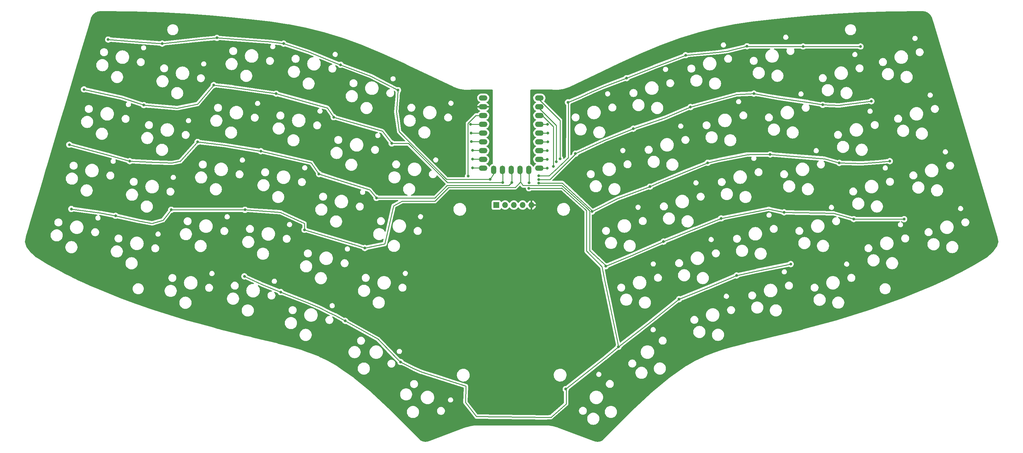
<source format=gbr>
%TF.GenerationSoftware,KiCad,Pcbnew,7.0.1*%
%TF.CreationDate,2023-03-26T19:48:43+02:00*%
%TF.ProjectId,SofleUnsplit,536f666c-6555-46e7-9370-6c69742e6b69,rev?*%
%TF.SameCoordinates,Original*%
%TF.FileFunction,Copper,L1,Top*%
%TF.FilePolarity,Positive*%
%FSLAX46Y46*%
G04 Gerber Fmt 4.6, Leading zero omitted, Abs format (unit mm)*
G04 Created by KiCad (PCBNEW 7.0.1) date 2023-03-26 19:48:43*
%MOMM*%
%LPD*%
G01*
G04 APERTURE LIST*
%TA.AperFunction,SMDPad,CuDef*%
%ADD10O,2.500000X1.500000*%
%TD*%
%TA.AperFunction,SMDPad,CuDef*%
%ADD11O,1.500000X2.500000*%
%TD*%
%TA.AperFunction,ComponentPad*%
%ADD12R,1.700000X1.700000*%
%TD*%
%TA.AperFunction,ComponentPad*%
%ADD13O,1.700000X1.700000*%
%TD*%
%TA.AperFunction,ViaPad*%
%ADD14C,0.800000*%
%TD*%
%TA.AperFunction,Conductor*%
%ADD15C,0.250000*%
%TD*%
G04 APERTURE END LIST*
D10*
%TO.P,U1,1,0*%
%TO.N,GP0*%
X225750000Y-66750000D03*
%TO.P,U1,2,1*%
%TO.N,GP1*%
X225750000Y-69290000D03*
%TO.P,U1,3,2*%
%TO.N,GP2*%
X225750000Y-71830000D03*
%TO.P,U1,4,3*%
%TO.N,col11*%
X225750000Y-74370000D03*
%TO.P,U1,5,4*%
%TO.N,col10*%
X225750000Y-76910000D03*
%TO.P,U1,6,5*%
%TO.N,col9*%
X225750000Y-79450000D03*
%TO.P,U1,7,6*%
%TO.N,col8*%
X225750000Y-81990000D03*
%TO.P,U1,8,7*%
%TO.N,col7*%
X225750000Y-84530000D03*
%TO.P,U1,9,8*%
%TO.N,col6*%
X225750000Y-87070000D03*
D11*
%TO.P,U1,10,9*%
%TO.N,row4*%
X222710000Y-87570000D03*
%TO.P,U1,11,10*%
%TO.N,row3*%
X220170000Y-87570000D03*
%TO.P,U1,12,11*%
%TO.N,row2*%
X217630000Y-87570000D03*
%TO.P,U1,13,12*%
%TO.N,row1*%
X215090000Y-87570000D03*
%TO.P,U1,14,13*%
%TO.N,row0*%
X212550000Y-87570000D03*
D10*
%TO.P,U1,15,14*%
%TO.N,col5*%
X209510000Y-87070000D03*
%TO.P,U1,16,15*%
%TO.N,col4*%
X209510000Y-84530000D03*
%TO.P,U1,17,26*%
%TO.N,col3*%
X209510000Y-81990000D03*
%TO.P,U1,18,27*%
%TO.N,col2*%
X209510000Y-79450000D03*
%TO.P,U1,19,28*%
%TO.N,col1*%
X209510000Y-76910000D03*
%TO.P,U1,20,29*%
%TO.N,col0*%
X209510000Y-74370000D03*
%TO.P,U1,21,3V3*%
%TO.N,+3.3V*%
X209510000Y-71830000D03*
%TO.P,U1,22,GND*%
%TO.N,GND*%
X209510000Y-69290000D03*
%TO.P,U1,23,5V*%
%TO.N,unconnected-(U1-5V-Pad23)*%
X209510000Y-66750000D03*
%TD*%
D12*
%TO.P,J1,1,Pin_1*%
%TO.N,+3.3V*%
X213310000Y-97770000D03*
D13*
%TO.P,J1,2,Pin_2*%
%TO.N,GP2*%
X215850000Y-97770000D03*
%TO.P,J1,3,Pin_3*%
%TO.N,GP1*%
X218390000Y-97770000D03*
%TO.P,J1,4,Pin_4*%
%TO.N,GP0*%
X220930000Y-97770000D03*
%TO.P,J1,5,Pin_5*%
%TO.N,GND*%
X223470000Y-97770000D03*
%TD*%
D14*
%TO.N,row0*%
X250960000Y-61030000D03*
X302040000Y-51850000D03*
X225560000Y-89300000D03*
X101070000Y-49850000D03*
X211510000Y-90271461D03*
X234020000Y-68040000D03*
X318620000Y-51850000D03*
X151810000Y-51010000D03*
X285810000Y-51790000D03*
X184880000Y-64500000D03*
X268040000Y-54390000D03*
X116690000Y-51010000D03*
X168290000Y-57160000D03*
X132520000Y-49360000D03*
%TO.N,row1*%
X321760000Y-67687757D03*
X183060000Y-79920000D03*
X149620000Y-65510000D03*
X269470000Y-69380000D03*
X215130000Y-91260000D03*
X225550000Y-90370000D03*
X307710000Y-68740000D03*
X111360000Y-68820000D03*
X94080000Y-64280000D03*
X252910000Y-75650000D03*
X131590000Y-63040000D03*
X287790000Y-65490000D03*
X236190000Y-82890000D03*
X166280000Y-72320000D03*
%TO.N,row2*%
X327080000Y-85050000D03*
X89830000Y-80290000D03*
X257750000Y-92430000D03*
X107300000Y-85060000D03*
X241000000Y-99640000D03*
X126910000Y-79500000D03*
X217770000Y-91270000D03*
X178650000Y-95690000D03*
X162030000Y-88780000D03*
X312480000Y-85570000D03*
X225537959Y-91369430D03*
X274430000Y-85520000D03*
X145210000Y-82170000D03*
X292500000Y-83120000D03*
%TO.N,row3*%
X157840000Y-104930000D03*
X90420000Y-98900000D03*
X261670000Y-108330000D03*
X103200000Y-100870000D03*
X244960000Y-115470000D03*
X316680000Y-101830000D03*
X175270000Y-110200000D03*
X278330000Y-101620000D03*
X296520000Y-99870000D03*
X119290000Y-99140000D03*
X331240000Y-101850000D03*
X140620000Y-99140000D03*
%TO.N,row4*%
X266160000Y-125020000D03*
X140450000Y-118410000D03*
X169620000Y-131290000D03*
X298440000Y-114860000D03*
X222740000Y-91340000D03*
X150960000Y-122950000D03*
X222720000Y-92888930D03*
X185610000Y-143190000D03*
X282790000Y-118160000D03*
X248640000Y-138800000D03*
X233380000Y-151040000D03*
%TO.N,col0*%
X205850000Y-74400000D03*
%TO.N,col1*%
X206000000Y-76910000D03*
%TO.N,col2*%
X206130000Y-79350000D03*
%TO.N,col3*%
X206410000Y-81910000D03*
%TO.N,col4*%
X206460000Y-84450000D03*
%TO.N,col5*%
X206450000Y-86990000D03*
%TO.N,col6*%
X227990000Y-87060000D03*
%TO.N,col7*%
X228040000Y-84510000D03*
%TO.N,col8*%
X228040000Y-81970000D03*
%TO.N,col9*%
X228190000Y-79440000D03*
%TO.N,col10*%
X228230000Y-76900000D03*
%TO.N,col11*%
X228140000Y-74379323D03*
%TO.N,+3.3V*%
X205140000Y-89400000D03*
%TO.N,GP0*%
X231750000Y-84340000D03*
%TO.N,GP1*%
X230670000Y-85260000D03*
%TO.N,GP2*%
X229810000Y-86570000D03*
%TD*%
D15*
%TO.N,row0*%
X240730000Y-65050000D02*
X237830000Y-66400000D01*
X234110000Y-84000000D02*
X234130000Y-69110000D01*
X230320000Y-87660000D02*
X234110000Y-84000000D01*
X101070000Y-49850000D02*
X110350000Y-50550000D01*
X198884075Y-90309258D02*
X204380000Y-90309258D01*
X168290000Y-57160000D02*
X176920000Y-60380000D01*
X237830000Y-66400000D02*
X234020000Y-68040000D01*
X285810000Y-51790000D02*
X280060000Y-53190000D01*
X128870000Y-49690000D02*
X132520000Y-49360000D01*
X158950000Y-53400000D02*
X166340000Y-56430000D01*
X151810000Y-51010000D02*
X158950000Y-53400000D01*
X228550000Y-89300000D02*
X230320000Y-87660000D01*
X212660000Y-88630000D02*
X212660000Y-87000000D01*
X116690000Y-51010000D02*
X128870000Y-49690000D01*
X110350000Y-50550000D02*
X116690000Y-51010000D01*
X280060000Y-53190000D02*
X277290000Y-53550000D01*
X250960000Y-61030000D02*
X244420000Y-63500000D01*
X184400000Y-70760000D02*
X185220000Y-76470000D01*
X277290000Y-53550000D02*
X268040000Y-54390000D01*
X184880000Y-64500000D02*
X184760000Y-66270000D01*
X166340000Y-56430000D02*
X168290000Y-57160000D01*
X285870000Y-51850000D02*
X285810000Y-51790000D01*
X225560000Y-89300000D02*
X228550000Y-89300000D01*
X211510000Y-90271461D02*
X204380000Y-90309258D01*
X318620000Y-51850000D02*
X302040000Y-51850000D01*
X268040000Y-54390000D02*
X258930000Y-57840000D01*
X185220000Y-76470000D02*
X198884075Y-90309258D01*
X184760000Y-66270000D02*
X184400000Y-70760000D01*
X302040000Y-51850000D02*
X285870000Y-51850000D01*
X148000000Y-50510000D02*
X151810000Y-51010000D01*
X211510000Y-90271461D02*
X212660000Y-88630000D01*
X244420000Y-63500000D02*
X240730000Y-65050000D01*
X176920000Y-60380000D02*
X184880000Y-64500000D01*
X132520000Y-49360000D02*
X148000000Y-50510000D01*
X258930000Y-57840000D02*
X250960000Y-61030000D01*
X234130000Y-69110000D02*
X234130000Y-67970000D01*
%TO.N,row1*%
X303570000Y-68020000D02*
X295320000Y-66830000D01*
X120990000Y-69720000D02*
X126950000Y-68500000D01*
X180330000Y-76370000D02*
X183060000Y-79920000D01*
X262080000Y-72510000D02*
X252910000Y-75650000D01*
X215200000Y-91190000D02*
X215130000Y-91260000D01*
X228760000Y-90360000D02*
X228550000Y-90360000D01*
X149620000Y-65510000D02*
X164470000Y-69620000D01*
X307710000Y-68740000D02*
X303570000Y-68020000D01*
X187858421Y-79920000D02*
X199198421Y-91260000D01*
X236300000Y-82820000D02*
X228760000Y-90360000D01*
X225560000Y-90360000D02*
X225550000Y-90370000D01*
X282830000Y-65710000D02*
X269470000Y-69380000D01*
X199198421Y-91260000D02*
X215130000Y-91260000D01*
X252910000Y-75650000D02*
X244290000Y-79100000D01*
X126950000Y-68500000D02*
X131590000Y-63040000D01*
X312450000Y-68920000D02*
X307710000Y-68740000D01*
X111360000Y-68820000D02*
X113060000Y-69000000D01*
X113060000Y-69000000D02*
X120990000Y-69720000D01*
X183060000Y-79920000D02*
X187858421Y-79920000D01*
X137150000Y-63700000D02*
X149620000Y-65510000D01*
X321760000Y-67687757D02*
X312450000Y-68920000D01*
X269470000Y-69380000D02*
X262080000Y-72510000D01*
X215200000Y-87000000D02*
X215200000Y-91190000D01*
X287790000Y-65490000D02*
X282830000Y-65710000D01*
X131590000Y-63040000D02*
X137150000Y-63700000D01*
X244290000Y-79100000D02*
X236190000Y-82890000D01*
X295320000Y-66830000D02*
X287790000Y-65490000D01*
X94080000Y-64280000D02*
X104930000Y-66660000D01*
X104930000Y-66660000D02*
X111360000Y-68820000D01*
X166280000Y-72320000D02*
X180330000Y-76370000D01*
X228550000Y-90360000D02*
X225560000Y-90360000D01*
X164470000Y-69620000D02*
X166280000Y-72320000D01*
%TO.N,row2*%
X114650000Y-85430000D02*
X119500000Y-85560000D01*
X260410000Y-91210000D02*
X267260000Y-88410000D01*
X228490570Y-91369430D02*
X225537959Y-91369430D01*
X285850000Y-83150000D02*
X287030000Y-83120000D01*
X277520000Y-84790000D02*
X285850000Y-83150000D01*
X287030000Y-83120000D02*
X292500000Y-83120000D01*
X126910000Y-79500000D02*
X134580000Y-80390000D01*
X162030000Y-88780000D02*
X176700000Y-93390000D01*
X274430000Y-85520000D02*
X277520000Y-84790000D01*
X319020000Y-85710000D02*
X323560000Y-85380000D01*
X229160000Y-91370000D02*
X228490570Y-91369430D01*
X217770000Y-87030000D02*
X217740000Y-87000000D01*
X248330000Y-95910000D02*
X257750000Y-92430000D01*
X199110000Y-92110000D02*
X216930000Y-92110000D01*
X178650000Y-95690000D02*
X195530000Y-95690000D01*
X100720000Y-83190000D02*
X107300000Y-85060000D01*
X217770000Y-91270000D02*
X217770000Y-87030000D01*
X145210000Y-82170000D02*
X159790000Y-85560000D01*
X159790000Y-85560000D02*
X162030000Y-88780000D01*
X107300000Y-85060000D02*
X114650000Y-85430000D01*
X176700000Y-93390000D02*
X178650000Y-95690000D01*
X257750000Y-92430000D02*
X260410000Y-91210000D01*
X312480000Y-85570000D02*
X319020000Y-85710000D01*
X267260000Y-88410000D02*
X274430000Y-85520000D01*
X241110000Y-99570000D02*
X232380000Y-91370000D01*
X308290000Y-84360000D02*
X292500000Y-83120000D01*
X121950000Y-85080000D02*
X126910000Y-79500000D01*
X134580000Y-80390000D02*
X145210000Y-82170000D01*
X195530000Y-95690000D02*
X199110000Y-92110000D01*
X312480000Y-85570000D02*
X308290000Y-84360000D01*
X216930000Y-92110000D02*
X217770000Y-91270000D01*
X119500000Y-85560000D02*
X121950000Y-85080000D01*
X241000000Y-99640000D02*
X248330000Y-95910000D01*
X232380000Y-91370000D02*
X229160000Y-91370000D01*
X323560000Y-85380000D02*
X327080000Y-85050000D01*
X89830000Y-80290000D02*
X100720000Y-83190000D01*
%TO.N,row3*%
X292000000Y-98900000D02*
X278330000Y-101620000D01*
X181040000Y-109050000D02*
X175270000Y-110200000D01*
X182240000Y-103930000D02*
X181040000Y-109050000D01*
X119290000Y-99140000D02*
X140620000Y-99140000D01*
X220290000Y-87010000D02*
X220280000Y-87000000D01*
X90420000Y-98900000D02*
X98710000Y-100030000D01*
X231830000Y-92094430D02*
X220984430Y-92094430D01*
X199520000Y-92630000D02*
X195500000Y-96650000D01*
X172640000Y-109340000D02*
X157840000Y-104930000D01*
X195500000Y-96650000D02*
X186020000Y-96650000D01*
X150850000Y-99860000D02*
X140620000Y-99140000D01*
X220290000Y-91070000D02*
X220020000Y-91400000D01*
X232350000Y-92160000D02*
X232120000Y-92090000D01*
X116940000Y-102140000D02*
X119290000Y-99140000D01*
X310850000Y-100150000D02*
X296520000Y-99870000D01*
X240290000Y-110920000D02*
X240270000Y-99460000D01*
X183560000Y-97990000D02*
X182240000Y-103930000D01*
X220984430Y-92094430D02*
X220290000Y-91070000D01*
X110070000Y-102420000D02*
X113760000Y-103090000D01*
X98710000Y-100030000D02*
X103200000Y-100870000D01*
X175270000Y-110200000D02*
X172640000Y-109340000D01*
X113760000Y-103090000D02*
X116940000Y-102140000D01*
X186020000Y-96650000D02*
X183560000Y-97990000D01*
X316680000Y-101830000D02*
X318990000Y-101850000D01*
X296520000Y-99870000D02*
X292000000Y-98900000D01*
X278330000Y-101620000D02*
X270910000Y-104590000D01*
X157840000Y-104930000D02*
X157840000Y-103090000D01*
X157840000Y-103090000D02*
X150850000Y-99860000D01*
X220020000Y-91400000D02*
X218790000Y-92630000D01*
X239254976Y-98444976D02*
X232550000Y-92360000D01*
X232550000Y-92360000D02*
X232350000Y-92160000D01*
X218790000Y-92630000D02*
X199520000Y-92630000D01*
X103200000Y-100870000D02*
X110070000Y-102420000D01*
X220290000Y-91070000D02*
X220290000Y-87010000D01*
X270910000Y-104590000D02*
X261670000Y-108330000D01*
X261670000Y-108330000D02*
X252920000Y-112110000D01*
X240270000Y-99460000D02*
X239254976Y-98444976D01*
X245070000Y-115400000D02*
X240290000Y-110920000D01*
X232120000Y-92090000D02*
X231830000Y-92094430D01*
X318990000Y-101850000D02*
X331240000Y-101850000D01*
X252920000Y-112110000D02*
X244960000Y-115470000D01*
X316680000Y-101830000D02*
X310850000Y-100150000D01*
%TO.N,row4*%
X257260000Y-132090000D02*
X248640000Y-138800000D01*
X164960000Y-128870000D02*
X166610000Y-129630000D01*
X244680000Y-142070000D02*
X233380000Y-151040000D01*
X274350000Y-121710000D02*
X266160000Y-125020000D01*
X239380000Y-99386396D02*
X238834494Y-98840890D01*
X229100000Y-159180000D02*
X233490000Y-155330000D01*
X169620000Y-131290000D02*
X179080000Y-136540000D01*
X232104878Y-92888930D02*
X222720000Y-92888930D01*
X248640000Y-138800000D02*
X248330000Y-137280000D01*
X158120000Y-125740000D02*
X162200000Y-127490000D01*
X233490000Y-155330000D02*
X233490000Y-150970000D01*
X244690000Y-119930000D02*
X243890000Y-115580000D01*
X150960000Y-122950000D02*
X158120000Y-125740000D01*
X207530000Y-158980000D02*
X228020000Y-159230000D01*
X238834494Y-98840890D02*
X232186333Y-92807475D01*
X185520000Y-143190000D02*
X185610000Y-143190000D01*
X222740000Y-87100000D02*
X222710000Y-87070000D01*
X282790000Y-118160000D02*
X274350000Y-121710000D01*
X204520000Y-150190000D02*
X204370000Y-154880000D01*
X248640000Y-138800000D02*
X244680000Y-142070000D01*
X189320000Y-145060000D02*
X191690000Y-146100000D01*
X288550000Y-116860000D02*
X282790000Y-118160000D01*
X166610000Y-129630000D02*
X169620000Y-131290000D01*
X191690000Y-146100000D02*
X204520000Y-150190000D01*
X145580000Y-120770000D02*
X150960000Y-122950000D01*
X183640000Y-141310000D02*
X185520000Y-143190000D01*
X222740000Y-91340000D02*
X222740000Y-87100000D01*
X140450000Y-118410000D02*
X145580000Y-120770000D01*
X248330000Y-137280000D02*
X244690000Y-119930000D01*
X266160000Y-125020000D02*
X257260000Y-132090000D01*
X185610000Y-143190000D02*
X189320000Y-145060000D01*
X162200000Y-127490000D02*
X164960000Y-128870000D01*
X243890000Y-115580000D02*
X239380000Y-111070000D01*
X228020000Y-159230000D02*
X229100000Y-159180000D01*
X298440000Y-114860000D02*
X288550000Y-116860000D01*
X179080000Y-136540000D02*
X183640000Y-141310000D01*
X239380000Y-111070000D02*
X239380000Y-99386396D01*
X204370000Y-154880000D02*
X207530000Y-158980000D01*
X232186333Y-92807475D02*
X232104878Y-92888930D01*
%TO.N,col0*%
X205850000Y-74400000D02*
X209980000Y-74400000D01*
%TO.N,col1*%
X206000000Y-76910000D02*
X210010000Y-76910000D01*
%TO.N,col2*%
X206130000Y-79350000D02*
X210090000Y-79350000D01*
%TO.N,col3*%
X206410000Y-81910000D02*
X210110000Y-81910000D01*
%TO.N,col4*%
X206460000Y-84450000D02*
X210110000Y-84450000D01*
%TO.N,col5*%
X206450000Y-86990000D02*
X210110000Y-86990000D01*
%TO.N,col6*%
X227990000Y-87060000D02*
X225260000Y-87060000D01*
X225260000Y-87060000D02*
X225250000Y-87070000D01*
%TO.N,col7*%
X228040000Y-84510000D02*
X225270000Y-84510000D01*
X225270000Y-84510000D02*
X225250000Y-84530000D01*
%TO.N,col8*%
X225270000Y-81970000D02*
X225250000Y-81990000D01*
X228040000Y-81970000D02*
X225270000Y-81970000D01*
%TO.N,col9*%
X228190000Y-79440000D02*
X225260000Y-79440000D01*
X225260000Y-79440000D02*
X225250000Y-79450000D01*
%TO.N,col10*%
X228220000Y-76910000D02*
X228230000Y-76900000D01*
X225250000Y-76910000D02*
X228220000Y-76910000D01*
%TO.N,col11*%
X228140000Y-74379323D02*
X225250000Y-74370000D01*
%TO.N,+3.3V*%
X205125000Y-74099695D02*
X205125000Y-89385000D01*
X207394695Y-71830000D02*
X205125000Y-74099695D01*
X210010000Y-71830000D02*
X207394695Y-71830000D01*
X205125000Y-89385000D02*
X205140000Y-89400000D01*
%TO.N,GP0*%
X231750000Y-73250000D02*
X231750000Y-84340000D01*
X225250000Y-66750000D02*
X231750000Y-73250000D01*
%TO.N,GP1*%
X230670000Y-74710000D02*
X230670000Y-85260000D01*
X225250000Y-69290000D02*
X230670000Y-74710000D01*
%TO.N,GP2*%
X229810000Y-75024018D02*
X229810000Y-86570000D01*
X225250000Y-71830000D02*
X226615982Y-71830000D01*
X226615982Y-71830000D02*
X229810000Y-75024018D01*
%TO.N,GND*%
X210010000Y-69290000D02*
X209298299Y-69290000D01*
%TD*%
%TA.AperFunction,Conductor*%
%TO.N,GND*%
G36*
X336542953Y-41622005D02*
G01*
X336642083Y-41627788D01*
X336861223Y-41641636D01*
X336873712Y-41643064D01*
X337014556Y-41666469D01*
X337016016Y-41666722D01*
X337190656Y-41698354D01*
X337201748Y-41700894D01*
X337347002Y-41741263D01*
X337349858Y-41742095D01*
X337511756Y-41791336D01*
X337521331Y-41794684D01*
X337664503Y-41851451D01*
X337668279Y-41853022D01*
X337820551Y-41919447D01*
X337828657Y-41923339D01*
X337966243Y-41995649D01*
X337970945Y-41998252D01*
X338113309Y-42081172D01*
X338119867Y-42085273D01*
X338249538Y-42172150D01*
X338254892Y-42175946D01*
X338341214Y-42240688D01*
X338386359Y-42274546D01*
X338391528Y-42278642D01*
X338511202Y-42378768D01*
X338517020Y-42383955D01*
X338636457Y-42497376D01*
X338640290Y-42501178D01*
X338748227Y-42613006D01*
X338754234Y-42619699D01*
X338860620Y-42747256D01*
X338863236Y-42750503D01*
X338957770Y-42871984D01*
X338963687Y-42880269D01*
X339056315Y-43021937D01*
X339057925Y-43024466D01*
X339137311Y-43152540D01*
X339142861Y-43162486D01*
X339222056Y-43321133D01*
X339222848Y-43322750D01*
X339284703Y-43451299D01*
X339289571Y-43462883D01*
X339361041Y-43660452D01*
X339361251Y-43661038D01*
X339398196Y-43764791D01*
X339400243Y-43771061D01*
X339686456Y-44734079D01*
X339686456Y-44734080D01*
X350939353Y-82596667D01*
X358212252Y-107067769D01*
X358215150Y-107079634D01*
X358467649Y-108390067D01*
X358464664Y-108449145D01*
X358051655Y-109826443D01*
X358031928Y-109865428D01*
X356913371Y-111350517D01*
X356897982Y-111367442D01*
X355184738Y-112933406D01*
X355164759Y-112948279D01*
X351589595Y-115088011D01*
X351585608Y-115090298D01*
X347802627Y-117167975D01*
X347798842Y-117169969D01*
X343820594Y-119179501D01*
X343817006Y-119181242D01*
X339648075Y-121121404D01*
X339643050Y-121123608D01*
X330749324Y-124793205D01*
X330743498Y-124795439D01*
X321271467Y-128156656D01*
X321266559Y-128158284D01*
X311518364Y-131166229D01*
X311514470Y-131167361D01*
X301960166Y-133776583D01*
X301957945Y-133777167D01*
X297416998Y-134927322D01*
X297415904Y-134927594D01*
X293117522Y-135974839D01*
X293117067Y-135974949D01*
X290443758Y-136615567D01*
X289117486Y-136933388D01*
X289115900Y-136933768D01*
X289115436Y-136933822D01*
X289102912Y-136936874D01*
X289102600Y-136936947D01*
X289101948Y-136937109D01*
X289101469Y-136937226D01*
X285402982Y-137838390D01*
X285402267Y-137838475D01*
X285388413Y-137841939D01*
X285384302Y-137842996D01*
X285384176Y-137843033D01*
X282009350Y-138714511D01*
X282007167Y-138714788D01*
X281994519Y-138718329D01*
X281993333Y-138718654D01*
X281984772Y-138720959D01*
X281983007Y-138721648D01*
X278914497Y-139607775D01*
X278910820Y-139608295D01*
X278899313Y-139612087D01*
X278895737Y-139613206D01*
X278885145Y-139616344D01*
X278881897Y-139617939D01*
X276059741Y-140568231D01*
X276054692Y-140569058D01*
X276043157Y-140573646D01*
X276037548Y-140575721D01*
X276030161Y-140578253D01*
X276026100Y-140580503D01*
X273377341Y-141647836D01*
X273372201Y-141649168D01*
X273365475Y-141652381D01*
X273359045Y-141655231D01*
X273350229Y-141658842D01*
X273345584Y-141662023D01*
X270815203Y-142892211D01*
X270809887Y-142893907D01*
X270802111Y-142898321D01*
X270795731Y-142901700D01*
X270786914Y-142906045D01*
X270782462Y-142909600D01*
X268303345Y-144335672D01*
X268297361Y-144338012D01*
X268290433Y-144342741D01*
X268283617Y-144347074D01*
X268276368Y-144351357D01*
X268271706Y-144355790D01*
X263314345Y-147824927D01*
X263309020Y-147827606D01*
X263302171Y-147833151D01*
X263296701Y-147837333D01*
X263290733Y-147841638D01*
X263286855Y-147845837D01*
X258320807Y-151978652D01*
X258317220Y-151980789D01*
X258307267Y-151989803D01*
X258304020Y-151992642D01*
X258295739Y-151999632D01*
X258293049Y-152002902D01*
X253413041Y-156508576D01*
X253410938Y-156510116D01*
X253403439Y-156517402D01*
X253401754Y-156519008D01*
X253394989Y-156525336D01*
X253393397Y-156527261D01*
X248700407Y-161139787D01*
X248699087Y-161140786D01*
X248688865Y-161151130D01*
X248675972Y-161164304D01*
X248675557Y-161164890D01*
X244217574Y-165773519D01*
X244196185Y-165791171D01*
X244147245Y-165823088D01*
X244146532Y-165823549D01*
X243953383Y-165947639D01*
X243942289Y-165953984D01*
X243831233Y-166010109D01*
X243828938Y-166011239D01*
X243671430Y-166086802D01*
X243661239Y-166091142D01*
X243535075Y-166138336D01*
X243531058Y-166139761D01*
X243374932Y-166192120D01*
X243365937Y-166194763D01*
X243231862Y-166228706D01*
X243226045Y-166230030D01*
X243067706Y-166262100D01*
X243060145Y-166263390D01*
X242922220Y-166282541D01*
X242914593Y-166283360D01*
X242753469Y-166295645D01*
X242747511Y-166295955D01*
X242609296Y-166299823D01*
X242599922Y-166299731D01*
X242435436Y-166291889D01*
X242431183Y-166291613D01*
X242296938Y-166280579D01*
X242285950Y-166279180D01*
X242113748Y-166249377D01*
X242111232Y-166248914D01*
X241989136Y-166225179D01*
X241976741Y-166222100D01*
X241759478Y-166156070D01*
X241758655Y-166155817D01*
X241689994Y-166134428D01*
X241683543Y-166132222D01*
X231224406Y-162231479D01*
X231224396Y-162231473D01*
X230938517Y-162124840D01*
X230938508Y-162124837D01*
X230938505Y-162124836D01*
X230452100Y-161971183D01*
X230452096Y-161971182D01*
X230452093Y-161971181D01*
X229958489Y-161842522D01*
X229458977Y-161739193D01*
X228954834Y-161661458D01*
X228447379Y-161609521D01*
X228024816Y-161587954D01*
X227937949Y-161583521D01*
X227937946Y-161583521D01*
X227682900Y-161583532D01*
X207718058Y-161583532D01*
X207717992Y-161583544D01*
X207485979Y-161583534D01*
X207485978Y-161583534D01*
X207431182Y-161586330D01*
X206976546Y-161609533D01*
X206469092Y-161661469D01*
X205964949Y-161739203D01*
X205465439Y-161842530D01*
X204971863Y-161971181D01*
X204971828Y-161971190D01*
X204485429Y-162124840D01*
X204485416Y-162124844D01*
X204246796Y-162213848D01*
X204246454Y-162213975D01*
X204246176Y-162214077D01*
X204245987Y-162214149D01*
X193740001Y-166132365D01*
X193733546Y-166134572D01*
X193667725Y-166155074D01*
X193666911Y-166155324D01*
X193447194Y-166222110D01*
X193434790Y-166225192D01*
X193312633Y-166248935D01*
X193310119Y-166249397D01*
X193137996Y-166279183D01*
X193127006Y-166280583D01*
X192992729Y-166291616D01*
X192988477Y-166291891D01*
X192824012Y-166299728D01*
X192814638Y-166299820D01*
X192676420Y-166295948D01*
X192670463Y-166295638D01*
X192509335Y-166283350D01*
X192501707Y-166282530D01*
X192363814Y-166263380D01*
X192356253Y-166262091D01*
X192197862Y-166230006D01*
X192192045Y-166228681D01*
X192058004Y-166194743D01*
X192049009Y-166192100D01*
X191892880Y-166139735D01*
X191888865Y-166138311D01*
X191762709Y-166091119D01*
X191752516Y-166086778D01*
X191594972Y-166011193D01*
X191592677Y-166010062D01*
X191481631Y-165953938D01*
X191470553Y-165947603D01*
X191281566Y-165826220D01*
X191280835Y-165825747D01*
X191227591Y-165791019D01*
X191206207Y-165773371D01*
X186746104Y-161162550D01*
X186744995Y-161161067D01*
X186735603Y-161151675D01*
X186734564Y-161150624D01*
X186722884Y-161138663D01*
X186721012Y-161137325D01*
X183329194Y-157803662D01*
X187464062Y-157803662D01*
X187503166Y-158063095D01*
X187580499Y-158313803D01*
X187694334Y-158550184D01*
X187827257Y-158745146D01*
X187842133Y-158766965D01*
X188020577Y-158959281D01*
X188020581Y-158959285D01*
X188225705Y-159122866D01*
X188452919Y-159254048D01*
X188697146Y-159349900D01*
X188952932Y-159408282D01*
X189008970Y-159412481D01*
X189149063Y-159422980D01*
X189149068Y-159422980D01*
X189280056Y-159422980D01*
X189280061Y-159422980D01*
X189402641Y-159413793D01*
X189476192Y-159408282D01*
X189731978Y-159349900D01*
X189976205Y-159254048D01*
X190203419Y-159122866D01*
X190408543Y-158959285D01*
X190507835Y-158852272D01*
X190586990Y-158766965D01*
X190586991Y-158766962D01*
X190586995Y-158766959D01*
X190734790Y-158550184D01*
X190848625Y-158313803D01*
X190925958Y-158063095D01*
X190965062Y-157803662D01*
X190965062Y-157541298D01*
X190952942Y-157460890D01*
X196160434Y-157460890D01*
X196199613Y-157670480D01*
X196268185Y-157847488D01*
X196276636Y-157869301D01*
X196292402Y-157894764D01*
X196388881Y-158050583D01*
X196532528Y-158208155D01*
X196702681Y-158336650D01*
X196849736Y-158409873D01*
X196893545Y-158431687D01*
X197017066Y-158466832D01*
X197098623Y-158490038D01*
X197257739Y-158504782D01*
X197257740Y-158504782D01*
X197364128Y-158504782D01*
X197364129Y-158504782D01*
X197523244Y-158490038D01*
X197523244Y-158490037D01*
X197728323Y-158431687D01*
X197874354Y-158358973D01*
X197919186Y-158336650D01*
X197948071Y-158314837D01*
X198089341Y-158208154D01*
X198232986Y-158050584D01*
X198345232Y-157869301D01*
X198422255Y-157670480D01*
X198461434Y-157460892D01*
X198461434Y-157247672D01*
X198422255Y-157038084D01*
X198345232Y-156839263D01*
X198232986Y-156657980D01*
X198089341Y-156500410D01*
X198089340Y-156500409D01*
X198089339Y-156500408D01*
X197919186Y-156371913D01*
X197728324Y-156276877D01*
X197523244Y-156218525D01*
X197364129Y-156203782D01*
X197364128Y-156203782D01*
X197257740Y-156203782D01*
X197257739Y-156203782D01*
X197098623Y-156218525D01*
X196893543Y-156276877D01*
X196702681Y-156371913D01*
X196532528Y-156500408D01*
X196388881Y-156657980D01*
X196276635Y-156839264D01*
X196199613Y-157038083D01*
X196199613Y-157038084D01*
X196164512Y-157225861D01*
X196160434Y-157247674D01*
X196160434Y-157460890D01*
X190952942Y-157460890D01*
X190925958Y-157281865D01*
X190848625Y-157031157D01*
X190734790Y-156794776D01*
X190586995Y-156578001D01*
X190586994Y-156578000D01*
X190586990Y-156577994D01*
X190408546Y-156385678D01*
X190408545Y-156385677D01*
X190408543Y-156385675D01*
X190203419Y-156222094D01*
X190203418Y-156222093D01*
X189976203Y-156090911D01*
X189731980Y-155995060D01*
X189476189Y-155936677D01*
X189280061Y-155921980D01*
X189280056Y-155921980D01*
X189149068Y-155921980D01*
X189149063Y-155921980D01*
X188952934Y-155936677D01*
X188697143Y-155995060D01*
X188452920Y-156090911D01*
X188225705Y-156222093D01*
X188020577Y-156385678D01*
X187842133Y-156577994D01*
X187802472Y-156636167D01*
X187694334Y-156794776D01*
X187580499Y-157031157D01*
X187503166Y-157281865D01*
X187464062Y-157541298D01*
X187464062Y-157803662D01*
X183329194Y-157803662D01*
X182036129Y-156532767D01*
X182034102Y-156529981D01*
X182022871Y-156519641D01*
X182019817Y-156516732D01*
X182011057Y-156508099D01*
X182008314Y-156506204D01*
X182002036Y-156500408D01*
X177899421Y-152712494D01*
X185484163Y-152712494D01*
X185523267Y-152971927D01*
X185600600Y-153222635D01*
X185714435Y-153459016D01*
X185818219Y-153611239D01*
X185862234Y-153675797D01*
X186040678Y-153868113D01*
X186040682Y-153868117D01*
X186245806Y-154031698D01*
X186473020Y-154162880D01*
X186641213Y-154228891D01*
X186709577Y-154255722D01*
X186717247Y-154258732D01*
X186973033Y-154317114D01*
X187029071Y-154321313D01*
X187169164Y-154331812D01*
X187169169Y-154331812D01*
X187300157Y-154331812D01*
X187300162Y-154331812D01*
X187422741Y-154322625D01*
X187496293Y-154317114D01*
X187752079Y-154258732D01*
X187996306Y-154162880D01*
X188223520Y-154031698D01*
X188428644Y-153868117D01*
X188564521Y-153721676D01*
X188607091Y-153675797D01*
X188607092Y-153675794D01*
X188607096Y-153675791D01*
X188750678Y-153465195D01*
X191466364Y-153465195D01*
X191486269Y-153743489D01*
X191545574Y-154016113D01*
X191545576Y-154016118D01*
X191643078Y-154277532D01*
X191664538Y-154316832D01*
X191776789Y-154522406D01*
X191858358Y-154631369D01*
X191943992Y-154745763D01*
X192141279Y-154943050D01*
X192289518Y-155054020D01*
X192364635Y-155110252D01*
X192452178Y-155158053D01*
X192609510Y-155243964D01*
X192870924Y-155341466D01*
X192870927Y-155341466D01*
X192870928Y-155341467D01*
X192909730Y-155349907D01*
X193143553Y-155400773D01*
X193337266Y-155414627D01*
X193352189Y-155415695D01*
X193352190Y-155415695D01*
X193491504Y-155415695D01*
X193491505Y-155415695D01*
X193505430Y-155414698D01*
X193700141Y-155400773D01*
X193972770Y-155341466D01*
X194234184Y-155243964D01*
X194479060Y-155110251D01*
X194702415Y-154943050D01*
X194899702Y-154745763D01*
X195066903Y-154522408D01*
X195200616Y-154277532D01*
X195218306Y-154230103D01*
X199333185Y-154230103D01*
X199351120Y-154331812D01*
X199363461Y-154401798D01*
X199432514Y-154561882D01*
X199536625Y-154701727D01*
X199670179Y-154813793D01*
X199825978Y-154892038D01*
X199995622Y-154932244D01*
X200126226Y-154932244D01*
X200126229Y-154932244D01*
X200255957Y-154917081D01*
X200419786Y-154857452D01*
X200565447Y-154761649D01*
X200685089Y-154634837D01*
X200772260Y-154483851D01*
X200822262Y-154316832D01*
X200832400Y-154142784D01*
X200802125Y-153971090D01*
X200733072Y-153811006D01*
X200628961Y-153671161D01*
X200495407Y-153559095D01*
X200339608Y-153480850D01*
X200169964Y-153440644D01*
X200039357Y-153440644D01*
X199961520Y-153449741D01*
X199909627Y-153455807D01*
X199745798Y-153515436D01*
X199600139Y-153611238D01*
X199480497Y-153738050D01*
X199393326Y-153889035D01*
X199343324Y-154056057D01*
X199333185Y-154230103D01*
X195218306Y-154230103D01*
X195298118Y-154016118D01*
X195357425Y-153743489D01*
X195377329Y-153465195D01*
X195357425Y-153186901D01*
X195298118Y-152914272D01*
X195200616Y-152652858D01*
X195066903Y-152407982D01*
X194899702Y-152184627D01*
X194702415Y-151987340D01*
X194590737Y-151903739D01*
X194479058Y-151820137D01*
X194265650Y-151703608D01*
X194234184Y-151686426D01*
X193972770Y-151588924D01*
X193972765Y-151588922D01*
X193700141Y-151529617D01*
X193491505Y-151514695D01*
X193491504Y-151514695D01*
X193352190Y-151514695D01*
X193352189Y-151514695D01*
X193143552Y-151529617D01*
X192870928Y-151588922D01*
X192740217Y-151637674D01*
X192609510Y-151686426D01*
X192609507Y-151686427D01*
X192609506Y-151686428D01*
X192364635Y-151820137D01*
X192141276Y-151987342D01*
X191943994Y-152184624D01*
X191776789Y-152407983D01*
X191654991Y-152631041D01*
X191643078Y-152652858D01*
X191620835Y-152712494D01*
X191545574Y-152914276D01*
X191486269Y-153186900D01*
X191466364Y-153465195D01*
X188750678Y-153465195D01*
X188754891Y-153459016D01*
X188868726Y-153222635D01*
X188946059Y-152971927D01*
X188985163Y-152712494D01*
X188985163Y-152450130D01*
X188946059Y-152190697D01*
X188868726Y-151939989D01*
X188754891Y-151703608D01*
X188607096Y-151486833D01*
X188607095Y-151486832D01*
X188607091Y-151486826D01*
X188428647Y-151294510D01*
X188428646Y-151294509D01*
X188428644Y-151294507D01*
X188274801Y-151171821D01*
X188223519Y-151130925D01*
X187996304Y-150999743D01*
X187752081Y-150903892D01*
X187496290Y-150845509D01*
X187300162Y-150830812D01*
X187300157Y-150830812D01*
X187169169Y-150830812D01*
X187169164Y-150830812D01*
X186973035Y-150845509D01*
X186717244Y-150903892D01*
X186473021Y-150999743D01*
X186245806Y-151130925D01*
X186040678Y-151294510D01*
X185862234Y-151486826D01*
X185792627Y-151588922D01*
X185714435Y-151703608D01*
X185600600Y-151939989D01*
X185523267Y-152190697D01*
X185484163Y-152450130D01*
X185484163Y-152712494D01*
X177899421Y-152712494D01*
X177133310Y-152005149D01*
X177130363Y-152001370D01*
X177120542Y-151993161D01*
X177116078Y-151989245D01*
X177106647Y-151980563D01*
X177102464Y-151978108D01*
X174344292Y-149682718D01*
X188382260Y-149682718D01*
X188401938Y-149787985D01*
X188421439Y-149892306D01*
X188498461Y-150091125D01*
X188610707Y-150272409D01*
X188754354Y-150429981D01*
X188924507Y-150558476D01*
X189071562Y-150631699D01*
X189115371Y-150653513D01*
X189222035Y-150683862D01*
X189320449Y-150711864D01*
X189479565Y-150726608D01*
X189479566Y-150726608D01*
X189585954Y-150726608D01*
X189585955Y-150726608D01*
X189745070Y-150711864D01*
X189745070Y-150711863D01*
X189950149Y-150653513D01*
X190045190Y-150606188D01*
X190141012Y-150558476D01*
X190169897Y-150536663D01*
X190311167Y-150429980D01*
X190454812Y-150272410D01*
X190567058Y-150091127D01*
X190644081Y-149892306D01*
X190683260Y-149682718D01*
X190683260Y-149469498D01*
X190644081Y-149259910D01*
X190567058Y-149061089D01*
X190454812Y-148879806D01*
X190311167Y-148722236D01*
X190311166Y-148722235D01*
X190311165Y-148722234D01*
X190141012Y-148593739D01*
X189950150Y-148498703D01*
X189745070Y-148440351D01*
X189585955Y-148425608D01*
X189585954Y-148425608D01*
X189479566Y-148425608D01*
X189479565Y-148425608D01*
X189320449Y-148440351D01*
X189115369Y-148498703D01*
X188924507Y-148593739D01*
X188754354Y-148722234D01*
X188610707Y-148879806D01*
X188498461Y-149061090D01*
X188429889Y-149238097D01*
X188421439Y-149259910D01*
X188382260Y-149469498D01*
X188382260Y-149682718D01*
X174344292Y-149682718D01*
X172138363Y-147846913D01*
X172133817Y-147841858D01*
X172128918Y-147838446D01*
X172120256Y-147831831D01*
X172116193Y-147828435D01*
X172110250Y-147825396D01*
X169234728Y-145813120D01*
X168405803Y-145233042D01*
X173249989Y-145233042D01*
X173289093Y-145492475D01*
X173366426Y-145743183D01*
X173480261Y-145979564D01*
X173613957Y-146175659D01*
X173628060Y-146196345D01*
X173806504Y-146388661D01*
X173806508Y-146388665D01*
X174011632Y-146552246D01*
X174238846Y-146683428D01*
X174483073Y-146779280D01*
X174738859Y-146837662D01*
X174794897Y-146841861D01*
X174934990Y-146852360D01*
X174934995Y-146852360D01*
X175065983Y-146852360D01*
X175065988Y-146852360D01*
X175188567Y-146843173D01*
X175262119Y-146837662D01*
X175517905Y-146779280D01*
X175762132Y-146683428D01*
X175989346Y-146552246D01*
X176194470Y-146388665D01*
X176367600Y-146202075D01*
X176372917Y-146196345D01*
X176372918Y-146196342D01*
X176372922Y-146196339D01*
X176520717Y-145979564D01*
X176634552Y-145743183D01*
X176711885Y-145492475D01*
X176750989Y-145233042D01*
X176750989Y-144970678D01*
X176711885Y-144711245D01*
X176634552Y-144460537D01*
X176520717Y-144224156D01*
X176372922Y-144007381D01*
X176372921Y-144007380D01*
X176372917Y-144007374D01*
X176194473Y-143815058D01*
X176194472Y-143815057D01*
X176194470Y-143815055D01*
X176133674Y-143766572D01*
X181823283Y-143766572D01*
X181828481Y-143794378D01*
X181862462Y-143976160D01*
X181931473Y-144154301D01*
X181939485Y-144174981D01*
X181957130Y-144203478D01*
X182051437Y-144355790D01*
X182051731Y-144356264D01*
X182178443Y-144495260D01*
X182195377Y-144513835D01*
X182365530Y-144642330D01*
X182555610Y-144736976D01*
X182556394Y-144737367D01*
X182679915Y-144772512D01*
X182761472Y-144795718D01*
X182920588Y-144810462D01*
X182920589Y-144810462D01*
X183026977Y-144810462D01*
X183026978Y-144810462D01*
X183186093Y-144795718D01*
X183186093Y-144795717D01*
X183391172Y-144737367D01*
X183486213Y-144690042D01*
X183582035Y-144642330D01*
X183582038Y-144642328D01*
X183752190Y-144513834D01*
X183895835Y-144356264D01*
X184008081Y-144174981D01*
X184085104Y-143976160D01*
X184124283Y-143766572D01*
X184124283Y-143553352D01*
X184085104Y-143343764D01*
X184008081Y-143144943D01*
X183895835Y-142963660D01*
X183752190Y-142806090D01*
X183752189Y-142806089D01*
X183752188Y-142806088D01*
X183582035Y-142677593D01*
X183391173Y-142582557D01*
X183186093Y-142524205D01*
X183026978Y-142509462D01*
X183026977Y-142509462D01*
X182920589Y-142509462D01*
X182920588Y-142509462D01*
X182761472Y-142524205D01*
X182556392Y-142582557D01*
X182365530Y-142677593D01*
X182195377Y-142806088D01*
X182051730Y-142963660D01*
X181939484Y-143144944D01*
X181862462Y-143343763D01*
X181856014Y-143378256D01*
X181823283Y-143553352D01*
X181823283Y-143766572D01*
X176133674Y-143766572D01*
X175989346Y-143651474D01*
X175989345Y-143651473D01*
X175762130Y-143520291D01*
X175517907Y-143424440D01*
X175262116Y-143366057D01*
X175065988Y-143351360D01*
X175065983Y-143351360D01*
X174934995Y-143351360D01*
X174934990Y-143351360D01*
X174738861Y-143366057D01*
X174483070Y-143424440D01*
X174238847Y-143520291D01*
X174011632Y-143651473D01*
X173806504Y-143815058D01*
X173628060Y-144007374D01*
X173588810Y-144064944D01*
X173480261Y-144224156D01*
X173366426Y-144460537D01*
X173289093Y-144711245D01*
X173249989Y-144970678D01*
X173249989Y-145233042D01*
X168405803Y-145233042D01*
X167154068Y-144357084D01*
X167149032Y-144352122D01*
X167141065Y-144347484D01*
X167132785Y-144342214D01*
X167126507Y-144337860D01*
X167120061Y-144335374D01*
X164643844Y-142910970D01*
X164639006Y-142906934D01*
X164628823Y-142901984D01*
X164621193Y-142897940D01*
X164613945Y-142893769D01*
X164608233Y-142891974D01*
X164571089Y-142873916D01*
X164126527Y-142657784D01*
X162078173Y-141661941D01*
X162073563Y-141658794D01*
X162064916Y-141655247D01*
X162058424Y-141652364D01*
X162051083Y-141648848D01*
X162045780Y-141647512D01*
X159403945Y-140582970D01*
X159399292Y-140580066D01*
X159386883Y-140575877D01*
X159380255Y-140573427D01*
X159369512Y-140569103D01*
X159364185Y-140568231D01*
X159063459Y-140466969D01*
X170580804Y-140466969D01*
X170619908Y-140726402D01*
X170697241Y-140977110D01*
X170811076Y-141213491D01*
X170929039Y-141386510D01*
X170958875Y-141430272D01*
X171137319Y-141622588D01*
X171137323Y-141622592D01*
X171342447Y-141786173D01*
X171569661Y-141917355D01*
X171813888Y-142013207D01*
X172069674Y-142071589D01*
X172125712Y-142075788D01*
X172265805Y-142086287D01*
X172265810Y-142086287D01*
X172396798Y-142086287D01*
X172396803Y-142086287D01*
X172519383Y-142077100D01*
X172592934Y-142071589D01*
X172848720Y-142013207D01*
X173092947Y-141917355D01*
X173320161Y-141786173D01*
X173525285Y-141622592D01*
X173624577Y-141515579D01*
X173703732Y-141430272D01*
X173703733Y-141430269D01*
X173703737Y-141430266D01*
X173851532Y-141213491D01*
X173965367Y-140977110D01*
X174042700Y-140726402D01*
X174081804Y-140466969D01*
X174081804Y-140349978D01*
X176625805Y-140349978D01*
X176645710Y-140628273D01*
X176705015Y-140900897D01*
X176705017Y-140900902D01*
X176802519Y-141162316D01*
X176802521Y-141162319D01*
X176936230Y-141407190D01*
X176953505Y-141430266D01*
X177103433Y-141630547D01*
X177300720Y-141827834D01*
X177468236Y-141953234D01*
X177524076Y-141995036D01*
X177557354Y-142013207D01*
X177768951Y-142128748D01*
X178030365Y-142226250D01*
X178030368Y-142226250D01*
X178030369Y-142226251D01*
X178069171Y-142234691D01*
X178302994Y-142285557D01*
X178496708Y-142299411D01*
X178511630Y-142300479D01*
X178511631Y-142300479D01*
X178650945Y-142300479D01*
X178650946Y-142300479D01*
X178664871Y-142299482D01*
X178859582Y-142285557D01*
X179132211Y-142226250D01*
X179393625Y-142128748D01*
X179638501Y-141995035D01*
X179861856Y-141827834D01*
X180059143Y-141630547D01*
X180226344Y-141407192D01*
X180360057Y-141162316D01*
X180457559Y-140900902D01*
X180516866Y-140628273D01*
X180536770Y-140349979D01*
X180516866Y-140071685D01*
X180457559Y-139799056D01*
X180360057Y-139537642D01*
X180274146Y-139380310D01*
X180226345Y-139292767D01*
X180133158Y-139168284D01*
X180059143Y-139069411D01*
X179861856Y-138872124D01*
X179750178Y-138788523D01*
X179638499Y-138704921D01*
X179419405Y-138585287D01*
X179393625Y-138571210D01*
X179132211Y-138473708D01*
X179132206Y-138473706D01*
X178859582Y-138414401D01*
X178650946Y-138399479D01*
X178650945Y-138399479D01*
X178511631Y-138399479D01*
X178511630Y-138399479D01*
X178302993Y-138414401D01*
X178030369Y-138473706D01*
X177899657Y-138522459D01*
X177768951Y-138571210D01*
X177768948Y-138571211D01*
X177768947Y-138571212D01*
X177524076Y-138704921D01*
X177300717Y-138872126D01*
X177103435Y-139069408D01*
X176936230Y-139292767D01*
X176817703Y-139509835D01*
X176802519Y-139537642D01*
X176774523Y-139612702D01*
X176705015Y-139799060D01*
X176645710Y-140071684D01*
X176625805Y-140349978D01*
X174081804Y-140349978D01*
X174081804Y-140204605D01*
X174042700Y-139945172D01*
X173965367Y-139694464D01*
X173851532Y-139458083D01*
X173703737Y-139241308D01*
X173703736Y-139241307D01*
X173703732Y-139241301D01*
X173525288Y-139048985D01*
X173525287Y-139048984D01*
X173525285Y-139048982D01*
X173320161Y-138885401D01*
X173320160Y-138885400D01*
X173092945Y-138754218D01*
X172848722Y-138658367D01*
X172592931Y-138599984D01*
X172396803Y-138585287D01*
X172396798Y-138585287D01*
X172265810Y-138585287D01*
X172265805Y-138585287D01*
X172069676Y-138599984D01*
X171813885Y-138658367D01*
X171569662Y-138754218D01*
X171342447Y-138885400D01*
X171137319Y-139048985D01*
X170958875Y-139241301D01*
X170896891Y-139332216D01*
X170811076Y-139458083D01*
X170697241Y-139694464D01*
X170619908Y-139945172D01*
X170580804Y-140204605D01*
X170580804Y-140466969D01*
X159063459Y-140466969D01*
X156543389Y-139618398D01*
X156539803Y-139616586D01*
X156528629Y-139613327D01*
X156524146Y-139611926D01*
X156513364Y-139608332D01*
X156509431Y-139607776D01*
X153451841Y-138724803D01*
X153448968Y-138723372D01*
X153431760Y-138718947D01*
X153428136Y-138717957D01*
X153417541Y-138714887D01*
X153414576Y-138714511D01*
X150048311Y-137845244D01*
X150047812Y-137845057D01*
X150035606Y-137841962D01*
X150035606Y-137841963D01*
X150021885Y-137838503D01*
X150020943Y-137838390D01*
X147181778Y-137146606D01*
X173038293Y-137146606D01*
X173056050Y-137241595D01*
X173077472Y-137356194D01*
X173151463Y-137547190D01*
X173154495Y-137555015D01*
X173266741Y-137736298D01*
X173391534Y-137873189D01*
X173410387Y-137893869D01*
X173580540Y-138022364D01*
X173770620Y-138117010D01*
X173771404Y-138117401D01*
X173894925Y-138152546D01*
X173976482Y-138175752D01*
X174135598Y-138190496D01*
X174135599Y-138190496D01*
X174241987Y-138190496D01*
X174241988Y-138190496D01*
X174401103Y-138175752D01*
X174401103Y-138175751D01*
X174606182Y-138117401D01*
X174701223Y-138070076D01*
X174797045Y-138022364D01*
X174797048Y-138022362D01*
X174967200Y-137893868D01*
X175110845Y-137736298D01*
X175223091Y-137555015D01*
X175300114Y-137356194D01*
X175339293Y-137146606D01*
X175339293Y-136933386D01*
X175300114Y-136723798D01*
X175223091Y-136524977D01*
X175110845Y-136343694D01*
X174967200Y-136186124D01*
X174967199Y-136186123D01*
X174967198Y-136186122D01*
X174797045Y-136057627D01*
X174606183Y-135962591D01*
X174401103Y-135904239D01*
X174241988Y-135889496D01*
X174241987Y-135889496D01*
X174135599Y-135889496D01*
X174135598Y-135889496D01*
X173976482Y-135904239D01*
X173771402Y-135962591D01*
X173580540Y-136057627D01*
X173410387Y-136186122D01*
X173266740Y-136343694D01*
X173154494Y-136524978D01*
X173085483Y-136703118D01*
X173077472Y-136723798D01*
X173038293Y-136933386D01*
X173038293Y-137146606D01*
X147181778Y-137146606D01*
X146322432Y-136937220D01*
X146322163Y-136937154D01*
X146321349Y-136936953D01*
X146321001Y-136936872D01*
X146308480Y-136933821D01*
X146308025Y-136933768D01*
X146306439Y-136933388D01*
X143142693Y-136175244D01*
X142306796Y-135974934D01*
X142306341Y-135974824D01*
X140277930Y-135480628D01*
X156429877Y-135480628D01*
X156468981Y-135740061D01*
X156546314Y-135990769D01*
X156660149Y-136227150D01*
X156739608Y-136343694D01*
X156807948Y-136443931D01*
X156986392Y-136636247D01*
X156986396Y-136636251D01*
X157191520Y-136799832D01*
X157418734Y-136931014D01*
X157662961Y-137026866D01*
X157918747Y-137085248D01*
X157974785Y-137089447D01*
X158114878Y-137099946D01*
X158114883Y-137099946D01*
X158245871Y-137099946D01*
X158245876Y-137099946D01*
X158368456Y-137090759D01*
X158442007Y-137085248D01*
X158697793Y-137026866D01*
X158942020Y-136931014D01*
X159169234Y-136799832D01*
X159374358Y-136636251D01*
X159496793Y-136504297D01*
X159552805Y-136443931D01*
X159552806Y-136443928D01*
X159552810Y-136443925D01*
X159700605Y-136227150D01*
X159814440Y-135990769D01*
X159891773Y-135740061D01*
X159930877Y-135480628D01*
X159930877Y-135218264D01*
X159891773Y-134958831D01*
X159814440Y-134708123D01*
X159700605Y-134471742D01*
X159552810Y-134254967D01*
X159552809Y-134254966D01*
X159552805Y-134254960D01*
X159374361Y-134062644D01*
X159374360Y-134062643D01*
X159374358Y-134062641D01*
X159169234Y-133899060D01*
X159169233Y-133899059D01*
X159002899Y-133803026D01*
X158942020Y-133767878D01*
X158942019Y-133767877D01*
X158942018Y-133767877D01*
X158697795Y-133672026D01*
X158442004Y-133613643D01*
X158245876Y-133598946D01*
X158245871Y-133598946D01*
X158114883Y-133598946D01*
X158114878Y-133598946D01*
X157918749Y-133613643D01*
X157662958Y-133672026D01*
X157418735Y-133767877D01*
X157191520Y-133899059D01*
X156986392Y-134062644D01*
X156807948Y-134254960D01*
X156731805Y-134366642D01*
X156667539Y-134460904D01*
X156660148Y-134471744D01*
X156615628Y-134564191D01*
X156546314Y-134708123D01*
X156468981Y-134958831D01*
X156429877Y-135218264D01*
X156429877Y-135480628D01*
X140277930Y-135480628D01*
X138008020Y-134927594D01*
X138006926Y-134927322D01*
X133465979Y-133777167D01*
X133463758Y-133776583D01*
X132890830Y-133620120D01*
X131566121Y-133258350D01*
X127183548Y-132061496D01*
X152169649Y-132061496D01*
X152208753Y-132320929D01*
X152286086Y-132571637D01*
X152399921Y-132808018D01*
X152473716Y-132916255D01*
X152547720Y-133024799D01*
X152726164Y-133217115D01*
X152726168Y-133217119D01*
X152931292Y-133380700D01*
X153158506Y-133511882D01*
X153220330Y-133536146D01*
X153380341Y-133598946D01*
X153402733Y-133607734D01*
X153658519Y-133666116D01*
X153714557Y-133670315D01*
X153854650Y-133680814D01*
X153854655Y-133680814D01*
X153985643Y-133680814D01*
X153985648Y-133680814D01*
X154108227Y-133671627D01*
X154181779Y-133666116D01*
X154437565Y-133607734D01*
X154681792Y-133511882D01*
X154909006Y-133380700D01*
X155114130Y-133217119D01*
X155271571Y-133047438D01*
X155292577Y-133024799D01*
X155292578Y-133024796D01*
X155292582Y-133024793D01*
X155440377Y-132808018D01*
X155554212Y-132571637D01*
X155631545Y-132320929D01*
X155670649Y-132061496D01*
X155670649Y-131799132D01*
X155631545Y-131539699D01*
X155554212Y-131288991D01*
X155440377Y-131052610D01*
X155292582Y-130835835D01*
X155292581Y-130835834D01*
X155292577Y-130835828D01*
X155114133Y-130643512D01*
X155114132Y-130643511D01*
X155114130Y-130643509D01*
X154941509Y-130505848D01*
X154909005Y-130479927D01*
X154681790Y-130348745D01*
X154437567Y-130252894D01*
X154181776Y-130194511D01*
X153985648Y-130179814D01*
X153985643Y-130179814D01*
X153854655Y-130179814D01*
X153854650Y-130179814D01*
X153658521Y-130194511D01*
X153402730Y-130252894D01*
X153158507Y-130348745D01*
X152931292Y-130479927D01*
X152726164Y-130643512D01*
X152547720Y-130835828D01*
X152399920Y-131052612D01*
X152344446Y-131167805D01*
X152286086Y-131288991D01*
X152208753Y-131539699D01*
X152169649Y-131799132D01*
X152169649Y-132061496D01*
X127183548Y-132061496D01*
X123909454Y-131167361D01*
X123905560Y-131166229D01*
X114963635Y-128407070D01*
X139690260Y-128407070D01*
X139729364Y-128666503D01*
X139806697Y-128917211D01*
X139920532Y-129153592D01*
X140054228Y-129349687D01*
X140068331Y-129370373D01*
X140246775Y-129562689D01*
X140246779Y-129562693D01*
X140451903Y-129726274D01*
X140679117Y-129857456D01*
X140761875Y-129889936D01*
X140910550Y-129948287D01*
X140923344Y-129953308D01*
X141179130Y-130011690D01*
X141235168Y-130015889D01*
X141375261Y-130026388D01*
X141375266Y-130026388D01*
X141506254Y-130026388D01*
X141506259Y-130026388D01*
X141628838Y-130017201D01*
X141702390Y-130011690D01*
X141958176Y-129953308D01*
X142202403Y-129857456D01*
X142429617Y-129726274D01*
X142585217Y-129602187D01*
X157764867Y-129602187D01*
X157784772Y-129880481D01*
X157844077Y-130153105D01*
X157844079Y-130153110D01*
X157941581Y-130414524D01*
X157949407Y-130428856D01*
X158075292Y-130659398D01*
X158097312Y-130688813D01*
X158242495Y-130882755D01*
X158439782Y-131080042D01*
X158607298Y-131205442D01*
X158663138Y-131247244D01*
X158739592Y-131288991D01*
X158908013Y-131380956D01*
X159169427Y-131478458D01*
X159169430Y-131478458D01*
X159169431Y-131478459D01*
X159208233Y-131486899D01*
X159442056Y-131537765D01*
X159635769Y-131551619D01*
X159650692Y-131552687D01*
X159650693Y-131552687D01*
X159790007Y-131552687D01*
X159790008Y-131552687D01*
X159803933Y-131551690D01*
X159998644Y-131537765D01*
X160271273Y-131478458D01*
X160532687Y-131380956D01*
X160777563Y-131247243D01*
X161000918Y-131080042D01*
X161198205Y-130882755D01*
X161365406Y-130659400D01*
X161499119Y-130414524D01*
X161596621Y-130153110D01*
X161655928Y-129880481D01*
X161675832Y-129602187D01*
X161655928Y-129323893D01*
X161597675Y-129056110D01*
X161596622Y-129051268D01*
X161596621Y-129051264D01*
X161499119Y-128789850D01*
X161365406Y-128544974D01*
X161198205Y-128321619D01*
X161000918Y-128124332D01*
X160889240Y-128040731D01*
X160777561Y-127957129D01*
X160566356Y-127841803D01*
X160532687Y-127823418D01*
X160271273Y-127725916D01*
X160271268Y-127725914D01*
X159998644Y-127666609D01*
X159790008Y-127651687D01*
X159790007Y-127651687D01*
X159650693Y-127651687D01*
X159650692Y-127651687D01*
X159442055Y-127666609D01*
X159169431Y-127725914D01*
X159057233Y-127767762D01*
X158908013Y-127823418D01*
X158908010Y-127823419D01*
X158908009Y-127823420D01*
X158663138Y-127957129D01*
X158439779Y-128124334D01*
X158242497Y-128321616D01*
X158075292Y-128544975D01*
X157952875Y-128769166D01*
X157941581Y-128789850D01*
X157917541Y-128854304D01*
X157844077Y-129051268D01*
X157784772Y-129323892D01*
X157764867Y-129602187D01*
X142585217Y-129602187D01*
X142634741Y-129562693D01*
X142782047Y-129403935D01*
X142813188Y-129370373D01*
X142813189Y-129370370D01*
X142813193Y-129370367D01*
X142960988Y-129153592D01*
X143074823Y-128917211D01*
X143152156Y-128666503D01*
X143191260Y-128407070D01*
X143191260Y-128285292D01*
X153257258Y-128285292D01*
X153292571Y-128474200D01*
X153296437Y-128494880D01*
X153365448Y-128673021D01*
X153373460Y-128693701D01*
X153485706Y-128874984D01*
X153610499Y-129011875D01*
X153629352Y-129032555D01*
X153799505Y-129161050D01*
X153989585Y-129255696D01*
X153990369Y-129256087D01*
X154113890Y-129291232D01*
X154195447Y-129314438D01*
X154354563Y-129329182D01*
X154354564Y-129329182D01*
X154460952Y-129329182D01*
X154460953Y-129329182D01*
X154620068Y-129314438D01*
X154620067Y-129314438D01*
X154825147Y-129256087D01*
X154920188Y-129208762D01*
X155016010Y-129161050D01*
X155016013Y-129161048D01*
X155186165Y-129032554D01*
X155329810Y-128874984D01*
X155442056Y-128693701D01*
X155519079Y-128494880D01*
X155558258Y-128285292D01*
X155558258Y-128072072D01*
X155519079Y-127862484D01*
X155442056Y-127663663D01*
X155329810Y-127482380D01*
X155186165Y-127324810D01*
X155186164Y-127324809D01*
X155186163Y-127324808D01*
X155016010Y-127196313D01*
X154825148Y-127101277D01*
X154620068Y-127042925D01*
X154460953Y-127028182D01*
X154460952Y-127028182D01*
X154354564Y-127028182D01*
X154354563Y-127028182D01*
X154195447Y-127042925D01*
X153990367Y-127101277D01*
X153799505Y-127196313D01*
X153629352Y-127324808D01*
X153485705Y-127482380D01*
X153373459Y-127663664D01*
X153304448Y-127841804D01*
X153296437Y-127862484D01*
X153257258Y-128072072D01*
X153257258Y-128285292D01*
X143191260Y-128285292D01*
X143191260Y-128144706D01*
X143152156Y-127885273D01*
X143074823Y-127634565D01*
X142960988Y-127398184D01*
X142813193Y-127181409D01*
X142813192Y-127181408D01*
X142813188Y-127181402D01*
X142634744Y-126989086D01*
X142634743Y-126989085D01*
X142634741Y-126989083D01*
X142470065Y-126857758D01*
X142429616Y-126825501D01*
X142202401Y-126694319D01*
X141958178Y-126598468D01*
X141702387Y-126540085D01*
X141506259Y-126525388D01*
X141506254Y-126525388D01*
X141375266Y-126525388D01*
X141375261Y-126525388D01*
X141179132Y-126540085D01*
X140923341Y-126598468D01*
X140679118Y-126694319D01*
X140451903Y-126825501D01*
X140246775Y-126989086D01*
X140068331Y-127181402D01*
X139992188Y-127293084D01*
X139920532Y-127398184D01*
X139806697Y-127634565D01*
X139729364Y-127885273D01*
X139690260Y-128144706D01*
X139690260Y-128407070D01*
X114963635Y-128407070D01*
X114157353Y-128158280D01*
X114152445Y-128156652D01*
X108534661Y-126163142D01*
X121656547Y-126163142D01*
X121695651Y-126422575D01*
X121772984Y-126673283D01*
X121886819Y-126909664D01*
X122014368Y-127096743D01*
X122034618Y-127126445D01*
X122213062Y-127318761D01*
X122213066Y-127318765D01*
X122418190Y-127482346D01*
X122645404Y-127613528D01*
X122889631Y-127709380D01*
X123145417Y-127767762D01*
X123201455Y-127771961D01*
X123341548Y-127782460D01*
X123341553Y-127782460D01*
X123472541Y-127782460D01*
X123472546Y-127782460D01*
X123595126Y-127773273D01*
X123668677Y-127767762D01*
X123924463Y-127709380D01*
X124168690Y-127613528D01*
X124395904Y-127482346D01*
X124601028Y-127318765D01*
X124717033Y-127193741D01*
X124779475Y-127126445D01*
X124779476Y-127126442D01*
X124779480Y-127126439D01*
X124927275Y-126909664D01*
X125041110Y-126673283D01*
X125118443Y-126422575D01*
X125157547Y-126163142D01*
X125157547Y-125900778D01*
X125118443Y-125641345D01*
X125041110Y-125390637D01*
X124927275Y-125154256D01*
X124813881Y-124987938D01*
X135430032Y-124987938D01*
X135469136Y-125247371D01*
X135546469Y-125498079D01*
X135660304Y-125734460D01*
X135759599Y-125880098D01*
X135808103Y-125951241D01*
X135985531Y-126142462D01*
X135986551Y-126143561D01*
X136191675Y-126307142D01*
X136418889Y-126438324D01*
X136492319Y-126467143D01*
X136640724Y-126525388D01*
X136663116Y-126534176D01*
X136918902Y-126592558D01*
X136974940Y-126596757D01*
X137115033Y-126607256D01*
X137115038Y-126607256D01*
X137246026Y-126607256D01*
X137246031Y-126607256D01*
X137368611Y-126598069D01*
X137442162Y-126592558D01*
X137697948Y-126534176D01*
X137942175Y-126438324D01*
X138169389Y-126307142D01*
X138374513Y-126143561D01*
X138531954Y-125973880D01*
X138552960Y-125951241D01*
X138552961Y-125951238D01*
X138552965Y-125951235D01*
X138700760Y-125734460D01*
X138814595Y-125498079D01*
X138891928Y-125247371D01*
X138931032Y-124987938D01*
X138931032Y-124725574D01*
X138891928Y-124466141D01*
X138814595Y-124215433D01*
X138700760Y-123979052D01*
X138552965Y-123762277D01*
X138552964Y-123762276D01*
X138552960Y-123762270D01*
X138374516Y-123569954D01*
X138374515Y-123569953D01*
X138374513Y-123569951D01*
X138207942Y-123437115D01*
X138169388Y-123406369D01*
X138003054Y-123310336D01*
X137942175Y-123275188D01*
X137942174Y-123275187D01*
X137942173Y-123275187D01*
X137697950Y-123179336D01*
X137442159Y-123120953D01*
X137246031Y-123106256D01*
X137246026Y-123106256D01*
X137115038Y-123106256D01*
X137115033Y-123106256D01*
X136918904Y-123120953D01*
X136663113Y-123179336D01*
X136418890Y-123275187D01*
X136191675Y-123406369D01*
X135986547Y-123569954D01*
X135808103Y-123762270D01*
X135660303Y-123979054D01*
X135573715Y-124158856D01*
X135546469Y-124215433D01*
X135469136Y-124466141D01*
X135430032Y-124725574D01*
X135430032Y-124987938D01*
X124813881Y-124987938D01*
X124779480Y-124937481D01*
X124779479Y-124937480D01*
X124779475Y-124937474D01*
X124601031Y-124745158D01*
X124601030Y-124745157D01*
X124601028Y-124745155D01*
X124395904Y-124581574D01*
X124395903Y-124581573D01*
X124218464Y-124479129D01*
X124168690Y-124450392D01*
X124168689Y-124450391D01*
X124168688Y-124450391D01*
X123924465Y-124354540D01*
X123668674Y-124296157D01*
X123472546Y-124281460D01*
X123472541Y-124281460D01*
X123341553Y-124281460D01*
X123341548Y-124281460D01*
X123145419Y-124296157D01*
X122889628Y-124354540D01*
X122645405Y-124450391D01*
X122418190Y-124581573D01*
X122213062Y-124745158D01*
X122034618Y-124937474D01*
X121958475Y-125049156D01*
X121889971Y-125149634D01*
X121886818Y-125154258D01*
X121841978Y-125247370D01*
X121772984Y-125390637D01*
X121695651Y-125641345D01*
X121656547Y-125900778D01*
X121656547Y-126163142D01*
X108534661Y-126163142D01*
X104680432Y-124795442D01*
X104674606Y-124793208D01*
X97904915Y-121999999D01*
X108154551Y-121999999D01*
X108174317Y-122251149D01*
X108233126Y-122496110D01*
X108276564Y-122600977D01*
X108329534Y-122728859D01*
X108461164Y-122943659D01*
X108624776Y-123135224D01*
X108816341Y-123298836D01*
X109031141Y-123430466D01*
X109263889Y-123526873D01*
X109508852Y-123585683D01*
X109697118Y-123600500D01*
X109822879Y-123600500D01*
X109822882Y-123600500D01*
X110011148Y-123585683D01*
X110256111Y-123526873D01*
X110488859Y-123430466D01*
X110703659Y-123298836D01*
X110895224Y-123135224D01*
X111058836Y-122943659D01*
X111181181Y-122744010D01*
X117396319Y-122744010D01*
X117435423Y-123003443D01*
X117512756Y-123254151D01*
X117626591Y-123490532D01*
X117725726Y-123635936D01*
X117774390Y-123707313D01*
X117952834Y-123899629D01*
X117952838Y-123899633D01*
X118157962Y-124063214D01*
X118385176Y-124194396D01*
X118520870Y-124247652D01*
X118620408Y-124286718D01*
X118629403Y-124290248D01*
X118885189Y-124348630D01*
X118941227Y-124352829D01*
X119081320Y-124363328D01*
X119081325Y-124363328D01*
X119212313Y-124363328D01*
X119212318Y-124363328D01*
X119334897Y-124354141D01*
X119408449Y-124348630D01*
X119664235Y-124290248D01*
X119908462Y-124194396D01*
X120135676Y-124063214D01*
X120340800Y-123899633D01*
X120462889Y-123768052D01*
X120519247Y-123707313D01*
X120519248Y-123707310D01*
X120519252Y-123707307D01*
X120667047Y-123490532D01*
X120780882Y-123254151D01*
X120858215Y-123003443D01*
X120897319Y-122744010D01*
X120897319Y-122481646D01*
X120858215Y-122222213D01*
X120780882Y-121971505D01*
X120667047Y-121735124D01*
X120519252Y-121518349D01*
X120519251Y-121518348D01*
X120519247Y-121518342D01*
X120340803Y-121326026D01*
X120340802Y-121326025D01*
X120340800Y-121326023D01*
X120171552Y-121191052D01*
X120135675Y-121162441D01*
X119908460Y-121031259D01*
X119664237Y-120935408D01*
X119408446Y-120877025D01*
X119212318Y-120862328D01*
X119212313Y-120862328D01*
X119081325Y-120862328D01*
X119081320Y-120862328D01*
X118885191Y-120877025D01*
X118629400Y-120935408D01*
X118385177Y-121031259D01*
X118157962Y-121162441D01*
X117952834Y-121326026D01*
X117774390Y-121518342D01*
X117704985Y-121620141D01*
X117626591Y-121735124D01*
X117512756Y-121971505D01*
X117435423Y-122222213D01*
X117396319Y-122481646D01*
X117396319Y-122744010D01*
X111181181Y-122744010D01*
X111190466Y-122728859D01*
X111286873Y-122496111D01*
X111345683Y-122251148D01*
X111365449Y-122000000D01*
X111345683Y-121748852D01*
X111286873Y-121503889D01*
X111190466Y-121271141D01*
X111058836Y-121056341D01*
X110895224Y-120864776D01*
X110703659Y-120701164D01*
X110488859Y-120569534D01*
X110370688Y-120520586D01*
X110256110Y-120473126D01*
X110011149Y-120414317D01*
X109941328Y-120408822D01*
X109822882Y-120399500D01*
X109697118Y-120399500D01*
X109584158Y-120408390D01*
X109508850Y-120414317D01*
X109263889Y-120473126D01*
X109095796Y-120542753D01*
X109031405Y-120569425D01*
X109031139Y-120569535D01*
X108816342Y-120701163D01*
X108624776Y-120864776D01*
X108461163Y-121056342D01*
X108329535Y-121271139D01*
X108233126Y-121503889D01*
X108174317Y-121748850D01*
X108154551Y-121999999D01*
X97904915Y-121999999D01*
X95780855Y-121123601D01*
X95775830Y-121121397D01*
X93977976Y-120284700D01*
X122991537Y-120284700D01*
X123011442Y-120562995D01*
X123070747Y-120835619D01*
X123070749Y-120835624D01*
X123168251Y-121097038D01*
X123187005Y-121131383D01*
X123301962Y-121341912D01*
X123323982Y-121371327D01*
X123469165Y-121565269D01*
X123666452Y-121762556D01*
X123822512Y-121879381D01*
X123889808Y-121929758D01*
X123943354Y-121958996D01*
X124134683Y-122063470D01*
X124396097Y-122160972D01*
X124396100Y-122160972D01*
X124396101Y-122160973D01*
X124418516Y-122165849D01*
X124668726Y-122220279D01*
X124862440Y-122234133D01*
X124877362Y-122235201D01*
X124877363Y-122235201D01*
X125016677Y-122235201D01*
X125016678Y-122235201D01*
X125030603Y-122234204D01*
X125225314Y-122220279D01*
X125497943Y-122160972D01*
X125759357Y-122063470D01*
X126004233Y-121929757D01*
X126157777Y-121814816D01*
X129109112Y-121814816D01*
X129138874Y-121974028D01*
X129148291Y-122024404D01*
X129217302Y-122202545D01*
X129225314Y-122223225D01*
X129337560Y-122404508D01*
X129462353Y-122541399D01*
X129481206Y-122562079D01*
X129651359Y-122690574D01*
X129841439Y-122785220D01*
X129842223Y-122785611D01*
X129950356Y-122816378D01*
X130047301Y-122843962D01*
X130206417Y-122858706D01*
X130206418Y-122858706D01*
X130312806Y-122858706D01*
X130312807Y-122858706D01*
X130471922Y-122843962D01*
X130471922Y-122843961D01*
X130677001Y-122785611D01*
X130790976Y-122728859D01*
X130867864Y-122690574D01*
X130867867Y-122690572D01*
X131038019Y-122562078D01*
X131181664Y-122404508D01*
X131293910Y-122223225D01*
X131370933Y-122024404D01*
X131410112Y-121814816D01*
X131410112Y-121601596D01*
X131370933Y-121392008D01*
X131301095Y-121211734D01*
X136517641Y-121211734D01*
X136551340Y-121392007D01*
X136556820Y-121421322D01*
X136633842Y-121620141D01*
X136735992Y-121785120D01*
X136746089Y-121801426D01*
X136870882Y-121938317D01*
X136889735Y-121958997D01*
X137059888Y-122087492D01*
X137225393Y-122169902D01*
X137250752Y-122182529D01*
X137321093Y-122202543D01*
X137455830Y-122240880D01*
X137614946Y-122255624D01*
X137614947Y-122255624D01*
X137721335Y-122255624D01*
X137721336Y-122255624D01*
X137880451Y-122240880D01*
X137900410Y-122235201D01*
X138085530Y-122182529D01*
X138188461Y-122131276D01*
X138276393Y-122087492D01*
X138276396Y-122087490D01*
X138446548Y-121958996D01*
X138590193Y-121801426D01*
X138702439Y-121620143D01*
X138779462Y-121421322D01*
X138818641Y-121211734D01*
X138818641Y-120998514D01*
X138779462Y-120788926D01*
X138702439Y-120590105D01*
X138590193Y-120408822D01*
X138446548Y-120251252D01*
X138446547Y-120251251D01*
X138446546Y-120251250D01*
X138276393Y-120122755D01*
X138085531Y-120027719D01*
X137880451Y-119969367D01*
X137721336Y-119954624D01*
X137721335Y-119954624D01*
X137614947Y-119954624D01*
X137614946Y-119954624D01*
X137455830Y-119969367D01*
X137250750Y-120027719D01*
X137059888Y-120122755D01*
X136889735Y-120251250D01*
X136746088Y-120408822D01*
X136633842Y-120590106D01*
X136556820Y-120788925D01*
X136545902Y-120847330D01*
X136517641Y-120998514D01*
X136517641Y-121211734D01*
X131301095Y-121211734D01*
X131293910Y-121193187D01*
X131181664Y-121011904D01*
X131038019Y-120854334D01*
X131038018Y-120854333D01*
X131038017Y-120854332D01*
X130867864Y-120725837D01*
X130677002Y-120630801D01*
X130471922Y-120572449D01*
X130312807Y-120557706D01*
X130312806Y-120557706D01*
X130206418Y-120557706D01*
X130206417Y-120557706D01*
X130047301Y-120572449D01*
X129842221Y-120630801D01*
X129651359Y-120725837D01*
X129481206Y-120854332D01*
X129337559Y-121011904D01*
X129225313Y-121193188D01*
X129156302Y-121371328D01*
X129148291Y-121392008D01*
X129109112Y-121601596D01*
X129109112Y-121814816D01*
X126157777Y-121814816D01*
X126227588Y-121762556D01*
X126424875Y-121565269D01*
X126592076Y-121341914D01*
X126725789Y-121097038D01*
X126823291Y-120835624D01*
X126882598Y-120562995D01*
X126902502Y-120284701D01*
X126882598Y-120006407D01*
X126823291Y-119733778D01*
X126725789Y-119472364D01*
X126614797Y-119269098D01*
X126592077Y-119227489D01*
X126490755Y-119092139D01*
X126424875Y-119004133D01*
X126227588Y-118806846D01*
X126074460Y-118692216D01*
X126004231Y-118639643D01*
X125793026Y-118524317D01*
X125759357Y-118505932D01*
X125532695Y-118421391D01*
X125497938Y-118408428D01*
X125225314Y-118349123D01*
X125016678Y-118334201D01*
X125016677Y-118334201D01*
X124877363Y-118334201D01*
X124877362Y-118334201D01*
X124668725Y-118349123D01*
X124396101Y-118408428D01*
X124269747Y-118455556D01*
X124134683Y-118505932D01*
X124134680Y-118505933D01*
X124134679Y-118505934D01*
X123889808Y-118639643D01*
X123666449Y-118806848D01*
X123469167Y-119004130D01*
X123301962Y-119227489D01*
X123195758Y-119421988D01*
X123168251Y-119472364D01*
X123144211Y-119536818D01*
X123070747Y-119733782D01*
X123011442Y-120006406D01*
X122991537Y-120284700D01*
X93977976Y-120284700D01*
X92232459Y-119472360D01*
X91606884Y-119181225D01*
X91603305Y-119179489D01*
X91598601Y-119177113D01*
X91184238Y-118967806D01*
X118483928Y-118967806D01*
X118501256Y-119060500D01*
X118523107Y-119177394D01*
X118600129Y-119376213D01*
X118712375Y-119557497D01*
X118757888Y-119607422D01*
X118837169Y-119694389D01*
X118856022Y-119715069D01*
X119026175Y-119843564D01*
X119207686Y-119933944D01*
X119217039Y-119938601D01*
X119325172Y-119969368D01*
X119422117Y-119996952D01*
X119581233Y-120011696D01*
X119581234Y-120011696D01*
X119687622Y-120011696D01*
X119687623Y-120011696D01*
X119846738Y-119996952D01*
X119846737Y-119996952D01*
X120051817Y-119938601D01*
X120152989Y-119888224D01*
X120242680Y-119843564D01*
X120242683Y-119843562D01*
X120412835Y-119715068D01*
X120556480Y-119557498D01*
X120668726Y-119376215D01*
X120745749Y-119177394D01*
X120784928Y-118967806D01*
X120784928Y-118754586D01*
X120745749Y-118544998D01*
X120668726Y-118346177D01*
X120556480Y-118164894D01*
X120412835Y-118007324D01*
X120412834Y-118007323D01*
X120412833Y-118007322D01*
X120242680Y-117878827D01*
X120051818Y-117783791D01*
X119846738Y-117725439D01*
X119687623Y-117710696D01*
X119687622Y-117710696D01*
X119581234Y-117710696D01*
X119581233Y-117710696D01*
X119422117Y-117725439D01*
X119217037Y-117783791D01*
X119026175Y-117878827D01*
X118856022Y-118007322D01*
X118712375Y-118164894D01*
X118600129Y-118346178D01*
X118531118Y-118524318D01*
X118523107Y-118544998D01*
X118483928Y-118754586D01*
X118483928Y-118967806D01*
X91184238Y-118967806D01*
X89977119Y-118358054D01*
X88520965Y-117622507D01*
X130326585Y-117622507D01*
X130341878Y-117709234D01*
X130356861Y-117794202D01*
X130425914Y-117954286D01*
X130530025Y-118094131D01*
X130663579Y-118206197D01*
X130819378Y-118284442D01*
X130989022Y-118324648D01*
X131119626Y-118324648D01*
X131119629Y-118324648D01*
X131249357Y-118309485D01*
X131413186Y-118249856D01*
X131558847Y-118154053D01*
X131678489Y-118027241D01*
X131765660Y-117876255D01*
X131815662Y-117709236D01*
X131825800Y-117535188D01*
X131795525Y-117363494D01*
X131726472Y-117203410D01*
X131622361Y-117063565D01*
X131613780Y-117056365D01*
X131550948Y-117003642D01*
X131488807Y-116951499D01*
X131333008Y-116873254D01*
X131163364Y-116833048D01*
X131032757Y-116833048D01*
X130954920Y-116842145D01*
X130903027Y-116848211D01*
X130739198Y-116907840D01*
X130593539Y-117003642D01*
X130473897Y-117130454D01*
X130386726Y-117281439D01*
X130358462Y-117375849D01*
X130345615Y-117418764D01*
X130336724Y-117448461D01*
X130326585Y-117622507D01*
X88520965Y-117622507D01*
X87625095Y-117169976D01*
X87621310Y-117167982D01*
X83838316Y-115090298D01*
X83834329Y-115088011D01*
X83257731Y-114742918D01*
X106081616Y-114742918D01*
X106120720Y-115002351D01*
X106198053Y-115253059D01*
X106311888Y-115489440D01*
X106429318Y-115661678D01*
X106459687Y-115706221D01*
X106625221Y-115884623D01*
X106638135Y-115898541D01*
X106843259Y-116062122D01*
X107070473Y-116193304D01*
X107314700Y-116289156D01*
X107570486Y-116347538D01*
X107626524Y-116351737D01*
X107766617Y-116362236D01*
X107766622Y-116362236D01*
X107897610Y-116362236D01*
X107897615Y-116362236D01*
X108020194Y-116353049D01*
X108093746Y-116347538D01*
X108349532Y-116289156D01*
X108593759Y-116193304D01*
X108820973Y-116062122D01*
X109026097Y-115898541D01*
X109158863Y-115755453D01*
X109204544Y-115706221D01*
X109204545Y-115706218D01*
X109204549Y-115706215D01*
X109249178Y-115640757D01*
X156569573Y-115640757D01*
X156608677Y-115900190D01*
X156686010Y-116150898D01*
X156799845Y-116387279D01*
X156893619Y-116524820D01*
X156947644Y-116604060D01*
X157126088Y-116796376D01*
X157126092Y-116796380D01*
X157331216Y-116959961D01*
X157558430Y-117091143D01*
X157692305Y-117143685D01*
X157780265Y-117178207D01*
X157802657Y-117186995D01*
X158058443Y-117245377D01*
X158114481Y-117249576D01*
X158254574Y-117260075D01*
X158254579Y-117260075D01*
X158385567Y-117260075D01*
X158385572Y-117260075D01*
X158508152Y-117250888D01*
X158581703Y-117245377D01*
X158837489Y-117186995D01*
X159081716Y-117091143D01*
X159308930Y-116959961D01*
X159514054Y-116796380D01*
X159671495Y-116626699D01*
X159692501Y-116604060D01*
X159692502Y-116604057D01*
X159692506Y-116604054D01*
X159840301Y-116387279D01*
X159954136Y-116150898D01*
X160031469Y-115900190D01*
X160070573Y-115640757D01*
X160070573Y-115378393D01*
X160031469Y-115118960D01*
X159954136Y-114868252D01*
X159840301Y-114631871D01*
X159692506Y-114415096D01*
X159692505Y-114415095D01*
X159692501Y-114415089D01*
X159514057Y-114222773D01*
X159514056Y-114222772D01*
X159514054Y-114222770D01*
X159329820Y-114075848D01*
X159308929Y-114059188D01*
X159142595Y-113963155D01*
X159081716Y-113928007D01*
X159081715Y-113928006D01*
X159081714Y-113928006D01*
X158837491Y-113832155D01*
X158581700Y-113773772D01*
X158385572Y-113759075D01*
X158385567Y-113759075D01*
X158254579Y-113759075D01*
X158254574Y-113759075D01*
X158058445Y-113773772D01*
X157802654Y-113832155D01*
X157558431Y-113928006D01*
X157331216Y-114059188D01*
X157126088Y-114222773D01*
X156947644Y-114415089D01*
X156869987Y-114528992D01*
X156808017Y-114619886D01*
X156799844Y-114631873D01*
X156796981Y-114637818D01*
X156686010Y-114868252D01*
X156608677Y-115118960D01*
X156569573Y-115378393D01*
X156569573Y-115640757D01*
X109249178Y-115640757D01*
X109352344Y-115489440D01*
X109466179Y-115253059D01*
X109543512Y-115002351D01*
X109582616Y-114742918D01*
X109582616Y-114480554D01*
X109543512Y-114221121D01*
X109466179Y-113970413D01*
X109352344Y-113734032D01*
X109204549Y-113517257D01*
X109204548Y-113517256D01*
X109204544Y-113517250D01*
X109026100Y-113324934D01*
X109026099Y-113324933D01*
X109026097Y-113324931D01*
X108820973Y-113161350D01*
X108820972Y-113161349D01*
X108593757Y-113030167D01*
X108349534Y-112934316D01*
X108093743Y-112875933D01*
X107897615Y-112861236D01*
X107897610Y-112861236D01*
X107766622Y-112861236D01*
X107766617Y-112861236D01*
X107570488Y-112875933D01*
X107314697Y-112934316D01*
X107070474Y-113030167D01*
X106843259Y-113161349D01*
X106638131Y-113324934D01*
X106459687Y-113517250D01*
X106401969Y-113601907D01*
X106311888Y-113734032D01*
X106198053Y-113970413D01*
X106120720Y-114221121D01*
X106081616Y-114480554D01*
X106081616Y-114742918D01*
X83257731Y-114742918D01*
X81385825Y-113622584D01*
X80259162Y-112948277D01*
X80239189Y-112933408D01*
X79036299Y-111833926D01*
X78525940Y-111367440D01*
X78510551Y-111350515D01*
X78426005Y-111238265D01*
X77556755Y-110084176D01*
X88694951Y-110084176D01*
X88734055Y-110343609D01*
X88811388Y-110594317D01*
X88925223Y-110830698D01*
X89047924Y-111010667D01*
X89073022Y-111047479D01*
X89251466Y-111239795D01*
X89251470Y-111239799D01*
X89456594Y-111403380D01*
X89683808Y-111534562D01*
X89928035Y-111630414D01*
X90183821Y-111688796D01*
X90239859Y-111692995D01*
X90379952Y-111703494D01*
X90379957Y-111703494D01*
X90510945Y-111703494D01*
X90510950Y-111703494D01*
X90633530Y-111694307D01*
X90707081Y-111688796D01*
X90962867Y-111630414D01*
X91207094Y-111534562D01*
X91434308Y-111403380D01*
X91534116Y-111323786D01*
X101821388Y-111323786D01*
X101860492Y-111583219D01*
X101937825Y-111833927D01*
X102051660Y-112070308D01*
X102171284Y-112245764D01*
X102199459Y-112287089D01*
X102374550Y-112475791D01*
X102377907Y-112479409D01*
X102583031Y-112642990D01*
X102810245Y-112774172D01*
X102966116Y-112835347D01*
X103032080Y-112861236D01*
X103054472Y-112870024D01*
X103310258Y-112928406D01*
X103366296Y-112932605D01*
X103506389Y-112943104D01*
X103506394Y-112943104D01*
X103637382Y-112943104D01*
X103637387Y-112943104D01*
X103766796Y-112933406D01*
X103833518Y-112928406D01*
X104089304Y-112870024D01*
X104333531Y-112774172D01*
X104560745Y-112642990D01*
X104765869Y-112479409D01*
X104923310Y-112309728D01*
X104944316Y-112287089D01*
X104944317Y-112287086D01*
X104944321Y-112287083D01*
X105092116Y-112070308D01*
X105132557Y-111986331D01*
X144090183Y-111986331D01*
X144129287Y-112245764D01*
X144206620Y-112496472D01*
X144320455Y-112732853D01*
X144443711Y-112913636D01*
X144468254Y-112949634D01*
X144646698Y-113141950D01*
X144646702Y-113141954D01*
X144851826Y-113305535D01*
X145079040Y-113436717D01*
X145161798Y-113469197D01*
X145310473Y-113527548D01*
X145323267Y-113532569D01*
X145579053Y-113590951D01*
X145635091Y-113595150D01*
X145775184Y-113605649D01*
X145775189Y-113605649D01*
X145906177Y-113605649D01*
X145906182Y-113605649D01*
X146028762Y-113596462D01*
X146102313Y-113590951D01*
X146358099Y-113532569D01*
X146602326Y-113436717D01*
X146829540Y-113305535D01*
X146985140Y-113181448D01*
X162164791Y-113181448D01*
X162184696Y-113459742D01*
X162244001Y-113732366D01*
X162244623Y-113734034D01*
X162341505Y-113993785D01*
X162344274Y-113998856D01*
X162475216Y-114238659D01*
X162551688Y-114340813D01*
X162642419Y-114462016D01*
X162839706Y-114659303D01*
X162928416Y-114725710D01*
X163063062Y-114826505D01*
X163142829Y-114870061D01*
X163307937Y-114960217D01*
X163569351Y-115057719D01*
X163569354Y-115057719D01*
X163569355Y-115057720D01*
X163608157Y-115066160D01*
X163841980Y-115117026D01*
X164035694Y-115130880D01*
X164050616Y-115131948D01*
X164050617Y-115131948D01*
X164189931Y-115131948D01*
X164189932Y-115131948D01*
X164203857Y-115130951D01*
X164398568Y-115117026D01*
X164671197Y-115057719D01*
X164932611Y-114960217D01*
X165177487Y-114826504D01*
X165331031Y-114711563D01*
X168282366Y-114711563D01*
X168311994Y-114870060D01*
X168321545Y-114921151D01*
X168398567Y-115119970D01*
X168480971Y-115253058D01*
X168510814Y-115301255D01*
X168649832Y-115453750D01*
X168654460Y-115458826D01*
X168824613Y-115587321D01*
X169014693Y-115681967D01*
X169015477Y-115682358D01*
X169138998Y-115717503D01*
X169220555Y-115740709D01*
X169379671Y-115755453D01*
X169379672Y-115755453D01*
X169486060Y-115755453D01*
X169486061Y-115755453D01*
X169645176Y-115740709D01*
X169645175Y-115740709D01*
X169850255Y-115682358D01*
X169948201Y-115633587D01*
X170041118Y-115587321D01*
X170041121Y-115587319D01*
X170211273Y-115458825D01*
X170354918Y-115301255D01*
X170467164Y-115119972D01*
X170544187Y-114921151D01*
X170583366Y-114711563D01*
X170583366Y-114498343D01*
X170544187Y-114288755D01*
X170467164Y-114089934D01*
X170354918Y-113908651D01*
X170211273Y-113751081D01*
X170211272Y-113751080D01*
X170211271Y-113751079D01*
X170041118Y-113622584D01*
X169850256Y-113527548D01*
X169645176Y-113469196D01*
X169486061Y-113454453D01*
X169486060Y-113454453D01*
X169379672Y-113454453D01*
X169379671Y-113454453D01*
X169220555Y-113469196D01*
X169015475Y-113527548D01*
X168824613Y-113622584D01*
X168654460Y-113751079D01*
X168510813Y-113908651D01*
X168398567Y-114089935D01*
X168321545Y-114288754D01*
X168314249Y-114327783D01*
X168282366Y-114498343D01*
X168282366Y-114711563D01*
X165331031Y-114711563D01*
X165400842Y-114659303D01*
X165598129Y-114462016D01*
X165765330Y-114238661D01*
X165899043Y-113993785D01*
X165996545Y-113732371D01*
X166055852Y-113459742D01*
X166075756Y-113181448D01*
X166055852Y-112903154D01*
X165996545Y-112630525D01*
X165899043Y-112369111D01*
X165765330Y-112124235D01*
X165598129Y-111900880D01*
X165400842Y-111703593D01*
X165240041Y-111583219D01*
X165177485Y-111536390D01*
X164998179Y-111438482D01*
X164932611Y-111402679D01*
X164671197Y-111305177D01*
X164671192Y-111305175D01*
X164398568Y-111245870D01*
X164189932Y-111230948D01*
X164189931Y-111230948D01*
X164050617Y-111230948D01*
X164050616Y-111230948D01*
X163841979Y-111245870D01*
X163569355Y-111305175D01*
X163459814Y-111346032D01*
X163307937Y-111402679D01*
X163307934Y-111402680D01*
X163307933Y-111402681D01*
X163063062Y-111536390D01*
X162839703Y-111703595D01*
X162642421Y-111900877D01*
X162475216Y-112124236D01*
X162352799Y-112348427D01*
X162341505Y-112369111D01*
X162317465Y-112433565D01*
X162244001Y-112630529D01*
X162184696Y-112903153D01*
X162164791Y-113181448D01*
X146985140Y-113181448D01*
X147034664Y-113141954D01*
X147157575Y-113009487D01*
X147213111Y-112949634D01*
X147213112Y-112949631D01*
X147213116Y-112949628D01*
X147360911Y-112732853D01*
X147474746Y-112496472D01*
X147552079Y-112245764D01*
X147591183Y-111986331D01*
X147591183Y-111864553D01*
X157657182Y-111864553D01*
X157684299Y-112009614D01*
X157696361Y-112074141D01*
X157765372Y-112252282D01*
X157773384Y-112272962D01*
X157782131Y-112287089D01*
X157885629Y-112454244D01*
X157908570Y-112479409D01*
X158010423Y-112591136D01*
X158029276Y-112611816D01*
X158199429Y-112740311D01*
X158389509Y-112834957D01*
X158390293Y-112835348D01*
X158512161Y-112870023D01*
X158595371Y-112893699D01*
X158754487Y-112908443D01*
X158754488Y-112908443D01*
X158860876Y-112908443D01*
X158860877Y-112908443D01*
X159019992Y-112893699D01*
X159019992Y-112893698D01*
X159225071Y-112835348D01*
X159320112Y-112788023D01*
X159415934Y-112740311D01*
X159415937Y-112740309D01*
X159586089Y-112611815D01*
X159729734Y-112454245D01*
X159841980Y-112272962D01*
X159919003Y-112074141D01*
X159958182Y-111864553D01*
X159958182Y-111651333D01*
X159919003Y-111441745D01*
X159841980Y-111242924D01*
X159729734Y-111061641D01*
X159586089Y-110904071D01*
X159586088Y-110904070D01*
X159586087Y-110904069D01*
X159415934Y-110775574D01*
X159225072Y-110680538D01*
X159019992Y-110622186D01*
X158860877Y-110607443D01*
X158860876Y-110607443D01*
X158754488Y-110607443D01*
X158754487Y-110607443D01*
X158595371Y-110622186D01*
X158390291Y-110680538D01*
X158199429Y-110775574D01*
X158029276Y-110904069D01*
X157885629Y-111061641D01*
X157773383Y-111242925D01*
X157697625Y-111438482D01*
X157696361Y-111441745D01*
X157657182Y-111651333D01*
X157657182Y-111864553D01*
X147591183Y-111864553D01*
X147591183Y-111723967D01*
X147552079Y-111464534D01*
X147474746Y-111213826D01*
X147360911Y-110977445D01*
X147213116Y-110760670D01*
X147213115Y-110760669D01*
X147213111Y-110760663D01*
X147034667Y-110568347D01*
X147034666Y-110568346D01*
X147034664Y-110568344D01*
X146973107Y-110519254D01*
X169499839Y-110519254D01*
X169517990Y-110622186D01*
X169530115Y-110690949D01*
X169599168Y-110851033D01*
X169703279Y-110990878D01*
X169836833Y-111102944D01*
X169992632Y-111181189D01*
X170162276Y-111221395D01*
X170292880Y-111221395D01*
X170292883Y-111221395D01*
X170422611Y-111206232D01*
X170586440Y-111146603D01*
X170732101Y-111050800D01*
X170851743Y-110923988D01*
X170938914Y-110773002D01*
X170988916Y-110605983D01*
X170999054Y-110431935D01*
X170968779Y-110260241D01*
X170899726Y-110100157D01*
X170795615Y-109960312D01*
X170785064Y-109951459D01*
X170707534Y-109886403D01*
X170662061Y-109848246D01*
X170506262Y-109770001D01*
X170336618Y-109729795D01*
X170206011Y-109729795D01*
X170128174Y-109738892D01*
X170076281Y-109744958D01*
X169912452Y-109804587D01*
X169766793Y-109900389D01*
X169647151Y-110027201D01*
X169559980Y-110178186D01*
X169537719Y-110252544D01*
X169510457Y-110343609D01*
X169509978Y-110345208D01*
X169499839Y-110519254D01*
X146973107Y-110519254D01*
X146869988Y-110437019D01*
X146829539Y-110404762D01*
X146602324Y-110273580D01*
X146358101Y-110177729D01*
X146102310Y-110119346D01*
X145906182Y-110104649D01*
X145906177Y-110104649D01*
X145775189Y-110104649D01*
X145775184Y-110104649D01*
X145579055Y-110119346D01*
X145323264Y-110177729D01*
X145079041Y-110273580D01*
X144851826Y-110404762D01*
X144646698Y-110568347D01*
X144468254Y-110760663D01*
X144392111Y-110872345D01*
X144329893Y-110963603D01*
X144320454Y-110977447D01*
X144305855Y-111007762D01*
X144206620Y-111213826D01*
X144129287Y-111464534D01*
X144090183Y-111723967D01*
X144090183Y-111986331D01*
X105132557Y-111986331D01*
X105205951Y-111833927D01*
X105283284Y-111583219D01*
X105322388Y-111323786D01*
X105322388Y-111061422D01*
X105283284Y-110801989D01*
X105205951Y-110551281D01*
X105092116Y-110314900D01*
X104944321Y-110098125D01*
X104944320Y-110098124D01*
X104944316Y-110098118D01*
X104765872Y-109905802D01*
X104765871Y-109905801D01*
X104765869Y-109905799D01*
X104595584Y-109770001D01*
X104560744Y-109742217D01*
X104387618Y-109642263D01*
X104333531Y-109611036D01*
X104333530Y-109611035D01*
X104333529Y-109611035D01*
X104089306Y-109515184D01*
X103833515Y-109456801D01*
X103637387Y-109442104D01*
X103637382Y-109442104D01*
X103506394Y-109442104D01*
X103506389Y-109442104D01*
X103310260Y-109456801D01*
X103054469Y-109515184D01*
X102810246Y-109611035D01*
X102583031Y-109742217D01*
X102377903Y-109905802D01*
X102199459Y-110098118D01*
X102123190Y-110209985D01*
X102051660Y-110314900D01*
X101937825Y-110551281D01*
X101860492Y-110801989D01*
X101821388Y-111061422D01*
X101821388Y-111323786D01*
X91534116Y-111323786D01*
X91639432Y-111239799D01*
X91766415Y-111102944D01*
X91817879Y-111047479D01*
X91817880Y-111047476D01*
X91817884Y-111047473D01*
X91965679Y-110830698D01*
X92079514Y-110594317D01*
X92156847Y-110343609D01*
X92195951Y-110084176D01*
X92195951Y-109821812D01*
X92156847Y-109562379D01*
X92079514Y-109311671D01*
X91965679Y-109075290D01*
X91821948Y-108864476D01*
X107416606Y-108864476D01*
X107436511Y-109142771D01*
X107495816Y-109415395D01*
X107495818Y-109415400D01*
X107593320Y-109676814D01*
X107622250Y-109729795D01*
X107727031Y-109921688D01*
X107787029Y-110001836D01*
X107894234Y-110145045D01*
X108091521Y-110342332D01*
X108259037Y-110467732D01*
X108314877Y-110509534D01*
X108332680Y-110519255D01*
X108559752Y-110643246D01*
X108821166Y-110740748D01*
X108821169Y-110740748D01*
X108821170Y-110740749D01*
X108859972Y-110749189D01*
X109093795Y-110800055D01*
X109287508Y-110813909D01*
X109302431Y-110814977D01*
X109302432Y-110814977D01*
X109441746Y-110814977D01*
X109441747Y-110814977D01*
X109455672Y-110813980D01*
X109650383Y-110800055D01*
X109923012Y-110740748D01*
X110184426Y-110643246D01*
X110429302Y-110509533D01*
X110582846Y-110394592D01*
X113534181Y-110394592D01*
X113568345Y-110577351D01*
X113573360Y-110604180D01*
X113642371Y-110782321D01*
X113650383Y-110803001D01*
X113667532Y-110830698D01*
X113762628Y-110984283D01*
X113784032Y-111007762D01*
X113899760Y-111134709D01*
X113906275Y-111141855D01*
X114076428Y-111270350D01*
X114246635Y-111355101D01*
X114267292Y-111365387D01*
X114368350Y-111394141D01*
X114472370Y-111423738D01*
X114631486Y-111438482D01*
X114631487Y-111438482D01*
X114737875Y-111438482D01*
X114737876Y-111438482D01*
X114896991Y-111423738D01*
X114906389Y-111421064D01*
X115102070Y-111365387D01*
X115222989Y-111305177D01*
X115292933Y-111270350D01*
X115296834Y-111267404D01*
X115463088Y-111141854D01*
X115606733Y-110984284D01*
X115718979Y-110803001D01*
X115796002Y-110604180D01*
X115835181Y-110394592D01*
X115835181Y-110181372D01*
X115796002Y-109971784D01*
X115718979Y-109772963D01*
X115700057Y-109742403D01*
X126056471Y-109742403D01*
X126095575Y-110001836D01*
X126172908Y-110252544D01*
X126286743Y-110488925D01*
X126413996Y-110675571D01*
X126434542Y-110705706D01*
X126612986Y-110898022D01*
X126612990Y-110898026D01*
X126818114Y-111061607D01*
X127045328Y-111192789D01*
X127289555Y-111288641D01*
X127545341Y-111347023D01*
X127601379Y-111351222D01*
X127741472Y-111361721D01*
X127741477Y-111361721D01*
X127872465Y-111361721D01*
X127872470Y-111361721D01*
X127995050Y-111352534D01*
X128068601Y-111347023D01*
X128324387Y-111288641D01*
X128568614Y-111192789D01*
X128795828Y-111061607D01*
X129000952Y-110898026D01*
X129116957Y-110773002D01*
X129179399Y-110705706D01*
X129179400Y-110705703D01*
X129179404Y-110705700D01*
X129327199Y-110488925D01*
X129441034Y-110252544D01*
X129518367Y-110001836D01*
X129557471Y-109742403D01*
X129557471Y-109480039D01*
X129518367Y-109220606D01*
X129441034Y-108969898D01*
X129327199Y-108733517D01*
X129213805Y-108567199D01*
X139829955Y-108567199D01*
X139869059Y-108826632D01*
X139946392Y-109077340D01*
X140060227Y-109313721D01*
X140173621Y-109480039D01*
X140208026Y-109530502D01*
X140385454Y-109721723D01*
X140386474Y-109722822D01*
X140591598Y-109886403D01*
X140818812Y-110017585D01*
X140987005Y-110083596D01*
X141040647Y-110104649D01*
X141063039Y-110113437D01*
X141318825Y-110171819D01*
X141374863Y-110176018D01*
X141514956Y-110186517D01*
X141514961Y-110186517D01*
X141645949Y-110186517D01*
X141645954Y-110186517D01*
X141768534Y-110177330D01*
X141842085Y-110171819D01*
X142097871Y-110113437D01*
X142342098Y-110017585D01*
X142569312Y-109886403D01*
X142774436Y-109722822D01*
X142931877Y-109553141D01*
X142952883Y-109530502D01*
X142952884Y-109530499D01*
X142952888Y-109530496D01*
X143100683Y-109313721D01*
X143214518Y-109077340D01*
X143291851Y-108826632D01*
X143330955Y-108567199D01*
X143330955Y-108304835D01*
X143291851Y-108045402D01*
X143214518Y-107794694D01*
X143100683Y-107558313D01*
X142952888Y-107341538D01*
X142952887Y-107341537D01*
X142952883Y-107341531D01*
X142774439Y-107149215D01*
X142774438Y-107149214D01*
X142774436Y-107149212D01*
X142596163Y-107007044D01*
X142569311Y-106985630D01*
X142359018Y-106864218D01*
X142342098Y-106854449D01*
X142342097Y-106854448D01*
X142342096Y-106854448D01*
X142097873Y-106758597D01*
X141842082Y-106700214D01*
X141645954Y-106685517D01*
X141645949Y-106685517D01*
X141514961Y-106685517D01*
X141514956Y-106685517D01*
X141318827Y-106700214D01*
X141063036Y-106758597D01*
X140818813Y-106854448D01*
X140591598Y-106985630D01*
X140386470Y-107149215D01*
X140208026Y-107341531D01*
X140121218Y-107468856D01*
X140067544Y-107547582D01*
X140060226Y-107558315D01*
X140001330Y-107680614D01*
X139946392Y-107794694D01*
X139869059Y-108045402D01*
X139829955Y-108304835D01*
X139829955Y-108567199D01*
X129213805Y-108567199D01*
X129179404Y-108516742D01*
X129179403Y-108516741D01*
X129179399Y-108516735D01*
X129000955Y-108324419D01*
X129000954Y-108324418D01*
X129000952Y-108324416D01*
X128795828Y-108160835D01*
X128795827Y-108160834D01*
X128607556Y-108052136D01*
X128568614Y-108029653D01*
X128568613Y-108029652D01*
X128568612Y-108029652D01*
X128324389Y-107933801D01*
X128068598Y-107875418D01*
X127872470Y-107860721D01*
X127872465Y-107860721D01*
X127741477Y-107860721D01*
X127741472Y-107860721D01*
X127545343Y-107875418D01*
X127289552Y-107933801D01*
X127045329Y-108029652D01*
X126818114Y-108160834D01*
X126612986Y-108324419D01*
X126434542Y-108516735D01*
X126358399Y-108628417D01*
X126286927Y-108733248D01*
X126286742Y-108733519D01*
X126236506Y-108837835D01*
X126172908Y-108969898D01*
X126095575Y-109220606D01*
X126056471Y-109480039D01*
X126056471Y-109742403D01*
X115700057Y-109742403D01*
X115606733Y-109591680D01*
X115463088Y-109434110D01*
X115463087Y-109434109D01*
X115463086Y-109434108D01*
X115292933Y-109305613D01*
X115102071Y-109210577D01*
X114896991Y-109152225D01*
X114737876Y-109137482D01*
X114737875Y-109137482D01*
X114631487Y-109137482D01*
X114631486Y-109137482D01*
X114472370Y-109152225D01*
X114267290Y-109210577D01*
X114076428Y-109305613D01*
X113906275Y-109434108D01*
X113762628Y-109591680D01*
X113650382Y-109772964D01*
X113573360Y-109971783D01*
X113560300Y-110041646D01*
X113534181Y-110181372D01*
X113534181Y-110394592D01*
X110582846Y-110394592D01*
X110652657Y-110342332D01*
X110849944Y-110145045D01*
X111017145Y-109921690D01*
X111150858Y-109676814D01*
X111248360Y-109415400D01*
X111307667Y-109142771D01*
X111327571Y-108864477D01*
X111307667Y-108586183D01*
X111248360Y-108313554D01*
X111150858Y-108052140D01*
X111054360Y-107875418D01*
X111017146Y-107807265D01*
X110922336Y-107680614D01*
X110849944Y-107583909D01*
X110652657Y-107386622D01*
X110509580Y-107279516D01*
X110429300Y-107219419D01*
X110218095Y-107104093D01*
X110184426Y-107085708D01*
X109938817Y-106994101D01*
X109923007Y-106988204D01*
X109650383Y-106928899D01*
X109441747Y-106913977D01*
X109441746Y-106913977D01*
X109302432Y-106913977D01*
X109302431Y-106913977D01*
X109093794Y-106928899D01*
X108821170Y-106988204D01*
X108745636Y-107016377D01*
X108559752Y-107085708D01*
X108559749Y-107085709D01*
X108559748Y-107085710D01*
X108314877Y-107219419D01*
X108091518Y-107386624D01*
X107894236Y-107583906D01*
X107727031Y-107807265D01*
X107594351Y-108050251D01*
X107593320Y-108052140D01*
X107563855Y-108131139D01*
X107495816Y-108313558D01*
X107436511Y-108586182D01*
X107416606Y-108864476D01*
X91821948Y-108864476D01*
X91817884Y-108858515D01*
X91817883Y-108858514D01*
X91817879Y-108858508D01*
X91639435Y-108666192D01*
X91639434Y-108666191D01*
X91639432Y-108666189D01*
X91454082Y-108518377D01*
X91434307Y-108502607D01*
X91207092Y-108371425D01*
X90962869Y-108275574D01*
X90707078Y-108217191D01*
X90510950Y-108202494D01*
X90510945Y-108202494D01*
X90379957Y-108202494D01*
X90379952Y-108202494D01*
X90183823Y-108217191D01*
X89928032Y-108275574D01*
X89683809Y-108371425D01*
X89456594Y-108502607D01*
X89251466Y-108666192D01*
X89073022Y-108858508D01*
X88997078Y-108969898D01*
X88939323Y-109054610D01*
X88925222Y-109075292D01*
X88860072Y-109210577D01*
X88811388Y-109311671D01*
X88734055Y-109562379D01*
X88694951Y-109821812D01*
X88694951Y-110084176D01*
X77556755Y-110084176D01*
X77391994Y-109865425D01*
X77372270Y-109826446D01*
X76959259Y-108449143D01*
X76956275Y-108390069D01*
X77208778Y-107079615D01*
X77211669Y-107067781D01*
X77331364Y-106665044D01*
X84434723Y-106665044D01*
X84473827Y-106924477D01*
X84551160Y-107175185D01*
X84664995Y-107411566D01*
X84800989Y-107611032D01*
X84812794Y-107628347D01*
X84991238Y-107820663D01*
X84991242Y-107820667D01*
X85196366Y-107984248D01*
X85423580Y-108115430D01*
X85539268Y-108160834D01*
X85645415Y-108202494D01*
X85667807Y-108211282D01*
X85923593Y-108269664D01*
X85979631Y-108273863D01*
X86119724Y-108284362D01*
X86119729Y-108284362D01*
X86250717Y-108284362D01*
X86250722Y-108284362D01*
X86373301Y-108275175D01*
X86446853Y-108269664D01*
X86702639Y-108211282D01*
X86946866Y-108115430D01*
X87174080Y-107984248D01*
X87379204Y-107820667D01*
X87523537Y-107665113D01*
X87557651Y-107628347D01*
X87557652Y-107628344D01*
X87557656Y-107628341D01*
X87612717Y-107547582D01*
X102908997Y-107547582D01*
X102930969Y-107665120D01*
X102948176Y-107757170D01*
X103025198Y-107955989D01*
X103133645Y-108131138D01*
X103137445Y-108137274D01*
X103262238Y-108274165D01*
X103281091Y-108294845D01*
X103451244Y-108423340D01*
X103602478Y-108498644D01*
X103642108Y-108518377D01*
X103685995Y-108530864D01*
X103847186Y-108576728D01*
X104006302Y-108591472D01*
X104006303Y-108591472D01*
X104112691Y-108591472D01*
X104112692Y-108591472D01*
X104271807Y-108576728D01*
X104271807Y-108576727D01*
X104476886Y-108518377D01*
X104615924Y-108449145D01*
X104667749Y-108423340D01*
X104667752Y-108423338D01*
X104837904Y-108294844D01*
X104981549Y-108137274D01*
X105093795Y-107955991D01*
X105170818Y-107757170D01*
X105209997Y-107547582D01*
X105209997Y-107334362D01*
X105170818Y-107124774D01*
X105093795Y-106925953D01*
X104981549Y-106744670D01*
X104837904Y-106587100D01*
X104837903Y-106587099D01*
X104837902Y-106587098D01*
X104667749Y-106458603D01*
X104476887Y-106363567D01*
X104271807Y-106305215D01*
X104112692Y-106290472D01*
X104112691Y-106290472D01*
X104006303Y-106290472D01*
X104006302Y-106290472D01*
X103847186Y-106305215D01*
X103642106Y-106363567D01*
X103451244Y-106458603D01*
X103281091Y-106587098D01*
X103137444Y-106744670D01*
X103025198Y-106925954D01*
X102948176Y-107124773D01*
X102940637Y-107165103D01*
X102908997Y-107334362D01*
X102908997Y-107547582D01*
X87612717Y-107547582D01*
X87705451Y-107411566D01*
X87819286Y-107175185D01*
X87896619Y-106924477D01*
X87935723Y-106665044D01*
X87935723Y-106402680D01*
X87896619Y-106143247D01*
X87819286Y-105892539D01*
X87705451Y-105656158D01*
X87557656Y-105439383D01*
X87557655Y-105439382D01*
X87557651Y-105439376D01*
X87379207Y-105247060D01*
X87379206Y-105247059D01*
X87379204Y-105247057D01*
X87212633Y-105114221D01*
X87174079Y-105083475D01*
X86946864Y-104952293D01*
X86702641Y-104856442D01*
X86446850Y-104798059D01*
X86250722Y-104783362D01*
X86250717Y-104783362D01*
X86119729Y-104783362D01*
X86119724Y-104783362D01*
X85923595Y-104798059D01*
X85667804Y-104856442D01*
X85423581Y-104952293D01*
X85196366Y-105083475D01*
X84991238Y-105247060D01*
X84812794Y-105439376D01*
X84745378Y-105538258D01*
X84664995Y-105656158D01*
X84551160Y-105892539D01*
X84473827Y-106143247D01*
X84434723Y-106402680D01*
X84434723Y-106665044D01*
X77331364Y-106665044D01*
X78062279Y-104205735D01*
X90029941Y-104205735D01*
X90049846Y-104484029D01*
X90109151Y-104756653D01*
X90109153Y-104756658D01*
X90206655Y-105018072D01*
X90206657Y-105018075D01*
X90340366Y-105262946D01*
X90413025Y-105360007D01*
X90507569Y-105486303D01*
X90704856Y-105683590D01*
X90862331Y-105801474D01*
X90928212Y-105850792D01*
X91004666Y-105892539D01*
X91173087Y-105984504D01*
X91434501Y-106082006D01*
X91434504Y-106082006D01*
X91434505Y-106082007D01*
X91458423Y-106087210D01*
X91707130Y-106141313D01*
X91900844Y-106155167D01*
X91915766Y-106156235D01*
X91915767Y-106156235D01*
X92055081Y-106156235D01*
X92055082Y-106156235D01*
X92069007Y-106155238D01*
X92263718Y-106141313D01*
X92536347Y-106082006D01*
X92797761Y-105984504D01*
X93042637Y-105850791D01*
X93196181Y-105735850D01*
X96147516Y-105735850D01*
X96182829Y-105924758D01*
X96186695Y-105945438D01*
X96263717Y-106144257D01*
X96375963Y-106325541D01*
X96437941Y-106393527D01*
X96500757Y-106462433D01*
X96519610Y-106483113D01*
X96689763Y-106611608D01*
X96867712Y-106700214D01*
X96880627Y-106706645D01*
X97004148Y-106741790D01*
X97085705Y-106764996D01*
X97244821Y-106779740D01*
X97244822Y-106779740D01*
X97351210Y-106779740D01*
X97351211Y-106779740D01*
X97510326Y-106764996D01*
X97510325Y-106764996D01*
X97715405Y-106706645D01*
X97815426Y-106656841D01*
X97906268Y-106611608D01*
X97906271Y-106611606D01*
X98076423Y-106483112D01*
X98220068Y-106325542D01*
X98296387Y-106202283D01*
X114751654Y-106202283D01*
X114769743Y-106304862D01*
X114781930Y-106373978D01*
X114850983Y-106534062D01*
X114955094Y-106673907D01*
X115088648Y-106785973D01*
X115244447Y-106864218D01*
X115414091Y-106904424D01*
X115544695Y-106904424D01*
X115544698Y-106904424D01*
X115674426Y-106889261D01*
X115838255Y-106829632D01*
X115983916Y-106733829D01*
X116103558Y-106607017D01*
X116190729Y-106456031D01*
X116230475Y-106323271D01*
X121796243Y-106323271D01*
X121835347Y-106582704D01*
X121912680Y-106833412D01*
X122026515Y-107069793D01*
X122128530Y-107219421D01*
X122174314Y-107286574D01*
X122352758Y-107478890D01*
X122352762Y-107478894D01*
X122557886Y-107642475D01*
X122785100Y-107773657D01*
X122920794Y-107826913D01*
X123020332Y-107865979D01*
X123029327Y-107869509D01*
X123285113Y-107927891D01*
X123341151Y-107932090D01*
X123481244Y-107942589D01*
X123481249Y-107942589D01*
X123612237Y-107942589D01*
X123612242Y-107942589D01*
X123734821Y-107933402D01*
X123808373Y-107927891D01*
X124064159Y-107869509D01*
X124308386Y-107773657D01*
X124535600Y-107642475D01*
X124740724Y-107478894D01*
X124859511Y-107350872D01*
X124919171Y-107286574D01*
X124919172Y-107286571D01*
X124919176Y-107286568D01*
X125066971Y-107069793D01*
X125180806Y-106833412D01*
X125258139Y-106582704D01*
X125297243Y-106323271D01*
X125297243Y-106060907D01*
X125258139Y-105801474D01*
X125180806Y-105550766D01*
X125066971Y-105314385D01*
X124919176Y-105097610D01*
X124919175Y-105097609D01*
X124919171Y-105097603D01*
X124740727Y-104905287D01*
X124740726Y-104905286D01*
X124740724Y-104905284D01*
X124551880Y-104754686D01*
X124535599Y-104741702D01*
X124308384Y-104610520D01*
X124064161Y-104514669D01*
X123808370Y-104456286D01*
X123612242Y-104441589D01*
X123612237Y-104441589D01*
X123481249Y-104441589D01*
X123481244Y-104441589D01*
X123285115Y-104456286D01*
X123029324Y-104514669D01*
X122785101Y-104610520D01*
X122557886Y-104741702D01*
X122352758Y-104905287D01*
X122174314Y-105097603D01*
X122104909Y-105199402D01*
X122026515Y-105314385D01*
X121912680Y-105550766D01*
X121835347Y-105801474D01*
X121796243Y-106060907D01*
X121796243Y-106323271D01*
X116230475Y-106323271D01*
X116240731Y-106289012D01*
X116250869Y-106114964D01*
X116220594Y-105943270D01*
X116151541Y-105783186D01*
X116047430Y-105643341D01*
X116046699Y-105642728D01*
X115913877Y-105531276D01*
X115913876Y-105531275D01*
X115758077Y-105453030D01*
X115588433Y-105412824D01*
X115457826Y-105412824D01*
X115379989Y-105421921D01*
X115328096Y-105427987D01*
X115164267Y-105487616D01*
X115018608Y-105583418D01*
X114898966Y-105710230D01*
X114811795Y-105861215D01*
X114781077Y-105963824D01*
X114774886Y-105984504D01*
X114761793Y-106028237D01*
X114751654Y-106202283D01*
X98296387Y-106202283D01*
X98332314Y-106144259D01*
X98409337Y-105945438D01*
X98448516Y-105735850D01*
X98448516Y-105522630D01*
X98409337Y-105313042D01*
X98332314Y-105114221D01*
X98220068Y-104932938D01*
X98076423Y-104775368D01*
X98076422Y-104775367D01*
X98076421Y-104775366D01*
X97906268Y-104646871D01*
X97715406Y-104551835D01*
X97510326Y-104493483D01*
X97351211Y-104478740D01*
X97351210Y-104478740D01*
X97244822Y-104478740D01*
X97244821Y-104478740D01*
X97085705Y-104493483D01*
X96880625Y-104551835D01*
X96689763Y-104646871D01*
X96519610Y-104775366D01*
X96375963Y-104932938D01*
X96263717Y-105114222D01*
X96186695Y-105313041D01*
X96181316Y-105341817D01*
X96147516Y-105522630D01*
X96147516Y-105735850D01*
X93196181Y-105735850D01*
X93265992Y-105683590D01*
X93463279Y-105486303D01*
X93630480Y-105262948D01*
X93764193Y-105018072D01*
X93861695Y-104756658D01*
X93921002Y-104484029D01*
X93940906Y-104205735D01*
X93921002Y-103927441D01*
X93907193Y-103863962D01*
X127391461Y-103863962D01*
X127411366Y-104142256D01*
X127470671Y-104414880D01*
X127470673Y-104414885D01*
X127568175Y-104676299D01*
X127568177Y-104676302D01*
X127701886Y-104921173D01*
X127725183Y-104952294D01*
X127869089Y-105144530D01*
X128066376Y-105341817D01*
X128196700Y-105439376D01*
X128289732Y-105509019D01*
X128343278Y-105538257D01*
X128534607Y-105642731D01*
X128796021Y-105740233D01*
X128796024Y-105740233D01*
X128796025Y-105740234D01*
X128800052Y-105741110D01*
X129068650Y-105799540D01*
X129262363Y-105813394D01*
X129277286Y-105814462D01*
X129277287Y-105814462D01*
X129416601Y-105814462D01*
X129416602Y-105814462D01*
X129430527Y-105813465D01*
X129625238Y-105799540D01*
X129897867Y-105740233D01*
X130159281Y-105642731D01*
X130404157Y-105509018D01*
X130557701Y-105394077D01*
X133509036Y-105394077D01*
X133538798Y-105553289D01*
X133548215Y-105603665D01*
X133620844Y-105791145D01*
X133625238Y-105802486D01*
X133632494Y-105814205D01*
X133725134Y-105963824D01*
X133737484Y-105983769D01*
X133862277Y-106120660D01*
X133881130Y-106141340D01*
X134051283Y-106269835D01*
X134232794Y-106360215D01*
X134242147Y-106364872D01*
X134350280Y-106395639D01*
X134447225Y-106423223D01*
X134606341Y-106437967D01*
X134606342Y-106437967D01*
X134712730Y-106437967D01*
X134712731Y-106437967D01*
X134871846Y-106423223D01*
X134871846Y-106423222D01*
X135076925Y-106364872D01*
X135197445Y-106304861D01*
X135267788Y-106269835D01*
X135267845Y-106269792D01*
X135437943Y-106141339D01*
X135468436Y-106107890D01*
X145425173Y-106107890D01*
X145445078Y-106386184D01*
X145504383Y-106658808D01*
X145504385Y-106658813D01*
X145601887Y-106920227D01*
X145627713Y-106967524D01*
X145735598Y-107165101D01*
X145760781Y-107198741D01*
X145902801Y-107388458D01*
X146100088Y-107585745D01*
X146264984Y-107709184D01*
X146323444Y-107752947D01*
X146361372Y-107773657D01*
X146568319Y-107886659D01*
X146829733Y-107984161D01*
X146829736Y-107984161D01*
X146829737Y-107984162D01*
X146868539Y-107992602D01*
X147102362Y-108043468D01*
X147296075Y-108057322D01*
X147310998Y-108058390D01*
X147310999Y-108058390D01*
X147450313Y-108058390D01*
X147450314Y-108058390D01*
X147464239Y-108057393D01*
X147658950Y-108043468D01*
X147931579Y-107984161D01*
X148192993Y-107886659D01*
X148437869Y-107752946D01*
X148591413Y-107638005D01*
X151542748Y-107638005D01*
X151577712Y-107825043D01*
X151581927Y-107847593D01*
X151650938Y-108025734D01*
X151658950Y-108046414D01*
X151666365Y-108058390D01*
X151771195Y-108227696D01*
X151813446Y-108274043D01*
X151895989Y-108364588D01*
X151914842Y-108385268D01*
X152084995Y-108513763D01*
X152241059Y-108591472D01*
X152275859Y-108608800D01*
X152399380Y-108643945D01*
X152480937Y-108667151D01*
X152640053Y-108681895D01*
X152640054Y-108681895D01*
X152746442Y-108681895D01*
X152746443Y-108681895D01*
X152905558Y-108667151D01*
X152910658Y-108665700D01*
X153110637Y-108608800D01*
X153205678Y-108561475D01*
X153301500Y-108513763D01*
X153302362Y-108513112D01*
X153471655Y-108385267D01*
X153615300Y-108227697D01*
X153727546Y-108046414D01*
X153804569Y-107847593D01*
X153843748Y-107638005D01*
X153843748Y-107424785D01*
X153804569Y-107215197D01*
X153727546Y-107016376D01*
X153615300Y-106835093D01*
X153471655Y-106677523D01*
X153471654Y-106677522D01*
X153471653Y-106677521D01*
X153301500Y-106549026D01*
X153110638Y-106453990D01*
X152905558Y-106395638D01*
X152746443Y-106380895D01*
X152746442Y-106380895D01*
X152640054Y-106380895D01*
X152640053Y-106380895D01*
X152480937Y-106395638D01*
X152275857Y-106453990D01*
X152084995Y-106549026D01*
X151914842Y-106677521D01*
X151771195Y-106835093D01*
X151658949Y-107016377D01*
X151581927Y-107215196D01*
X151574135Y-107256878D01*
X151542748Y-107424785D01*
X151542748Y-107638005D01*
X148591413Y-107638005D01*
X148661224Y-107585745D01*
X148858511Y-107388458D01*
X149025712Y-107165103D01*
X149159425Y-106920227D01*
X149256927Y-106658813D01*
X149316234Y-106386184D01*
X149336138Y-106107890D01*
X149316234Y-105829596D01*
X149256927Y-105556967D01*
X149159425Y-105295553D01*
X149069290Y-105130483D01*
X149025713Y-105050678D01*
X148966267Y-104971268D01*
X148858511Y-104827322D01*
X148661224Y-104630035D01*
X148542005Y-104540789D01*
X148437867Y-104462832D01*
X148226662Y-104347506D01*
X148192993Y-104329121D01*
X147931579Y-104231619D01*
X147931574Y-104231617D01*
X147658950Y-104172312D01*
X147450314Y-104157390D01*
X147450313Y-104157390D01*
X147310999Y-104157390D01*
X147310998Y-104157390D01*
X147102361Y-104172312D01*
X146829737Y-104231617D01*
X146712346Y-104275402D01*
X146568319Y-104329121D01*
X146568316Y-104329122D01*
X146568315Y-104329123D01*
X146323444Y-104462832D01*
X146100085Y-104630037D01*
X145902803Y-104827319D01*
X145735598Y-105050678D01*
X145613181Y-105274869D01*
X145601887Y-105295553D01*
X145576216Y-105364381D01*
X145504383Y-105556971D01*
X145445078Y-105829595D01*
X145425173Y-106107890D01*
X135468436Y-106107890D01*
X135581588Y-105983769D01*
X135693834Y-105802486D01*
X135770857Y-105603665D01*
X135810036Y-105394077D01*
X135810036Y-105180857D01*
X135770857Y-104971269D01*
X135701019Y-104790995D01*
X140917564Y-104790995D01*
X140956147Y-104997395D01*
X140956743Y-105000583D01*
X141026581Y-105180859D01*
X141033766Y-105199404D01*
X141073110Y-105262946D01*
X141135915Y-105364381D01*
X141146012Y-105380687D01*
X141270805Y-105517578D01*
X141289658Y-105538258D01*
X141459811Y-105666753D01*
X141625316Y-105749163D01*
X141650675Y-105761790D01*
X141763113Y-105793782D01*
X141855753Y-105820141D01*
X142014869Y-105834885D01*
X142014870Y-105834885D01*
X142121258Y-105834885D01*
X142121259Y-105834885D01*
X142280374Y-105820141D01*
X142300333Y-105814462D01*
X142485453Y-105761790D01*
X142588384Y-105710537D01*
X142676316Y-105666753D01*
X142681409Y-105662907D01*
X142846471Y-105538257D01*
X142990116Y-105380687D01*
X143102362Y-105199404D01*
X143179385Y-105000583D01*
X143218564Y-104790995D01*
X143218564Y-104577775D01*
X143179385Y-104368187D01*
X143102362Y-104169366D01*
X142990116Y-103988083D01*
X142846471Y-103830513D01*
X142846470Y-103830512D01*
X142846469Y-103830511D01*
X142676316Y-103702016D01*
X142485454Y-103606980D01*
X142280374Y-103548628D01*
X142121259Y-103533885D01*
X142121258Y-103533885D01*
X142014870Y-103533885D01*
X142014869Y-103533885D01*
X141855753Y-103548628D01*
X141650673Y-103606980D01*
X141459811Y-103702016D01*
X141289658Y-103830511D01*
X141146011Y-103988083D01*
X141033765Y-104169367D01*
X140956743Y-104368186D01*
X140945825Y-104426591D01*
X140917564Y-104577775D01*
X140917564Y-104790995D01*
X135701019Y-104790995D01*
X135693834Y-104772448D01*
X135581588Y-104591165D01*
X135437943Y-104433595D01*
X135437942Y-104433594D01*
X135437941Y-104433593D01*
X135267788Y-104305098D01*
X135076926Y-104210062D01*
X134871846Y-104151710D01*
X134712731Y-104136967D01*
X134712730Y-104136967D01*
X134606342Y-104136967D01*
X134606341Y-104136967D01*
X134447225Y-104151710D01*
X134242145Y-104210062D01*
X134051283Y-104305098D01*
X133881130Y-104433593D01*
X133737483Y-104591165D01*
X133625237Y-104772449D01*
X133548215Y-104971268D01*
X133548215Y-104971269D01*
X133509036Y-105180857D01*
X133509036Y-105394077D01*
X130557701Y-105394077D01*
X130627512Y-105341817D01*
X130824799Y-105144530D01*
X130992000Y-104921175D01*
X131125713Y-104676299D01*
X131223215Y-104414885D01*
X131282522Y-104142256D01*
X131302426Y-103863962D01*
X131302116Y-103859634D01*
X131300034Y-103830513D01*
X131282522Y-103585668D01*
X131252073Y-103445696D01*
X152760221Y-103445696D01*
X152779667Y-103555971D01*
X152790497Y-103617391D01*
X152859550Y-103777475D01*
X152963661Y-103917320D01*
X153097215Y-104029386D01*
X153253014Y-104107631D01*
X153422658Y-104147837D01*
X153553262Y-104147837D01*
X153553265Y-104147837D01*
X153682993Y-104132674D01*
X153846822Y-104073045D01*
X153992483Y-103977242D01*
X154112125Y-103850430D01*
X154199296Y-103699444D01*
X154249298Y-103532425D01*
X154259436Y-103358377D01*
X154229161Y-103186683D01*
X154160108Y-103026599D01*
X154055997Y-102886754D01*
X154045446Y-102877901D01*
X153960653Y-102806750D01*
X153922443Y-102774688D01*
X153766644Y-102696443D01*
X153597000Y-102656237D01*
X153466393Y-102656237D01*
X153388556Y-102665334D01*
X153336663Y-102671400D01*
X153172834Y-102731029D01*
X153027175Y-102826831D01*
X152907533Y-102953643D01*
X152820362Y-103104628D01*
X152806991Y-103149291D01*
X152772461Y-103264633D01*
X152770360Y-103271650D01*
X152760221Y-103445696D01*
X131252073Y-103445696D01*
X131227724Y-103333765D01*
X131223216Y-103313043D01*
X131223215Y-103313039D01*
X131125713Y-103051625D01*
X131019610Y-102857313D01*
X130992001Y-102806750D01*
X130932961Y-102727882D01*
X130824799Y-102583394D01*
X130627512Y-102386107D01*
X130472621Y-102270157D01*
X130404155Y-102218904D01*
X130178746Y-102095822D01*
X130159281Y-102085193D01*
X129897867Y-101987691D01*
X129897862Y-101987689D01*
X129625238Y-101928384D01*
X129416602Y-101913462D01*
X129416601Y-101913462D01*
X129277287Y-101913462D01*
X129277286Y-101913462D01*
X129068649Y-101928384D01*
X128796025Y-101987689D01*
X128669671Y-102034817D01*
X128534607Y-102085193D01*
X128534604Y-102085194D01*
X128534603Y-102085195D01*
X128289732Y-102218904D01*
X128066373Y-102386109D01*
X127869091Y-102583391D01*
X127701886Y-102806750D01*
X127568177Y-103051621D01*
X127568175Y-103051625D01*
X127532034Y-103148523D01*
X127470671Y-103313043D01*
X127411366Y-103585667D01*
X127391461Y-103863962D01*
X93907193Y-103863962D01*
X93861695Y-103654812D01*
X93764193Y-103393398D01*
X93630900Y-103149291D01*
X93630481Y-103148523D01*
X93557941Y-103051621D01*
X93463279Y-102925167D01*
X93265992Y-102727880D01*
X93114069Y-102614152D01*
X93042635Y-102560677D01*
X92860261Y-102461094D01*
X92797761Y-102426966D01*
X92548104Y-102333849D01*
X92536342Y-102329462D01*
X92263718Y-102270157D01*
X92055082Y-102255235D01*
X92055081Y-102255235D01*
X91915767Y-102255235D01*
X91915766Y-102255235D01*
X91707129Y-102270157D01*
X91434505Y-102329462D01*
X91307625Y-102376786D01*
X91173087Y-102426966D01*
X91173084Y-102426967D01*
X91173083Y-102426968D01*
X90928212Y-102560677D01*
X90704853Y-102727882D01*
X90507571Y-102925164D01*
X90340366Y-103148523D01*
X90239217Y-103333765D01*
X90206655Y-103393398D01*
X90160233Y-103517861D01*
X90109151Y-103654816D01*
X90049846Y-103927440D01*
X90029941Y-104205735D01*
X78062279Y-104205735D01*
X78453665Y-102888840D01*
X85522332Y-102888840D01*
X85549294Y-103033073D01*
X85561511Y-103098428D01*
X85638533Y-103297247D01*
X85750779Y-103478531D01*
X85812757Y-103546517D01*
X85875573Y-103615423D01*
X85894426Y-103636103D01*
X86064579Y-103764598D01*
X86254659Y-103859244D01*
X86255443Y-103859635D01*
X86342011Y-103884266D01*
X86460521Y-103917986D01*
X86619637Y-103932730D01*
X86619638Y-103932730D01*
X86726026Y-103932730D01*
X86726027Y-103932730D01*
X86885142Y-103917986D01*
X86887483Y-103917320D01*
X87090221Y-103859635D01*
X87227199Y-103791429D01*
X87281084Y-103764598D01*
X87281087Y-103764596D01*
X87451239Y-103636102D01*
X87594884Y-103478532D01*
X87707130Y-103297249D01*
X87784153Y-103098428D01*
X87823332Y-102888840D01*
X87823332Y-102675620D01*
X87784153Y-102466032D01*
X87707130Y-102267211D01*
X87594884Y-102085928D01*
X87451239Y-101928358D01*
X87451238Y-101928357D01*
X87451237Y-101928356D01*
X87281084Y-101799861D01*
X87090222Y-101704825D01*
X86885142Y-101646473D01*
X86726027Y-101631730D01*
X86726026Y-101631730D01*
X86619638Y-101631730D01*
X86619637Y-101631730D01*
X86460521Y-101646473D01*
X86255441Y-101704825D01*
X86064579Y-101799861D01*
X85894426Y-101928356D01*
X85750779Y-102085928D01*
X85638533Y-102267212D01*
X85561511Y-102466031D01*
X85550878Y-102522915D01*
X85522332Y-102675620D01*
X85522332Y-102888840D01*
X78453665Y-102888840D01*
X81195488Y-93663437D01*
X93094875Y-93663437D01*
X93133979Y-93922870D01*
X93211312Y-94173578D01*
X93325147Y-94409959D01*
X93434356Y-94570139D01*
X93472946Y-94626740D01*
X93651390Y-94819056D01*
X93651394Y-94819060D01*
X93856518Y-94982641D01*
X94083732Y-95113823D01*
X94327959Y-95209675D01*
X94583745Y-95268057D01*
X94639783Y-95272256D01*
X94779876Y-95282755D01*
X94779881Y-95282755D01*
X94910869Y-95282755D01*
X94910874Y-95282755D01*
X95033454Y-95273568D01*
X95107005Y-95268057D01*
X95362791Y-95209675D01*
X95607018Y-95113823D01*
X95834232Y-94982641D01*
X95934040Y-94903047D01*
X106221311Y-94903047D01*
X106260415Y-95162480D01*
X106337748Y-95413188D01*
X106451583Y-95649569D01*
X106571207Y-95825025D01*
X106599382Y-95866350D01*
X106774473Y-96055052D01*
X106777830Y-96058670D01*
X106982954Y-96222251D01*
X107210168Y-96353433D01*
X107234262Y-96362889D01*
X107432003Y-96440497D01*
X107454395Y-96449285D01*
X107710181Y-96507667D01*
X107766219Y-96511866D01*
X107906312Y-96522365D01*
X107906317Y-96522365D01*
X108037305Y-96522365D01*
X108037310Y-96522365D01*
X108159889Y-96513178D01*
X108233441Y-96507667D01*
X108489227Y-96449285D01*
X108733454Y-96353433D01*
X108960668Y-96222251D01*
X109165792Y-96058670D01*
X109268137Y-95948368D01*
X109344239Y-95866350D01*
X109344240Y-95866347D01*
X109344244Y-95866344D01*
X109492039Y-95649569D01*
X109532480Y-95565592D01*
X148490107Y-95565592D01*
X148529211Y-95825025D01*
X148606544Y-96075733D01*
X148720379Y-96312114D01*
X148843635Y-96492897D01*
X148868178Y-96528895D01*
X149046622Y-96721211D01*
X149046626Y-96721215D01*
X149251750Y-96884796D01*
X149478964Y-97015978D01*
X149561722Y-97048458D01*
X149717493Y-97109594D01*
X149723191Y-97111830D01*
X149978977Y-97170212D01*
X150035015Y-97174411D01*
X150175108Y-97184910D01*
X150175113Y-97184910D01*
X150306101Y-97184910D01*
X150306106Y-97184910D01*
X150428685Y-97175723D01*
X150502237Y-97170212D01*
X150758023Y-97111830D01*
X151002250Y-97015978D01*
X151229464Y-96884796D01*
X151385065Y-96760708D01*
X166564715Y-96760708D01*
X166584620Y-97039003D01*
X166643925Y-97311627D01*
X166644547Y-97313295D01*
X166741429Y-97573046D01*
X166746929Y-97583118D01*
X166875140Y-97817920D01*
X166912641Y-97868015D01*
X167042343Y-98041277D01*
X167239630Y-98238564D01*
X167360089Y-98328738D01*
X167462986Y-98405766D01*
X167542753Y-98449322D01*
X167707861Y-98539478D01*
X167969275Y-98636980D01*
X167969278Y-98636980D01*
X167969279Y-98636981D01*
X167988127Y-98641081D01*
X168241904Y-98696287D01*
X168435618Y-98710141D01*
X168450540Y-98711209D01*
X168450541Y-98711209D01*
X168589855Y-98711209D01*
X168589856Y-98711209D01*
X168603781Y-98710212D01*
X168798492Y-98696287D01*
X169071121Y-98636980D01*
X169332535Y-98539478D01*
X169577411Y-98405765D01*
X169730955Y-98290824D01*
X172682290Y-98290824D01*
X172711592Y-98447576D01*
X172721469Y-98500412D01*
X172798491Y-98699231D01*
X172899477Y-98862330D01*
X172910738Y-98880516D01*
X173049756Y-99033011D01*
X173054384Y-99038087D01*
X173224537Y-99166582D01*
X173374534Y-99241270D01*
X173415401Y-99261619D01*
X173528883Y-99293908D01*
X173620479Y-99319970D01*
X173779595Y-99334714D01*
X173779596Y-99334714D01*
X173885984Y-99334714D01*
X173885985Y-99334714D01*
X174045100Y-99319970D01*
X174100043Y-99304337D01*
X174250179Y-99261619D01*
X174379736Y-99197108D01*
X174441042Y-99166582D01*
X174441045Y-99166580D01*
X174611197Y-99038086D01*
X174754842Y-98880516D01*
X174867088Y-98699233D01*
X174944111Y-98500412D01*
X174983290Y-98290824D01*
X174983290Y-98077604D01*
X174944111Y-97868016D01*
X174867088Y-97669195D01*
X174754842Y-97487912D01*
X174611197Y-97330342D01*
X174611196Y-97330341D01*
X174611195Y-97330340D01*
X174441042Y-97201845D01*
X174250180Y-97106809D01*
X174045100Y-97048457D01*
X173885985Y-97033714D01*
X173885984Y-97033714D01*
X173779596Y-97033714D01*
X173779595Y-97033714D01*
X173620479Y-97048457D01*
X173415399Y-97106809D01*
X173224537Y-97201845D01*
X173054384Y-97330340D01*
X172910737Y-97487912D01*
X172798491Y-97669196D01*
X172721469Y-97868015D01*
X172711738Y-97920074D01*
X172682290Y-98077604D01*
X172682290Y-98290824D01*
X169730955Y-98290824D01*
X169800766Y-98238564D01*
X169998053Y-98041277D01*
X170165254Y-97817922D01*
X170298967Y-97573046D01*
X170396469Y-97311632D01*
X170455776Y-97039003D01*
X170475680Y-96760709D01*
X170455776Y-96482415D01*
X170396469Y-96209786D01*
X170298967Y-95948372D01*
X170165254Y-95703496D01*
X170149772Y-95682815D01*
X170090451Y-95603571D01*
X169998053Y-95480141D01*
X169800766Y-95282854D01*
X169639965Y-95162480D01*
X169577409Y-95115651D01*
X169396947Y-95017112D01*
X169332535Y-94981940D01*
X169071121Y-94884438D01*
X169071116Y-94884436D01*
X168798492Y-94825131D01*
X168589856Y-94810209D01*
X168589855Y-94810209D01*
X168450541Y-94810209D01*
X168450540Y-94810209D01*
X168241903Y-94825131D01*
X167969279Y-94884436D01*
X167857081Y-94926284D01*
X167707861Y-94981940D01*
X167707858Y-94981941D01*
X167707857Y-94981942D01*
X167462986Y-95115651D01*
X167239627Y-95282856D01*
X167042345Y-95480138D01*
X166875140Y-95703497D01*
X166741431Y-95948368D01*
X166741429Y-95948372D01*
X166709800Y-96033174D01*
X166643925Y-96209790D01*
X166584620Y-96482414D01*
X166564715Y-96760708D01*
X151385065Y-96760708D01*
X151434588Y-96721215D01*
X151550804Y-96595964D01*
X151613035Y-96528895D01*
X151613036Y-96528892D01*
X151613040Y-96528889D01*
X151760835Y-96312114D01*
X151874670Y-96075733D01*
X151952003Y-95825025D01*
X151991107Y-95565592D01*
X151991107Y-95443814D01*
X162057106Y-95443814D01*
X162084223Y-95588875D01*
X162096285Y-95653402D01*
X162162771Y-95825025D01*
X162173308Y-95852223D01*
X162182055Y-95866350D01*
X162285553Y-96033505D01*
X162429200Y-96191077D01*
X162599353Y-96319572D01*
X162789433Y-96414218D01*
X162790217Y-96414609D01*
X162884190Y-96441347D01*
X162995295Y-96472960D01*
X163154411Y-96487704D01*
X163154412Y-96487704D01*
X163260800Y-96487704D01*
X163260801Y-96487704D01*
X163419916Y-96472960D01*
X163440782Y-96467023D01*
X163624995Y-96414609D01*
X163741639Y-96356528D01*
X163815858Y-96319572D01*
X163815861Y-96319570D01*
X163986013Y-96191076D01*
X164129658Y-96033506D01*
X164241904Y-95852223D01*
X164318927Y-95653402D01*
X164358106Y-95443814D01*
X164358106Y-95230594D01*
X164318927Y-95021006D01*
X164241904Y-94822185D01*
X164129658Y-94640902D01*
X163986013Y-94483332D01*
X163986012Y-94483331D01*
X163986011Y-94483330D01*
X163815858Y-94354835D01*
X163624996Y-94259799D01*
X163419916Y-94201447D01*
X163260801Y-94186704D01*
X163260800Y-94186704D01*
X163154412Y-94186704D01*
X163154411Y-94186704D01*
X162995295Y-94201447D01*
X162790215Y-94259799D01*
X162599353Y-94354835D01*
X162429200Y-94483330D01*
X162285553Y-94640902D01*
X162173307Y-94822186D01*
X162096285Y-95021005D01*
X162083225Y-95090868D01*
X162057106Y-95230594D01*
X162057106Y-95443814D01*
X151991107Y-95443814D01*
X151991107Y-95303228D01*
X151952003Y-95043795D01*
X151874670Y-94793087D01*
X151760835Y-94556706D01*
X151613040Y-94339931D01*
X151613039Y-94339930D01*
X151613035Y-94339924D01*
X151434591Y-94147608D01*
X151434590Y-94147607D01*
X151434588Y-94147605D01*
X151269912Y-94016280D01*
X151229463Y-93984023D01*
X151002248Y-93852841D01*
X150758025Y-93756990D01*
X150502234Y-93698607D01*
X150306106Y-93683910D01*
X150306101Y-93683910D01*
X150175113Y-93683910D01*
X150175108Y-93683910D01*
X149978979Y-93698607D01*
X149723188Y-93756990D01*
X149478965Y-93852841D01*
X149251750Y-93984023D01*
X149046622Y-94147608D01*
X148868178Y-94339924D01*
X148792035Y-94451606D01*
X148729817Y-94542864D01*
X148720378Y-94556708D01*
X148713910Y-94570139D01*
X148606544Y-94793087D01*
X148529211Y-95043795D01*
X148490107Y-95303228D01*
X148490107Y-95565592D01*
X109532480Y-95565592D01*
X109605874Y-95413188D01*
X109683207Y-95162480D01*
X109722311Y-94903047D01*
X109722311Y-94640683D01*
X109683207Y-94381250D01*
X109605874Y-94130542D01*
X109492039Y-93894161D01*
X109344244Y-93677386D01*
X109344243Y-93677385D01*
X109344239Y-93677379D01*
X109165795Y-93485063D01*
X109165794Y-93485062D01*
X109165792Y-93485060D01*
X108992413Y-93346795D01*
X108960667Y-93321478D01*
X108789115Y-93222433D01*
X108733454Y-93190297D01*
X108733453Y-93190296D01*
X108733452Y-93190296D01*
X108489229Y-93094445D01*
X108233438Y-93036062D01*
X108037310Y-93021365D01*
X108037305Y-93021365D01*
X107906317Y-93021365D01*
X107906312Y-93021365D01*
X107710183Y-93036062D01*
X107454392Y-93094445D01*
X107210169Y-93190296D01*
X106982954Y-93321478D01*
X106777826Y-93485063D01*
X106599382Y-93677379D01*
X106514344Y-93802108D01*
X106451583Y-93894161D01*
X106337748Y-94130542D01*
X106260415Y-94381250D01*
X106221311Y-94640683D01*
X106221311Y-94903047D01*
X95934040Y-94903047D01*
X96039356Y-94819060D01*
X96166339Y-94682205D01*
X96217803Y-94626740D01*
X96217804Y-94626737D01*
X96217808Y-94626734D01*
X96365603Y-94409959D01*
X96479438Y-94173578D01*
X96556771Y-93922870D01*
X96595875Y-93663437D01*
X96595875Y-93401073D01*
X96556771Y-93141640D01*
X96479438Y-92890932D01*
X96365603Y-92654551D01*
X96221873Y-92443738D01*
X111816529Y-92443738D01*
X111836434Y-92722032D01*
X111895739Y-92994656D01*
X111895741Y-92994661D01*
X111993243Y-93256075D01*
X112028956Y-93321478D01*
X112126954Y-93500949D01*
X112186952Y-93581097D01*
X112294157Y-93724306D01*
X112491444Y-93921593D01*
X112658960Y-94046993D01*
X112714800Y-94088795D01*
X112732603Y-94098516D01*
X112959675Y-94222507D01*
X113221089Y-94320009D01*
X113221092Y-94320009D01*
X113221093Y-94320010D01*
X113259895Y-94328450D01*
X113493718Y-94379316D01*
X113687432Y-94393170D01*
X113702354Y-94394238D01*
X113702355Y-94394238D01*
X113841669Y-94394238D01*
X113841670Y-94394238D01*
X113855595Y-94393241D01*
X114050306Y-94379316D01*
X114322935Y-94320009D01*
X114584349Y-94222507D01*
X114829225Y-94088794D01*
X114982769Y-93973853D01*
X117934104Y-93973853D01*
X117963483Y-94131018D01*
X117973283Y-94183441D01*
X118042294Y-94361582D01*
X118050306Y-94382262D01*
X118077949Y-94426907D01*
X118158318Y-94556708D01*
X118162552Y-94563545D01*
X118299683Y-94713970D01*
X118306198Y-94721116D01*
X118476351Y-94849611D01*
X118636562Y-94929385D01*
X118667215Y-94944648D01*
X118768273Y-94973402D01*
X118872293Y-95002999D01*
X119031409Y-95017743D01*
X119031410Y-95017743D01*
X119137798Y-95017743D01*
X119137799Y-95017743D01*
X119296914Y-95002999D01*
X119306315Y-95000324D01*
X119501993Y-94944648D01*
X119622912Y-94884438D01*
X119692856Y-94849611D01*
X119696021Y-94847221D01*
X119863011Y-94721115D01*
X120006656Y-94563545D01*
X120118902Y-94382262D01*
X120195925Y-94183441D01*
X120235104Y-93973853D01*
X120235104Y-93760633D01*
X120195925Y-93551045D01*
X120118902Y-93352224D01*
X120099980Y-93321664D01*
X130456395Y-93321664D01*
X130495499Y-93581097D01*
X130572832Y-93831805D01*
X130686667Y-94068186D01*
X130800116Y-94234585D01*
X130834466Y-94284967D01*
X131012910Y-94477283D01*
X131012914Y-94477287D01*
X131218038Y-94640868D01*
X131445252Y-94772050D01*
X131613445Y-94838061D01*
X131684943Y-94866122D01*
X131689479Y-94867902D01*
X131945265Y-94926284D01*
X132001303Y-94930483D01*
X132141396Y-94940982D01*
X132141401Y-94940982D01*
X132272389Y-94940982D01*
X132272394Y-94940982D01*
X132394974Y-94931795D01*
X132468525Y-94926284D01*
X132724311Y-94867902D01*
X132968538Y-94772050D01*
X133195752Y-94640868D01*
X133400876Y-94477287D01*
X133516881Y-94352263D01*
X133579323Y-94284967D01*
X133579324Y-94284964D01*
X133579328Y-94284961D01*
X133727123Y-94068186D01*
X133840958Y-93831805D01*
X133918291Y-93581097D01*
X133957395Y-93321664D01*
X133957395Y-93059300D01*
X133918291Y-92799867D01*
X133840958Y-92549159D01*
X133727123Y-92312778D01*
X133613729Y-92146460D01*
X144229879Y-92146460D01*
X144268983Y-92405893D01*
X144346316Y-92656601D01*
X144460151Y-92892982D01*
X144585740Y-93077187D01*
X144607950Y-93109763D01*
X144785378Y-93300984D01*
X144786398Y-93302083D01*
X144991522Y-93465664D01*
X145218736Y-93596846D01*
X145292166Y-93625665D01*
X145440571Y-93683910D01*
X145462963Y-93692698D01*
X145718749Y-93751080D01*
X145774787Y-93755279D01*
X145914880Y-93765778D01*
X145914885Y-93765778D01*
X146045873Y-93765778D01*
X146045878Y-93765778D01*
X146168457Y-93756591D01*
X146242009Y-93751080D01*
X146497795Y-93692698D01*
X146742022Y-93596846D01*
X146969236Y-93465664D01*
X147174360Y-93302083D01*
X147285330Y-93182486D01*
X147352807Y-93109763D01*
X147352808Y-93109760D01*
X147352812Y-93109757D01*
X147500607Y-92892982D01*
X147614442Y-92656601D01*
X147691775Y-92405893D01*
X147730879Y-92146460D01*
X147730879Y-91884096D01*
X147691775Y-91624663D01*
X147614442Y-91373955D01*
X147500607Y-91137574D01*
X147352812Y-90920799D01*
X147352811Y-90920798D01*
X147352807Y-90920792D01*
X147174363Y-90728476D01*
X147174362Y-90728475D01*
X147174360Y-90728473D01*
X146990917Y-90582182D01*
X146969235Y-90564891D01*
X146758942Y-90443479D01*
X146742022Y-90433710D01*
X146742021Y-90433709D01*
X146742020Y-90433709D01*
X146497797Y-90337858D01*
X146242006Y-90279475D01*
X146045878Y-90264778D01*
X146045873Y-90264778D01*
X145914885Y-90264778D01*
X145914880Y-90264778D01*
X145718751Y-90279475D01*
X145462960Y-90337858D01*
X145218737Y-90433709D01*
X144991522Y-90564891D01*
X144786394Y-90728476D01*
X144607950Y-90920792D01*
X144530293Y-91034695D01*
X144467468Y-91126843D01*
X144460150Y-91137576D01*
X144406178Y-91249650D01*
X144346316Y-91373955D01*
X144268983Y-91624663D01*
X144229879Y-91884096D01*
X144229879Y-92146460D01*
X133613729Y-92146460D01*
X133579328Y-92096003D01*
X133579327Y-92096002D01*
X133579323Y-92095996D01*
X133400879Y-91903680D01*
X133400878Y-91903679D01*
X133400876Y-91903677D01*
X133222058Y-91761074D01*
X133195751Y-91740095D01*
X132992466Y-91622729D01*
X132968538Y-91608914D01*
X132968537Y-91608913D01*
X132968536Y-91608913D01*
X132724313Y-91513062D01*
X132468522Y-91454679D01*
X132272394Y-91439982D01*
X132272389Y-91439982D01*
X132141401Y-91439982D01*
X132141396Y-91439982D01*
X131945267Y-91454679D01*
X131689476Y-91513062D01*
X131445253Y-91608913D01*
X131218038Y-91740095D01*
X131012910Y-91903680D01*
X130834466Y-92095996D01*
X130770745Y-92189458D01*
X130686667Y-92312778D01*
X130572832Y-92549159D01*
X130495499Y-92799867D01*
X130456395Y-93059300D01*
X130456395Y-93321664D01*
X120099980Y-93321664D01*
X120006656Y-93170941D01*
X119863011Y-93013371D01*
X119863010Y-93013370D01*
X119863009Y-93013369D01*
X119692856Y-92884874D01*
X119501994Y-92789838D01*
X119296914Y-92731486D01*
X119137799Y-92716743D01*
X119137798Y-92716743D01*
X119031410Y-92716743D01*
X119031409Y-92716743D01*
X118872293Y-92731486D01*
X118667213Y-92789838D01*
X118476351Y-92884874D01*
X118306198Y-93013369D01*
X118162551Y-93170941D01*
X118050305Y-93352225D01*
X117973283Y-93551044D01*
X117960223Y-93620907D01*
X117934104Y-93760633D01*
X117934104Y-93973853D01*
X114982769Y-93973853D01*
X115052580Y-93921593D01*
X115249867Y-93724306D01*
X115417068Y-93500951D01*
X115550781Y-93256075D01*
X115648283Y-92994661D01*
X115707590Y-92722032D01*
X115727494Y-92443738D01*
X115707590Y-92165444D01*
X115648283Y-91892815D01*
X115550781Y-91631401D01*
X115451777Y-91450089D01*
X115417069Y-91386526D01*
X115360925Y-91311527D01*
X115249867Y-91163170D01*
X115052580Y-90965883D01*
X114911054Y-90859938D01*
X114829223Y-90798680D01*
X114628197Y-90688912D01*
X114584349Y-90664969D01*
X114338740Y-90573362D01*
X114322930Y-90567465D01*
X114050306Y-90508160D01*
X113841670Y-90493238D01*
X113841669Y-90493238D01*
X113702355Y-90493238D01*
X113702354Y-90493238D01*
X113493717Y-90508160D01*
X113221093Y-90567465D01*
X113111067Y-90608503D01*
X112959675Y-90664969D01*
X112959672Y-90664970D01*
X112959671Y-90664971D01*
X112714800Y-90798680D01*
X112491441Y-90965885D01*
X112294159Y-91163167D01*
X112126954Y-91386526D01*
X111994275Y-91629511D01*
X111993243Y-91631401D01*
X111963778Y-91710400D01*
X111895739Y-91892819D01*
X111836434Y-92165443D01*
X111816529Y-92443738D01*
X96221873Y-92443738D01*
X96217808Y-92437776D01*
X96217807Y-92437775D01*
X96217803Y-92437769D01*
X96039359Y-92245453D01*
X96039358Y-92245452D01*
X96039356Y-92245450D01*
X95854006Y-92097638D01*
X95834231Y-92081868D01*
X95622201Y-91959453D01*
X95607018Y-91950687D01*
X95607017Y-91950686D01*
X95607016Y-91950686D01*
X95362793Y-91854835D01*
X95107002Y-91796452D01*
X94910874Y-91781755D01*
X94910869Y-91781755D01*
X94779881Y-91781755D01*
X94779876Y-91781755D01*
X94583747Y-91796452D01*
X94327956Y-91854835D01*
X94083733Y-91950686D01*
X93856518Y-92081868D01*
X93651390Y-92245453D01*
X93472946Y-92437769D01*
X93384934Y-92566860D01*
X93343134Y-92628170D01*
X93325146Y-92654553D01*
X93264701Y-92780068D01*
X93211312Y-92890932D01*
X93133979Y-93141640D01*
X93094875Y-93401073D01*
X93094875Y-93663437D01*
X81195488Y-93663437D01*
X82211667Y-90244305D01*
X88834647Y-90244305D01*
X88873751Y-90503738D01*
X88951084Y-90754446D01*
X89064919Y-90990827D01*
X89194694Y-91181172D01*
X89212718Y-91207608D01*
X89385505Y-91393827D01*
X89391166Y-91399928D01*
X89596290Y-91563509D01*
X89823504Y-91694691D01*
X89982545Y-91757110D01*
X90053877Y-91785106D01*
X90067731Y-91790543D01*
X90323517Y-91848925D01*
X90379555Y-91853124D01*
X90519648Y-91863623D01*
X90519653Y-91863623D01*
X90650641Y-91863623D01*
X90650646Y-91863623D01*
X90773226Y-91854436D01*
X90846777Y-91848925D01*
X91102563Y-91790543D01*
X91346790Y-91694691D01*
X91574004Y-91563509D01*
X91779128Y-91399928D01*
X91908962Y-91260000D01*
X91957575Y-91207608D01*
X91957576Y-91207605D01*
X91957580Y-91207602D01*
X92012641Y-91126843D01*
X107308920Y-91126843D01*
X107335681Y-91269999D01*
X107348099Y-91336431D01*
X107422893Y-91529500D01*
X107425122Y-91535252D01*
X107452344Y-91579217D01*
X107536157Y-91714580D01*
X107537368Y-91716535D01*
X107662161Y-91853426D01*
X107681014Y-91874106D01*
X107851167Y-92002601D01*
X108002399Y-92077904D01*
X108042031Y-92097638D01*
X108165552Y-92132783D01*
X108247109Y-92155989D01*
X108406225Y-92170733D01*
X108406226Y-92170733D01*
X108512614Y-92170733D01*
X108512615Y-92170733D01*
X108671730Y-92155989D01*
X108679789Y-92153696D01*
X108876809Y-92097638D01*
X108997188Y-92037697D01*
X109067672Y-92002601D01*
X109067675Y-92002599D01*
X109237827Y-91874105D01*
X109381472Y-91716535D01*
X109493718Y-91535252D01*
X109570741Y-91336431D01*
X109609920Y-91126843D01*
X109609920Y-90913623D01*
X109570741Y-90704035D01*
X109493718Y-90505214D01*
X109381472Y-90323931D01*
X109237827Y-90166361D01*
X109237826Y-90166360D01*
X109237825Y-90166359D01*
X109067672Y-90037864D01*
X108876810Y-89942828D01*
X108671730Y-89884476D01*
X108512615Y-89869733D01*
X108512614Y-89869733D01*
X108406226Y-89869733D01*
X108406225Y-89869733D01*
X108247109Y-89884476D01*
X108042029Y-89942828D01*
X107851167Y-90037864D01*
X107681014Y-90166359D01*
X107537367Y-90323931D01*
X107425121Y-90505215D01*
X107348099Y-90704034D01*
X107340560Y-90744364D01*
X107308920Y-90913623D01*
X107308920Y-91126843D01*
X92012641Y-91126843D01*
X92105375Y-90990827D01*
X92219210Y-90754446D01*
X92296543Y-90503738D01*
X92335647Y-90244305D01*
X92335647Y-89981941D01*
X92296543Y-89722508D01*
X92219210Y-89471800D01*
X92105375Y-89235419D01*
X91957580Y-89018644D01*
X91957579Y-89018643D01*
X91957575Y-89018637D01*
X91779131Y-88826321D01*
X91779130Y-88826320D01*
X91779128Y-88826318D01*
X91601487Y-88684654D01*
X91574003Y-88662736D01*
X91346788Y-88531554D01*
X91102565Y-88435703D01*
X90846774Y-88377320D01*
X90650646Y-88362623D01*
X90650641Y-88362623D01*
X90519653Y-88362623D01*
X90519648Y-88362623D01*
X90323519Y-88377320D01*
X90067728Y-88435703D01*
X89823505Y-88531554D01*
X89596290Y-88662736D01*
X89391162Y-88826321D01*
X89212718Y-89018637D01*
X89120955Y-89153230D01*
X89070695Y-89226948D01*
X89064918Y-89235421D01*
X89060213Y-89245191D01*
X88951084Y-89471800D01*
X88873751Y-89722508D01*
X88834647Y-89981941D01*
X88834647Y-90244305D01*
X82211667Y-90244305D01*
X82942583Y-87784996D01*
X94429865Y-87784996D01*
X94449770Y-88063290D01*
X94509075Y-88335914D01*
X94509077Y-88335919D01*
X94606579Y-88597333D01*
X94630673Y-88641458D01*
X94740290Y-88842207D01*
X94812949Y-88939268D01*
X94907493Y-89065564D01*
X95104780Y-89262851D01*
X95261942Y-89380501D01*
X95328136Y-89430053D01*
X95404590Y-89471800D01*
X95573011Y-89563765D01*
X95834425Y-89661267D01*
X95834428Y-89661267D01*
X95834429Y-89661268D01*
X95873231Y-89669708D01*
X96107054Y-89720574D01*
X96300767Y-89734428D01*
X96315690Y-89735496D01*
X96315691Y-89735496D01*
X96455005Y-89735496D01*
X96455006Y-89735496D01*
X96468931Y-89734499D01*
X96663642Y-89720574D01*
X96936271Y-89661267D01*
X97197685Y-89563765D01*
X97442561Y-89430052D01*
X97596105Y-89315111D01*
X100547440Y-89315111D01*
X100579630Y-89487310D01*
X100586619Y-89524699D01*
X100663641Y-89723518D01*
X100775887Y-89904802D01*
X100919534Y-90062374D01*
X101089687Y-90190869D01*
X101251541Y-90271461D01*
X101280551Y-90285906D01*
X101404072Y-90321051D01*
X101485629Y-90344257D01*
X101644745Y-90359001D01*
X101644746Y-90359001D01*
X101751134Y-90359001D01*
X101751135Y-90359001D01*
X101910250Y-90344257D01*
X101931116Y-90338320D01*
X102115329Y-90285906D01*
X102215350Y-90236102D01*
X102306192Y-90190869D01*
X102306195Y-90190867D01*
X102476347Y-90062373D01*
X102619992Y-89904803D01*
X102696311Y-89781544D01*
X119151577Y-89781544D01*
X119169728Y-89884476D01*
X119181853Y-89953239D01*
X119250906Y-90113323D01*
X119355017Y-90253168D01*
X119488571Y-90365234D01*
X119644370Y-90443479D01*
X119814014Y-90483685D01*
X119944618Y-90483685D01*
X119944621Y-90483685D01*
X120074349Y-90468522D01*
X120238178Y-90408893D01*
X120383839Y-90313090D01*
X120503481Y-90186278D01*
X120590652Y-90035292D01*
X120630398Y-89902532D01*
X126196167Y-89902532D01*
X126235271Y-90161965D01*
X126312604Y-90412673D01*
X126426439Y-90649054D01*
X126556563Y-90839910D01*
X126574238Y-90865835D01*
X126752682Y-91058151D01*
X126752686Y-91058155D01*
X126957810Y-91221736D01*
X127185024Y-91352918D01*
X127320718Y-91406174D01*
X127420256Y-91445240D01*
X127429251Y-91448770D01*
X127685037Y-91507152D01*
X127741075Y-91511351D01*
X127881168Y-91521850D01*
X127881173Y-91521850D01*
X128012161Y-91521850D01*
X128012166Y-91521850D01*
X128134746Y-91512663D01*
X128208297Y-91507152D01*
X128464083Y-91448770D01*
X128708310Y-91352918D01*
X128935524Y-91221736D01*
X129140648Y-91058155D01*
X129267643Y-90921287D01*
X129319095Y-90865835D01*
X129319096Y-90865832D01*
X129319100Y-90865829D01*
X129466895Y-90649054D01*
X129580730Y-90412673D01*
X129658063Y-90161965D01*
X129697167Y-89902532D01*
X129697167Y-89640168D01*
X129658063Y-89380735D01*
X129580730Y-89130027D01*
X129466895Y-88893646D01*
X129319100Y-88676871D01*
X129319099Y-88676870D01*
X129319095Y-88676864D01*
X129140651Y-88484548D01*
X129140650Y-88484547D01*
X129140648Y-88484545D01*
X128954271Y-88335914D01*
X128935523Y-88320963D01*
X128735455Y-88205454D01*
X128708310Y-88189782D01*
X128708309Y-88189781D01*
X128708308Y-88189781D01*
X128464085Y-88093930D01*
X128208294Y-88035547D01*
X128012166Y-88020850D01*
X128012161Y-88020850D01*
X127881173Y-88020850D01*
X127881168Y-88020850D01*
X127685039Y-88035547D01*
X127429248Y-88093930D01*
X127185025Y-88189781D01*
X126957810Y-88320963D01*
X126752682Y-88484548D01*
X126574238Y-88676864D01*
X126484836Y-88807993D01*
X126427356Y-88892302D01*
X126426438Y-88893648D01*
X126394510Y-88959947D01*
X126312604Y-89130027D01*
X126235271Y-89380735D01*
X126196167Y-89640168D01*
X126196167Y-89902532D01*
X120630398Y-89902532D01*
X120640654Y-89868273D01*
X120650792Y-89694225D01*
X120620517Y-89522531D01*
X120551464Y-89362447D01*
X120447353Y-89222602D01*
X120446622Y-89221989D01*
X120352037Y-89142622D01*
X120313799Y-89110536D01*
X120158000Y-89032291D01*
X119988356Y-88992085D01*
X119857749Y-88992085D01*
X119779912Y-89001182D01*
X119728019Y-89007248D01*
X119564190Y-89066877D01*
X119418531Y-89162679D01*
X119298889Y-89289491D01*
X119211718Y-89440476D01*
X119197697Y-89487310D01*
X119164389Y-89598571D01*
X119161716Y-89607498D01*
X119151577Y-89781544D01*
X102696311Y-89781544D01*
X102732238Y-89723520D01*
X102809261Y-89524699D01*
X102848440Y-89315111D01*
X102848440Y-89101891D01*
X102809261Y-88892303D01*
X102732238Y-88693482D01*
X102619992Y-88512199D01*
X102476347Y-88354629D01*
X102476346Y-88354628D01*
X102476345Y-88354627D01*
X102306192Y-88226132D01*
X102115330Y-88131096D01*
X101910250Y-88072744D01*
X101751135Y-88058001D01*
X101751134Y-88058001D01*
X101644746Y-88058001D01*
X101644745Y-88058001D01*
X101485629Y-88072744D01*
X101280549Y-88131096D01*
X101089687Y-88226132D01*
X100919534Y-88354627D01*
X100775887Y-88512199D01*
X100663641Y-88693483D01*
X100586619Y-88892302D01*
X100579251Y-88931716D01*
X100547440Y-89101891D01*
X100547440Y-89315111D01*
X97596105Y-89315111D01*
X97665916Y-89262851D01*
X97863203Y-89065564D01*
X98030404Y-88842209D01*
X98164117Y-88597333D01*
X98261619Y-88335919D01*
X98320926Y-88063290D01*
X98340830Y-87784996D01*
X98320926Y-87506702D01*
X98307117Y-87443222D01*
X131791385Y-87443222D01*
X131811290Y-87721517D01*
X131870595Y-87994141D01*
X131880557Y-88020850D01*
X131968099Y-88255560D01*
X131981612Y-88280307D01*
X132101810Y-88500434D01*
X132145775Y-88559164D01*
X132269013Y-88723791D01*
X132466300Y-88921078D01*
X132614864Y-89032291D01*
X132689656Y-89088280D01*
X132745363Y-89118698D01*
X132934531Y-89221992D01*
X133195945Y-89319494D01*
X133195948Y-89319494D01*
X133195949Y-89319495D01*
X133199976Y-89320371D01*
X133468574Y-89378801D01*
X133662287Y-89392655D01*
X133677210Y-89393723D01*
X133677211Y-89393723D01*
X133816525Y-89393723D01*
X133816526Y-89393723D01*
X133830451Y-89392726D01*
X134025162Y-89378801D01*
X134297791Y-89319494D01*
X134559205Y-89221992D01*
X134804081Y-89088279D01*
X134957625Y-88973338D01*
X137908960Y-88973338D01*
X137938722Y-89132550D01*
X137948139Y-89182926D01*
X138017150Y-89361067D01*
X138025162Y-89381747D01*
X138030676Y-89390652D01*
X138137407Y-89563029D01*
X138160405Y-89588256D01*
X138262201Y-89699921D01*
X138281054Y-89720601D01*
X138451207Y-89849096D01*
X138632718Y-89939476D01*
X138642071Y-89944133D01*
X138750204Y-89974900D01*
X138847149Y-90002484D01*
X139006265Y-90017228D01*
X139006266Y-90017228D01*
X139112654Y-90017228D01*
X139112655Y-90017228D01*
X139271770Y-90002484D01*
X139274473Y-90001715D01*
X139476849Y-89944133D01*
X139597371Y-89884121D01*
X139667712Y-89849096D01*
X139667769Y-89849053D01*
X139837867Y-89720600D01*
X139868361Y-89687150D01*
X149825097Y-89687150D01*
X149845002Y-89965445D01*
X149904307Y-90238069D01*
X149904309Y-90238074D01*
X150001811Y-90499488D01*
X150034124Y-90558664D01*
X150135522Y-90744362D01*
X150219124Y-90856041D01*
X150302725Y-90967719D01*
X150500012Y-91165006D01*
X150640267Y-91269999D01*
X150723368Y-91332208D01*
X150803135Y-91375764D01*
X150968243Y-91465920D01*
X151229657Y-91563422D01*
X151229660Y-91563422D01*
X151229661Y-91563423D01*
X151265076Y-91571127D01*
X151502286Y-91622729D01*
X151696000Y-91636583D01*
X151710922Y-91637651D01*
X151710923Y-91637651D01*
X151850237Y-91637651D01*
X151850238Y-91637651D01*
X151864163Y-91636654D01*
X152058874Y-91622729D01*
X152331503Y-91563422D01*
X152592917Y-91465920D01*
X152837793Y-91332207D01*
X152991337Y-91217266D01*
X155942672Y-91217266D01*
X155977636Y-91404304D01*
X155981851Y-91426854D01*
X156050862Y-91604995D01*
X156058874Y-91625675D01*
X156066289Y-91637651D01*
X156171119Y-91806957D01*
X156213370Y-91853304D01*
X156310138Y-91959453D01*
X156314766Y-91964529D01*
X156484919Y-92093024D01*
X156640441Y-92170463D01*
X156675783Y-92188061D01*
X156799304Y-92223206D01*
X156880861Y-92246412D01*
X157039977Y-92261156D01*
X157039978Y-92261156D01*
X157146366Y-92261156D01*
X157146367Y-92261156D01*
X157305482Y-92246412D01*
X157308863Y-92245450D01*
X157510561Y-92188061D01*
X157605602Y-92140736D01*
X157701424Y-92093024D01*
X157701427Y-92093022D01*
X157871579Y-91964528D01*
X158015224Y-91806958D01*
X158127470Y-91625675D01*
X158204493Y-91426854D01*
X158243672Y-91217266D01*
X158243672Y-91004046D01*
X158204493Y-90794458D01*
X158127470Y-90595637D01*
X158015224Y-90414354D01*
X157871579Y-90256784D01*
X157871578Y-90256783D01*
X157871577Y-90256782D01*
X157701424Y-90128287D01*
X157510562Y-90033251D01*
X157305482Y-89974899D01*
X157146367Y-89960156D01*
X157146366Y-89960156D01*
X157039978Y-89960156D01*
X157039977Y-89960156D01*
X156880861Y-89974899D01*
X156675781Y-90033251D01*
X156484919Y-90128287D01*
X156314766Y-90256782D01*
X156171119Y-90414354D01*
X156058873Y-90595638D01*
X155981851Y-90794457D01*
X155972081Y-90846720D01*
X155942672Y-91004046D01*
X155942672Y-91217266D01*
X152991337Y-91217266D01*
X153061148Y-91165006D01*
X153258435Y-90967719D01*
X153425636Y-90744364D01*
X153559349Y-90499488D01*
X153656851Y-90238074D01*
X153716158Y-89965445D01*
X153736062Y-89687151D01*
X153716158Y-89408857D01*
X153658242Y-89142622D01*
X153656852Y-89136232D01*
X153656851Y-89136228D01*
X153559349Y-88874814D01*
X153469214Y-88709744D01*
X153425637Y-88629939D01*
X153361916Y-88544818D01*
X153258435Y-88406583D01*
X153061148Y-88209296D01*
X152896131Y-88085766D01*
X152837791Y-88042093D01*
X152626586Y-87926767D01*
X152592917Y-87908382D01*
X152331503Y-87810880D01*
X152331498Y-87810878D01*
X152058874Y-87751573D01*
X151850238Y-87736651D01*
X151850237Y-87736651D01*
X151710923Y-87736651D01*
X151710922Y-87736651D01*
X151502285Y-87751573D01*
X151229661Y-87810878D01*
X151112270Y-87854663D01*
X150968243Y-87908382D01*
X150968240Y-87908383D01*
X150968239Y-87908384D01*
X150723368Y-88042093D01*
X150500009Y-88209298D01*
X150302727Y-88406580D01*
X150135522Y-88629939D01*
X150003554Y-88871622D01*
X150001811Y-88874814D01*
X149972778Y-88952656D01*
X149904307Y-89136232D01*
X149845002Y-89408856D01*
X149825097Y-89687150D01*
X139868361Y-89687150D01*
X139981512Y-89563030D01*
X140093758Y-89381747D01*
X140170781Y-89182926D01*
X140209960Y-88973338D01*
X140209960Y-88760118D01*
X140170781Y-88550530D01*
X140100943Y-88370256D01*
X145317488Y-88370256D01*
X145350278Y-88545668D01*
X145356667Y-88579844D01*
X145426505Y-88760120D01*
X145433690Y-88778665D01*
X145473034Y-88842207D01*
X145543746Y-88956412D01*
X145545936Y-88959948D01*
X145684315Y-89111742D01*
X145689582Y-89117519D01*
X145859735Y-89246014D01*
X146025240Y-89328424D01*
X146050599Y-89341051D01*
X146125797Y-89362447D01*
X146255677Y-89399402D01*
X146414793Y-89414146D01*
X146414794Y-89414146D01*
X146521182Y-89414146D01*
X146521183Y-89414146D01*
X146680298Y-89399402D01*
X146700257Y-89393723D01*
X146885377Y-89341051D01*
X146988308Y-89289798D01*
X147076240Y-89246014D01*
X147078338Y-89244430D01*
X147246395Y-89117518D01*
X147390040Y-88959948D01*
X147502286Y-88778665D01*
X147579309Y-88579844D01*
X147618488Y-88370256D01*
X147618488Y-88157036D01*
X147579309Y-87947448D01*
X147502286Y-87748627D01*
X147390040Y-87567344D01*
X147246395Y-87409774D01*
X147246394Y-87409773D01*
X147246393Y-87409772D01*
X147076240Y-87281277D01*
X146885378Y-87186241D01*
X146680298Y-87127889D01*
X146521183Y-87113146D01*
X146521182Y-87113146D01*
X146414794Y-87113146D01*
X146414793Y-87113146D01*
X146255677Y-87127889D01*
X146050597Y-87186241D01*
X145859735Y-87281277D01*
X145689582Y-87409772D01*
X145545935Y-87567344D01*
X145433689Y-87748628D01*
X145356667Y-87947447D01*
X145345749Y-88005852D01*
X145317488Y-88157036D01*
X145317488Y-88370256D01*
X140100943Y-88370256D01*
X140093758Y-88351709D01*
X139981512Y-88170426D01*
X139837867Y-88012856D01*
X139837866Y-88012855D01*
X139837865Y-88012854D01*
X139667712Y-87884359D01*
X139476850Y-87789323D01*
X139271770Y-87730971D01*
X139112655Y-87716228D01*
X139112654Y-87716228D01*
X139006266Y-87716228D01*
X139006265Y-87716228D01*
X138847149Y-87730971D01*
X138642069Y-87789323D01*
X138451207Y-87884359D01*
X138281054Y-88012854D01*
X138137407Y-88170426D01*
X138025161Y-88351710D01*
X137948139Y-88550529D01*
X137943256Y-88576652D01*
X137908960Y-88760118D01*
X137908960Y-88973338D01*
X134957625Y-88973338D01*
X135027436Y-88921078D01*
X135224723Y-88723791D01*
X135391924Y-88500436D01*
X135525637Y-88255560D01*
X135623139Y-87994146D01*
X135682446Y-87721517D01*
X135702350Y-87443223D01*
X135682446Y-87164929D01*
X135651997Y-87024957D01*
X157160145Y-87024957D01*
X157179591Y-87135232D01*
X157190421Y-87196652D01*
X157259474Y-87356736D01*
X157363585Y-87496581D01*
X157497139Y-87608647D01*
X157652938Y-87686892D01*
X157822582Y-87727098D01*
X157953186Y-87727098D01*
X157953189Y-87727098D01*
X158082917Y-87711935D01*
X158246746Y-87652306D01*
X158392407Y-87556503D01*
X158512049Y-87429691D01*
X158599220Y-87278705D01*
X158649222Y-87111686D01*
X158659360Y-86937638D01*
X158629085Y-86765944D01*
X158560032Y-86605860D01*
X158455921Y-86466015D01*
X158445370Y-86457162D01*
X158360577Y-86386011D01*
X158322367Y-86353949D01*
X158166568Y-86275704D01*
X157996924Y-86235498D01*
X157866317Y-86235498D01*
X157803083Y-86242889D01*
X157736587Y-86250661D01*
X157572758Y-86310290D01*
X157427099Y-86406092D01*
X157307457Y-86532904D01*
X157220286Y-86683889D01*
X157195721Y-86765944D01*
X157170284Y-86850910D01*
X157169755Y-86859991D01*
X157160145Y-87024957D01*
X135651997Y-87024957D01*
X135627648Y-86913026D01*
X135623140Y-86892304D01*
X135623139Y-86892300D01*
X135525637Y-86630886D01*
X135425457Y-86447420D01*
X135391925Y-86386011D01*
X135332885Y-86307143D01*
X135224723Y-86162655D01*
X135027436Y-85965368D01*
X134890330Y-85862732D01*
X134804079Y-85798165D01*
X134623326Y-85699467D01*
X134559205Y-85664454D01*
X134297791Y-85566952D01*
X134297786Y-85566950D01*
X134025162Y-85507645D01*
X133816526Y-85492723D01*
X133816525Y-85492723D01*
X133677211Y-85492723D01*
X133677210Y-85492723D01*
X133468573Y-85507645D01*
X133195949Y-85566950D01*
X133102216Y-85601911D01*
X132934531Y-85664454D01*
X132934528Y-85664455D01*
X132934527Y-85664456D01*
X132689656Y-85798165D01*
X132466297Y-85965370D01*
X132269015Y-86162652D01*
X132101810Y-86386011D01*
X131968474Y-86630199D01*
X131968099Y-86630886D01*
X131931958Y-86727784D01*
X131870595Y-86892304D01*
X131811290Y-87164928D01*
X131791385Y-87443222D01*
X98307117Y-87443222D01*
X98261619Y-87234073D01*
X98164117Y-86972659D01*
X98034878Y-86735976D01*
X98030405Y-86727784D01*
X97980894Y-86661645D01*
X97863203Y-86504428D01*
X97665916Y-86307141D01*
X97531559Y-86206563D01*
X97442559Y-86139938D01*
X97250100Y-86034848D01*
X97197685Y-86006227D01*
X96963584Y-85918912D01*
X96936266Y-85908723D01*
X96663642Y-85849418D01*
X96455006Y-85834496D01*
X96455005Y-85834496D01*
X96315691Y-85834496D01*
X96315690Y-85834496D01*
X96107053Y-85849418D01*
X95834429Y-85908723D01*
X95722421Y-85950500D01*
X95573011Y-86006227D01*
X95573008Y-86006228D01*
X95573007Y-86006229D01*
X95328136Y-86139938D01*
X95104777Y-86307143D01*
X94907495Y-86504425D01*
X94740290Y-86727784D01*
X94614882Y-86957453D01*
X94606579Y-86972659D01*
X94560157Y-87097122D01*
X94509075Y-87234077D01*
X94449770Y-87506701D01*
X94429865Y-87784996D01*
X82942583Y-87784996D01*
X83333969Y-86468101D01*
X89922256Y-86468101D01*
X89957569Y-86657008D01*
X89961435Y-86677689D01*
X90038457Y-86876508D01*
X90150703Y-87057792D01*
X90294350Y-87215364D01*
X90464503Y-87343859D01*
X90639799Y-87431144D01*
X90655367Y-87438896D01*
X90741935Y-87463527D01*
X90860445Y-87497247D01*
X91019561Y-87511991D01*
X91019562Y-87511991D01*
X91125950Y-87511991D01*
X91125951Y-87511991D01*
X91285066Y-87497247D01*
X91305932Y-87491310D01*
X91490145Y-87438896D01*
X91620417Y-87374029D01*
X91681008Y-87343859D01*
X91708394Y-87323178D01*
X91851163Y-87215363D01*
X91994808Y-87057793D01*
X92107054Y-86876510D01*
X92184077Y-86677689D01*
X92223256Y-86468101D01*
X92223256Y-86254881D01*
X92184077Y-86045293D01*
X92107054Y-85846472D01*
X91994808Y-85665189D01*
X91851163Y-85507619D01*
X91851162Y-85507618D01*
X91851161Y-85507617D01*
X91681008Y-85379122D01*
X91490146Y-85284086D01*
X91285066Y-85225734D01*
X91125951Y-85210991D01*
X91125950Y-85210991D01*
X91019562Y-85210991D01*
X91019561Y-85210991D01*
X90860445Y-85225734D01*
X90655365Y-85284086D01*
X90464503Y-85379122D01*
X90294350Y-85507617D01*
X90150703Y-85665189D01*
X90038457Y-85846473D01*
X89961435Y-86045292D01*
X89960141Y-86052215D01*
X89922256Y-86254881D01*
X89922256Y-86468101D01*
X83333969Y-86468101D01*
X86075793Y-77242697D01*
X97494798Y-77242697D01*
X97533902Y-77502130D01*
X97611235Y-77752838D01*
X97725070Y-77989219D01*
X97829784Y-78142806D01*
X97872869Y-78206000D01*
X98038659Y-78384678D01*
X98051317Y-78398320D01*
X98256441Y-78561901D01*
X98483655Y-78693083D01*
X98727882Y-78788935D01*
X98983668Y-78847317D01*
X99039706Y-78851516D01*
X99179799Y-78862015D01*
X99179804Y-78862015D01*
X99310792Y-78862015D01*
X99310797Y-78862015D01*
X99433377Y-78852828D01*
X99506928Y-78847317D01*
X99762714Y-78788935D01*
X100006941Y-78693083D01*
X100234155Y-78561901D01*
X100333961Y-78482308D01*
X110621235Y-78482308D01*
X110660339Y-78741741D01*
X110737672Y-78992449D01*
X110851507Y-79228830D01*
X110971131Y-79404286D01*
X110999306Y-79445611D01*
X111174397Y-79634313D01*
X111177754Y-79637931D01*
X111382878Y-79801512D01*
X111610092Y-79932694D01*
X111746474Y-79986220D01*
X111839902Y-80022888D01*
X111854319Y-80028546D01*
X112110105Y-80086928D01*
X112166143Y-80091127D01*
X112306236Y-80101626D01*
X112306241Y-80101626D01*
X112437229Y-80101626D01*
X112437234Y-80101626D01*
X112559814Y-80092439D01*
X112633365Y-80086928D01*
X112889151Y-80028546D01*
X113133378Y-79932694D01*
X113360592Y-79801512D01*
X113565716Y-79637931D01*
X113680195Y-79514552D01*
X113744163Y-79445611D01*
X113744164Y-79445608D01*
X113744168Y-79445605D01*
X113891963Y-79228830D01*
X114005798Y-78992449D01*
X114083131Y-78741741D01*
X114122235Y-78482308D01*
X114122235Y-78219944D01*
X114083131Y-77960511D01*
X114005798Y-77709803D01*
X113891963Y-77473422D01*
X113744168Y-77256647D01*
X113744167Y-77256646D01*
X113744163Y-77256640D01*
X113565719Y-77064324D01*
X113565718Y-77064323D01*
X113565716Y-77064321D01*
X113377388Y-76914134D01*
X113360591Y-76900739D01*
X113156257Y-76782767D01*
X113133378Y-76769558D01*
X113133377Y-76769557D01*
X113133376Y-76769557D01*
X112889153Y-76673706D01*
X112633362Y-76615323D01*
X112437234Y-76600626D01*
X112437229Y-76600626D01*
X112306241Y-76600626D01*
X112306236Y-76600626D01*
X112110107Y-76615323D01*
X111854316Y-76673706D01*
X111610093Y-76769557D01*
X111382878Y-76900739D01*
X111177750Y-77064324D01*
X110999306Y-77256640D01*
X110932674Y-77354372D01*
X110851507Y-77473422D01*
X110737672Y-77709803D01*
X110660339Y-77960511D01*
X110621235Y-78219944D01*
X110621235Y-78482308D01*
X100333961Y-78482308D01*
X100439279Y-78398320D01*
X100566262Y-78261465D01*
X100617726Y-78206000D01*
X100617727Y-78205997D01*
X100617731Y-78205994D01*
X100765526Y-77989219D01*
X100879361Y-77752838D01*
X100956694Y-77502130D01*
X100995798Y-77242697D01*
X100995798Y-76980333D01*
X100956694Y-76720900D01*
X100879361Y-76470192D01*
X100765526Y-76233811D01*
X100621796Y-76022998D01*
X116216453Y-76022998D01*
X116236358Y-76301293D01*
X116295663Y-76573917D01*
X116295665Y-76573922D01*
X116393167Y-76835336D01*
X116422096Y-76888316D01*
X116526878Y-77080210D01*
X116586876Y-77160358D01*
X116694081Y-77303567D01*
X116891368Y-77500854D01*
X117026059Y-77601682D01*
X117114724Y-77668056D01*
X117184554Y-77706186D01*
X117359599Y-77801768D01*
X117621013Y-77899270D01*
X117621016Y-77899270D01*
X117621017Y-77899271D01*
X117659819Y-77907711D01*
X117893642Y-77958577D01*
X118087355Y-77972431D01*
X118102278Y-77973499D01*
X118102279Y-77973499D01*
X118241593Y-77973499D01*
X118241594Y-77973499D01*
X118255519Y-77972502D01*
X118450230Y-77958577D01*
X118722859Y-77899270D01*
X118984273Y-77801768D01*
X119229149Y-77668055D01*
X119382693Y-77553114D01*
X122334028Y-77553114D01*
X122363407Y-77710279D01*
X122373207Y-77762702D01*
X122442218Y-77940843D01*
X122450230Y-77961523D01*
X122479970Y-78009554D01*
X122562475Y-78142805D01*
X122576004Y-78157645D01*
X122699607Y-78293231D01*
X122706122Y-78300377D01*
X122876275Y-78428872D01*
X123059777Y-78520243D01*
X123067139Y-78523909D01*
X123139016Y-78544360D01*
X123272217Y-78582260D01*
X123431333Y-78597004D01*
X123431334Y-78597004D01*
X123537722Y-78597004D01*
X123537723Y-78597004D01*
X123696838Y-78582260D01*
X123706239Y-78579585D01*
X123901917Y-78523909D01*
X123998435Y-78475849D01*
X124092780Y-78428872D01*
X124095945Y-78426482D01*
X124262935Y-78300376D01*
X124406580Y-78142806D01*
X124518826Y-77961523D01*
X124595849Y-77762702D01*
X124635028Y-77553114D01*
X124635028Y-77339894D01*
X124595849Y-77130306D01*
X124518826Y-76931485D01*
X124499904Y-76900925D01*
X134856319Y-76900925D01*
X134895423Y-77160358D01*
X134972756Y-77411066D01*
X135086591Y-77647447D01*
X135197024Y-77809422D01*
X135234390Y-77864228D01*
X135412834Y-78056544D01*
X135412838Y-78056548D01*
X135617962Y-78220129D01*
X135845176Y-78351311D01*
X135995485Y-78410303D01*
X136078841Y-78443018D01*
X136089403Y-78447163D01*
X136345189Y-78505545D01*
X136401227Y-78509744D01*
X136541320Y-78520243D01*
X136541325Y-78520243D01*
X136672313Y-78520243D01*
X136672318Y-78520243D01*
X136794897Y-78511056D01*
X136868449Y-78505545D01*
X137124235Y-78447163D01*
X137368462Y-78351311D01*
X137595676Y-78220129D01*
X137800800Y-78056548D01*
X137914417Y-77934098D01*
X137979247Y-77864228D01*
X137979248Y-77864225D01*
X137979252Y-77864222D01*
X138127047Y-77647447D01*
X138240882Y-77411066D01*
X138318215Y-77160358D01*
X138357319Y-76900925D01*
X138357319Y-76638561D01*
X138318215Y-76379128D01*
X138240882Y-76128420D01*
X138127047Y-75892039D01*
X138013653Y-75725721D01*
X148629803Y-75725721D01*
X148668907Y-75985154D01*
X148746240Y-76235862D01*
X148860075Y-76472243D01*
X148957626Y-76615324D01*
X149007874Y-76689024D01*
X149185302Y-76880245D01*
X149186322Y-76881344D01*
X149391446Y-77044925D01*
X149618660Y-77176107D01*
X149692090Y-77204926D01*
X149840495Y-77263171D01*
X149862887Y-77271959D01*
X150118673Y-77330341D01*
X150174711Y-77334540D01*
X150314804Y-77345039D01*
X150314809Y-77345039D01*
X150445797Y-77345039D01*
X150445802Y-77345039D01*
X150568381Y-77335852D01*
X150641933Y-77330341D01*
X150897719Y-77271959D01*
X151141946Y-77176107D01*
X151369160Y-77044925D01*
X151574284Y-76881344D01*
X151704075Y-76741462D01*
X151752731Y-76689024D01*
X151752732Y-76689021D01*
X151752736Y-76689018D01*
X151900531Y-76472243D01*
X152014366Y-76235862D01*
X152091699Y-75985154D01*
X152130803Y-75725721D01*
X152130803Y-75463357D01*
X152091699Y-75203924D01*
X152014366Y-74953216D01*
X151900531Y-74716835D01*
X151752736Y-74500060D01*
X151752735Y-74500059D01*
X151752731Y-74500053D01*
X151574287Y-74307737D01*
X151574286Y-74307736D01*
X151574284Y-74307734D01*
X151396010Y-74165565D01*
X151369159Y-74144152D01*
X151158866Y-74022740D01*
X151141946Y-74012971D01*
X151141945Y-74012970D01*
X151141944Y-74012970D01*
X150897721Y-73917119D01*
X150641930Y-73858736D01*
X150445802Y-73844039D01*
X150445797Y-73844039D01*
X150314809Y-73844039D01*
X150314804Y-73844039D01*
X150118675Y-73858736D01*
X149862884Y-73917119D01*
X149618661Y-74012970D01*
X149391446Y-74144152D01*
X149186318Y-74307737D01*
X149007874Y-74500053D01*
X148930217Y-74613956D01*
X148867392Y-74706104D01*
X148860074Y-74716837D01*
X148806576Y-74827926D01*
X148746240Y-74953216D01*
X148668907Y-75203924D01*
X148629803Y-75463357D01*
X148629803Y-75725721D01*
X138013653Y-75725721D01*
X137979252Y-75675264D01*
X137979251Y-75675263D01*
X137979247Y-75675257D01*
X137800803Y-75482941D01*
X137800802Y-75482940D01*
X137800800Y-75482938D01*
X137595676Y-75319357D01*
X137595675Y-75319356D01*
X137392390Y-75201990D01*
X137368462Y-75188175D01*
X137368461Y-75188174D01*
X137368460Y-75188174D01*
X137124237Y-75092323D01*
X136868446Y-75033940D01*
X136672318Y-75019243D01*
X136672313Y-75019243D01*
X136541325Y-75019243D01*
X136541320Y-75019243D01*
X136345191Y-75033940D01*
X136089400Y-75092323D01*
X135845177Y-75188174D01*
X135617962Y-75319356D01*
X135412834Y-75482941D01*
X135234390Y-75675257D01*
X135154502Y-75792432D01*
X135086591Y-75892039D01*
X134972756Y-76128420D01*
X134895423Y-76379128D01*
X134856319Y-76638561D01*
X134856319Y-76900925D01*
X124499904Y-76900925D01*
X124406580Y-76750202D01*
X124262935Y-76592632D01*
X124262934Y-76592631D01*
X124262933Y-76592630D01*
X124092780Y-76464135D01*
X123901918Y-76369099D01*
X123696838Y-76310747D01*
X123537723Y-76296004D01*
X123537722Y-76296004D01*
X123431334Y-76296004D01*
X123431333Y-76296004D01*
X123272217Y-76310747D01*
X123067137Y-76369099D01*
X122876275Y-76464135D01*
X122706122Y-76592630D01*
X122562475Y-76750202D01*
X122450229Y-76931486D01*
X122373207Y-77130305D01*
X122364645Y-77176107D01*
X122334028Y-77339894D01*
X122334028Y-77553114D01*
X119382693Y-77553114D01*
X119452504Y-77500854D01*
X119649791Y-77303567D01*
X119816992Y-77080212D01*
X119950705Y-76835336D01*
X120048207Y-76573922D01*
X120107514Y-76301293D01*
X120127418Y-76022999D01*
X120107514Y-75744705D01*
X120048207Y-75472076D01*
X119950705Y-75210662D01*
X119851968Y-75029839D01*
X119816993Y-74965787D01*
X119760849Y-74890788D01*
X119649791Y-74742431D01*
X119452504Y-74545144D01*
X119293254Y-74425931D01*
X119229147Y-74377941D01*
X119017942Y-74262615D01*
X118984273Y-74244230D01*
X118722859Y-74146728D01*
X118722854Y-74146726D01*
X118450230Y-74087421D01*
X118241594Y-74072499D01*
X118241593Y-74072499D01*
X118102279Y-74072499D01*
X118102278Y-74072499D01*
X117893641Y-74087421D01*
X117621017Y-74146726D01*
X117545483Y-74174899D01*
X117359599Y-74244230D01*
X117359596Y-74244231D01*
X117359595Y-74244232D01*
X117114724Y-74377941D01*
X116891365Y-74545146D01*
X116694083Y-74742428D01*
X116526878Y-74965787D01*
X116394199Y-75208772D01*
X116393167Y-75210662D01*
X116363702Y-75289661D01*
X116295663Y-75472080D01*
X116236358Y-75744704D01*
X116216453Y-76022998D01*
X100621796Y-76022998D01*
X100617731Y-76017036D01*
X100617730Y-76017035D01*
X100617726Y-76017029D01*
X100439282Y-75824713D01*
X100439281Y-75824712D01*
X100439279Y-75824710D01*
X100248142Y-75672283D01*
X100234154Y-75661128D01*
X100006939Y-75529946D01*
X99762716Y-75434095D01*
X99506925Y-75375712D01*
X99310797Y-75361015D01*
X99310792Y-75361015D01*
X99179804Y-75361015D01*
X99179799Y-75361015D01*
X98983670Y-75375712D01*
X98727879Y-75434095D01*
X98483656Y-75529946D01*
X98256441Y-75661128D01*
X98051313Y-75824713D01*
X97872869Y-76017029D01*
X97796726Y-76128711D01*
X97729638Y-76227112D01*
X97725069Y-76233813D01*
X97709120Y-76266931D01*
X97611235Y-76470192D01*
X97533902Y-76720900D01*
X97494798Y-76980333D01*
X97494798Y-77242697D01*
X86075793Y-77242697D01*
X87091971Y-73823565D01*
X93234570Y-73823565D01*
X93273674Y-74082998D01*
X93351007Y-74333706D01*
X93464842Y-74570087D01*
X93583594Y-74744264D01*
X93612641Y-74786868D01*
X93791085Y-74979184D01*
X93791089Y-74979188D01*
X93996213Y-75142769D01*
X94223427Y-75273951D01*
X94333402Y-75317113D01*
X94456789Y-75365539D01*
X94467654Y-75369803D01*
X94723440Y-75428185D01*
X94779478Y-75432384D01*
X94919571Y-75442883D01*
X94919576Y-75442883D01*
X95050564Y-75442883D01*
X95050569Y-75442883D01*
X95173148Y-75433696D01*
X95246700Y-75428185D01*
X95502486Y-75369803D01*
X95746713Y-75273951D01*
X95973927Y-75142769D01*
X96179051Y-74979188D01*
X96315659Y-74831959D01*
X96357498Y-74786868D01*
X96357499Y-74786865D01*
X96357503Y-74786862D01*
X96412563Y-74706104D01*
X111708844Y-74706104D01*
X111738706Y-74865849D01*
X111748023Y-74915692D01*
X111817034Y-75093833D01*
X111825046Y-75114513D01*
X111855362Y-75163475D01*
X111933492Y-75289660D01*
X111937292Y-75295796D01*
X112062085Y-75432687D01*
X112080938Y-75453367D01*
X112251091Y-75581862D01*
X112432685Y-75672283D01*
X112441955Y-75676899D01*
X112565476Y-75712044D01*
X112647033Y-75735250D01*
X112806149Y-75749994D01*
X112806150Y-75749994D01*
X112912538Y-75749994D01*
X112912539Y-75749994D01*
X113071654Y-75735250D01*
X113074265Y-75734507D01*
X113276733Y-75676899D01*
X113405517Y-75612773D01*
X113467596Y-75581862D01*
X113469655Y-75580307D01*
X113637751Y-75453366D01*
X113781396Y-75295796D01*
X113893642Y-75114513D01*
X113970665Y-74915692D01*
X114009844Y-74706104D01*
X114009844Y-74492884D01*
X113970665Y-74283296D01*
X113893642Y-74084475D01*
X113781396Y-73903192D01*
X113637751Y-73745622D01*
X113637750Y-73745621D01*
X113637749Y-73745620D01*
X113467596Y-73617125D01*
X113276734Y-73522089D01*
X113071654Y-73463737D01*
X112912539Y-73448994D01*
X112912538Y-73448994D01*
X112806150Y-73448994D01*
X112806149Y-73448994D01*
X112647033Y-73463737D01*
X112441953Y-73522089D01*
X112251091Y-73617125D01*
X112080938Y-73745620D01*
X111937291Y-73903192D01*
X111825045Y-74084476D01*
X111748023Y-74283295D01*
X111740484Y-74323625D01*
X111708844Y-74492884D01*
X111708844Y-74706104D01*
X96412563Y-74706104D01*
X96505298Y-74570087D01*
X96619133Y-74333706D01*
X96696466Y-74082998D01*
X96735570Y-73823565D01*
X96735570Y-73561201D01*
X96696466Y-73301768D01*
X96619133Y-73051060D01*
X96505298Y-72814679D01*
X96357503Y-72597904D01*
X96357502Y-72597903D01*
X96357498Y-72597897D01*
X96179054Y-72405581D01*
X96179053Y-72405580D01*
X96179051Y-72405578D01*
X95991643Y-72256125D01*
X95973926Y-72241996D01*
X95779579Y-72129790D01*
X95746713Y-72110815D01*
X95746712Y-72110814D01*
X95746711Y-72110814D01*
X95502488Y-72014963D01*
X95246697Y-71956580D01*
X95050569Y-71941883D01*
X95050564Y-71941883D01*
X94919576Y-71941883D01*
X94919571Y-71941883D01*
X94723442Y-71956580D01*
X94467651Y-72014963D01*
X94223428Y-72110814D01*
X93996213Y-72241996D01*
X93791085Y-72405581D01*
X93612641Y-72597897D01*
X93532469Y-72715489D01*
X93481275Y-72790577D01*
X93464841Y-72814681D01*
X93408675Y-72931312D01*
X93351007Y-73051060D01*
X93273674Y-73301768D01*
X93234570Y-73561201D01*
X93234570Y-73823565D01*
X87091971Y-73823565D01*
X87822886Y-71364256D01*
X98829788Y-71364256D01*
X98849693Y-71642550D01*
X98908998Y-71915174D01*
X98909000Y-71915179D01*
X99006502Y-72176593D01*
X99041435Y-72240568D01*
X99140213Y-72421467D01*
X99208700Y-72512955D01*
X99307416Y-72644824D01*
X99504703Y-72842111D01*
X99659596Y-72958062D01*
X99728059Y-73009313D01*
X99784821Y-73040307D01*
X99972934Y-73143025D01*
X100234348Y-73240527D01*
X100234351Y-73240527D01*
X100234352Y-73240528D01*
X100258275Y-73245732D01*
X100506977Y-73299834D01*
X100700690Y-73313688D01*
X100715613Y-73314756D01*
X100715614Y-73314756D01*
X100854928Y-73314756D01*
X100854929Y-73314756D01*
X100868854Y-73313759D01*
X101063565Y-73299834D01*
X101336194Y-73240527D01*
X101597608Y-73143025D01*
X101842484Y-73009312D01*
X101996028Y-72894371D01*
X104947363Y-72894371D01*
X104979323Y-73065339D01*
X104986542Y-73103959D01*
X105062434Y-73299862D01*
X105063565Y-73302780D01*
X105095425Y-73354235D01*
X105175810Y-73484062D01*
X105211665Y-73523393D01*
X105300604Y-73620954D01*
X105319457Y-73641634D01*
X105489610Y-73770129D01*
X105667561Y-73858736D01*
X105680474Y-73865166D01*
X105776018Y-73892351D01*
X105885552Y-73923517D01*
X106044668Y-73938261D01*
X106044669Y-73938261D01*
X106151057Y-73938261D01*
X106151058Y-73938261D01*
X106310173Y-73923517D01*
X106310172Y-73923517D01*
X106515252Y-73865166D01*
X106652842Y-73796655D01*
X106706115Y-73770129D01*
X106712193Y-73765539D01*
X106876270Y-73641633D01*
X107019915Y-73484063D01*
X107096233Y-73360805D01*
X123551501Y-73360805D01*
X123569652Y-73463737D01*
X123581777Y-73532500D01*
X123650830Y-73692584D01*
X123754941Y-73832429D01*
X123888495Y-73944495D01*
X124044294Y-74022740D01*
X124213938Y-74062946D01*
X124344542Y-74062946D01*
X124344545Y-74062946D01*
X124474273Y-74047783D01*
X124638102Y-73988154D01*
X124783763Y-73892351D01*
X124903405Y-73765539D01*
X124990576Y-73614553D01*
X125030322Y-73481793D01*
X130596091Y-73481793D01*
X130635195Y-73741226D01*
X130712528Y-73991934D01*
X130826363Y-74228315D01*
X130928378Y-74377943D01*
X130974162Y-74445096D01*
X131152606Y-74637412D01*
X131152610Y-74637416D01*
X131357734Y-74800997D01*
X131584948Y-74932179D01*
X131704715Y-74979184D01*
X131820180Y-75024501D01*
X131829175Y-75028031D01*
X132084961Y-75086413D01*
X132140999Y-75090612D01*
X132281092Y-75101111D01*
X132281097Y-75101111D01*
X132412085Y-75101111D01*
X132412090Y-75101111D01*
X132534669Y-75091924D01*
X132608221Y-75086413D01*
X132864007Y-75028031D01*
X133108234Y-74932179D01*
X133335448Y-74800997D01*
X133540572Y-74637416D01*
X133659360Y-74509393D01*
X133719019Y-74445096D01*
X133719020Y-74445093D01*
X133719024Y-74445090D01*
X133866819Y-74228315D01*
X133980654Y-73991934D01*
X134057987Y-73741226D01*
X134097091Y-73481793D01*
X134097091Y-73219429D01*
X134057987Y-72959996D01*
X133980654Y-72709288D01*
X133866819Y-72472907D01*
X133719024Y-72256132D01*
X133719023Y-72256131D01*
X133719019Y-72256125D01*
X133540575Y-72063809D01*
X133540574Y-72063808D01*
X133540572Y-72063806D01*
X133354200Y-71915179D01*
X133335447Y-71900224D01*
X133135379Y-71784715D01*
X133108234Y-71769043D01*
X133108233Y-71769042D01*
X133108232Y-71769042D01*
X132864009Y-71673191D01*
X132608218Y-71614808D01*
X132412090Y-71600111D01*
X132412085Y-71600111D01*
X132281097Y-71600111D01*
X132281092Y-71600111D01*
X132084963Y-71614808D01*
X131829172Y-71673191D01*
X131584949Y-71769042D01*
X131357734Y-71900224D01*
X131152606Y-72063809D01*
X130974162Y-72256125D01*
X130904757Y-72357924D01*
X130826363Y-72472907D01*
X130712528Y-72709288D01*
X130635195Y-72959996D01*
X130596091Y-73219429D01*
X130596091Y-73481793D01*
X125030322Y-73481793D01*
X125040578Y-73447534D01*
X125050716Y-73273486D01*
X125020441Y-73101792D01*
X124951388Y-72941708D01*
X124847277Y-72801863D01*
X124846546Y-72801250D01*
X124772085Y-72738769D01*
X124713723Y-72689797D01*
X124557924Y-72611552D01*
X124388280Y-72571346D01*
X124257673Y-72571346D01*
X124179836Y-72580443D01*
X124127943Y-72586509D01*
X123964114Y-72646138D01*
X123818455Y-72741940D01*
X123698813Y-72868752D01*
X123611642Y-73019737D01*
X123581350Y-73120921D01*
X123574953Y-73142291D01*
X123561640Y-73186759D01*
X123551501Y-73360805D01*
X107096233Y-73360805D01*
X107132161Y-73302780D01*
X107209184Y-73103959D01*
X107248363Y-72894371D01*
X107248363Y-72681151D01*
X107209184Y-72471563D01*
X107132161Y-72272742D01*
X107019915Y-72091459D01*
X106876270Y-71933889D01*
X106876269Y-71933888D01*
X106876268Y-71933887D01*
X106706115Y-71805392D01*
X106515253Y-71710356D01*
X106310173Y-71652004D01*
X106151058Y-71637261D01*
X106151057Y-71637261D01*
X106044669Y-71637261D01*
X106044668Y-71637261D01*
X105885552Y-71652004D01*
X105680472Y-71710356D01*
X105489610Y-71805392D01*
X105319457Y-71933887D01*
X105175810Y-72091459D01*
X105063564Y-72272743D01*
X104986542Y-72471562D01*
X104977348Y-72520744D01*
X104947363Y-72681151D01*
X104947363Y-72894371D01*
X101996028Y-72894371D01*
X102065839Y-72842111D01*
X102263126Y-72644824D01*
X102430327Y-72421469D01*
X102564040Y-72176593D01*
X102661542Y-71915179D01*
X102720849Y-71642550D01*
X102740753Y-71364256D01*
X102720849Y-71085962D01*
X102707040Y-71022483D01*
X136191309Y-71022483D01*
X136211214Y-71300778D01*
X136270519Y-71573402D01*
X136270521Y-71573407D01*
X136368023Y-71834821D01*
X136368025Y-71834824D01*
X136501734Y-72079695D01*
X136539235Y-72129790D01*
X136668937Y-72303052D01*
X136866224Y-72500339D01*
X136961079Y-72571346D01*
X137089580Y-72667541D01*
X137144750Y-72697666D01*
X137334455Y-72801253D01*
X137595869Y-72898755D01*
X137595872Y-72898755D01*
X137595873Y-72898756D01*
X137630121Y-72906206D01*
X137868498Y-72958062D01*
X138062212Y-72971916D01*
X138077134Y-72972984D01*
X138077135Y-72972984D01*
X138216449Y-72972984D01*
X138216450Y-72972984D01*
X138230375Y-72971987D01*
X138425086Y-72958062D01*
X138697715Y-72898755D01*
X138959129Y-72801253D01*
X139204005Y-72667540D01*
X139357549Y-72552599D01*
X142308884Y-72552599D01*
X142339334Y-72715489D01*
X142348063Y-72762187D01*
X142417074Y-72940328D01*
X142425086Y-72961008D01*
X142448989Y-72999613D01*
X142525853Y-73123753D01*
X142537332Y-73142291D01*
X142680951Y-73299833D01*
X142680978Y-73299862D01*
X142851131Y-73428357D01*
X143013270Y-73509091D01*
X143041995Y-73523394D01*
X143150128Y-73554161D01*
X143247073Y-73581745D01*
X143406189Y-73596489D01*
X143406190Y-73596489D01*
X143512578Y-73596489D01*
X143512579Y-73596489D01*
X143671694Y-73581745D01*
X143671693Y-73581745D01*
X143876773Y-73523394D01*
X144002261Y-73460909D01*
X144067636Y-73428357D01*
X144072777Y-73424475D01*
X144237791Y-73299861D01*
X144268284Y-73266412D01*
X154225021Y-73266412D01*
X154244926Y-73544706D01*
X154304231Y-73817330D01*
X154304233Y-73817335D01*
X154401735Y-74078749D01*
X154412508Y-74098478D01*
X154535446Y-74323623D01*
X154560629Y-74357263D01*
X154702649Y-74546980D01*
X154899936Y-74744267D01*
X155059162Y-74863462D01*
X155123292Y-74911469D01*
X155203059Y-74955025D01*
X155368167Y-75045181D01*
X155629581Y-75142683D01*
X155629584Y-75142683D01*
X155629585Y-75142684D01*
X155629976Y-75142769D01*
X155902210Y-75201990D01*
X156095924Y-75215844D01*
X156110846Y-75216912D01*
X156110847Y-75216912D01*
X156250161Y-75216912D01*
X156250162Y-75216912D01*
X156264087Y-75215915D01*
X156458798Y-75201990D01*
X156731427Y-75142683D01*
X156992841Y-75045181D01*
X157237717Y-74911468D01*
X157391261Y-74796527D01*
X160342596Y-74796527D01*
X160372224Y-74955024D01*
X160381775Y-75006115D01*
X160450786Y-75184256D01*
X160458798Y-75204936D01*
X160479064Y-75237666D01*
X160571043Y-75386218D01*
X160602256Y-75420457D01*
X160710062Y-75538714D01*
X160714690Y-75543790D01*
X160884843Y-75672285D01*
X161054359Y-75756692D01*
X161075707Y-75767322D01*
X161161976Y-75791868D01*
X161280785Y-75825673D01*
X161439901Y-75840417D01*
X161439902Y-75840417D01*
X161546290Y-75840417D01*
X161546291Y-75840417D01*
X161705406Y-75825673D01*
X161708780Y-75824713D01*
X161910485Y-75767322D01*
X162015643Y-75714960D01*
X162101348Y-75672285D01*
X162124797Y-75654577D01*
X162271503Y-75543789D01*
X162415148Y-75386219D01*
X162527394Y-75204936D01*
X162604417Y-75006115D01*
X162643596Y-74796527D01*
X162643596Y-74583307D01*
X162604417Y-74373719D01*
X162527394Y-74174898D01*
X162415148Y-73993615D01*
X162271503Y-73836045D01*
X162271502Y-73836044D01*
X162271501Y-73836043D01*
X162101348Y-73707548D01*
X161910486Y-73612512D01*
X161705406Y-73554160D01*
X161546291Y-73539417D01*
X161546290Y-73539417D01*
X161439902Y-73539417D01*
X161439901Y-73539417D01*
X161280785Y-73554160D01*
X161075705Y-73612512D01*
X160884843Y-73707548D01*
X160714690Y-73836043D01*
X160571043Y-73993615D01*
X160458797Y-74174899D01*
X160381775Y-74373718D01*
X160373983Y-74415400D01*
X160342596Y-74583307D01*
X160342596Y-74796527D01*
X157391261Y-74796527D01*
X157461072Y-74744267D01*
X157658359Y-74546980D01*
X157825560Y-74323625D01*
X157959273Y-74078749D01*
X158056775Y-73817335D01*
X158116082Y-73544706D01*
X158135986Y-73266412D01*
X158116082Y-72988118D01*
X158056775Y-72715489D01*
X157959273Y-72454075D01*
X157860257Y-72272742D01*
X157825561Y-72209200D01*
X157751910Y-72110814D01*
X157658359Y-71985844D01*
X157461072Y-71788557D01*
X157291294Y-71661463D01*
X157237715Y-71621354D01*
X157026510Y-71506028D01*
X156992841Y-71487643D01*
X156747964Y-71396309D01*
X156731422Y-71390139D01*
X156458798Y-71330834D01*
X156250162Y-71315912D01*
X156250161Y-71315912D01*
X156110847Y-71315912D01*
X156110846Y-71315912D01*
X155902209Y-71330834D01*
X155629585Y-71390139D01*
X155514494Y-71433066D01*
X155368167Y-71487643D01*
X155368164Y-71487644D01*
X155368163Y-71487645D01*
X155123292Y-71621354D01*
X154899933Y-71788559D01*
X154702651Y-71985841D01*
X154535446Y-72209200D01*
X154403478Y-72450883D01*
X154401735Y-72454075D01*
X154376064Y-72522903D01*
X154304231Y-72715493D01*
X154244926Y-72988117D01*
X154225021Y-73266412D01*
X144268284Y-73266412D01*
X144381436Y-73142291D01*
X144493682Y-72961008D01*
X144570705Y-72762187D01*
X144609884Y-72552599D01*
X144609884Y-72339379D01*
X144570705Y-72129791D01*
X144500867Y-71949517D01*
X149717412Y-71949517D01*
X149747297Y-72109387D01*
X149756591Y-72159105D01*
X149826429Y-72339381D01*
X149833614Y-72357926D01*
X149860154Y-72400789D01*
X149935763Y-72522903D01*
X149945860Y-72539209D01*
X150070653Y-72676100D01*
X150089506Y-72696780D01*
X150259659Y-72825275D01*
X150431695Y-72910937D01*
X150450523Y-72920312D01*
X150562961Y-72952304D01*
X150655601Y-72978663D01*
X150814717Y-72993407D01*
X150814718Y-72993407D01*
X150921106Y-72993407D01*
X150921107Y-72993407D01*
X151080222Y-72978663D01*
X151100181Y-72972984D01*
X151285301Y-72920312D01*
X151388232Y-72869059D01*
X151476164Y-72825275D01*
X151476167Y-72825273D01*
X151646319Y-72696779D01*
X151789964Y-72539209D01*
X151902210Y-72357926D01*
X151979233Y-72159105D01*
X152018412Y-71949517D01*
X152018412Y-71736297D01*
X151979233Y-71526709D01*
X151902210Y-71327888D01*
X151789964Y-71146605D01*
X151646319Y-70989035D01*
X151646318Y-70989034D01*
X151646317Y-70989033D01*
X151476164Y-70860538D01*
X151285302Y-70765502D01*
X151080222Y-70707150D01*
X150921107Y-70692407D01*
X150921106Y-70692407D01*
X150814718Y-70692407D01*
X150814717Y-70692407D01*
X150655601Y-70707150D01*
X150450521Y-70765502D01*
X150259659Y-70860538D01*
X150089506Y-70989033D01*
X149945859Y-71146605D01*
X149833613Y-71327889D01*
X149756591Y-71526708D01*
X149745673Y-71585113D01*
X149717412Y-71736297D01*
X149717412Y-71949517D01*
X144500867Y-71949517D01*
X144493682Y-71930970D01*
X144381436Y-71749687D01*
X144237791Y-71592117D01*
X144237790Y-71592116D01*
X144237789Y-71592115D01*
X144067636Y-71463620D01*
X143876774Y-71368584D01*
X143671694Y-71310232D01*
X143512579Y-71295489D01*
X143512578Y-71295489D01*
X143406190Y-71295489D01*
X143406189Y-71295489D01*
X143247073Y-71310232D01*
X143041993Y-71368584D01*
X142851131Y-71463620D01*
X142680978Y-71592115D01*
X142537331Y-71749687D01*
X142425085Y-71930971D01*
X142349782Y-72125353D01*
X142348063Y-72129791D01*
X142308884Y-72339379D01*
X142308884Y-72552599D01*
X139357549Y-72552599D01*
X139427360Y-72500339D01*
X139624647Y-72303052D01*
X139791848Y-72079697D01*
X139925561Y-71834821D01*
X140023063Y-71573407D01*
X140082370Y-71300778D01*
X140102274Y-71022484D01*
X140101964Y-71018156D01*
X140099882Y-70989035D01*
X140082370Y-70744190D01*
X140027572Y-70492287D01*
X140023064Y-70471565D01*
X140023063Y-70471561D01*
X139925561Y-70210147D01*
X139825381Y-70026681D01*
X139791849Y-69965272D01*
X139734603Y-69888801D01*
X139624647Y-69741916D01*
X139427360Y-69544629D01*
X139252534Y-69413756D01*
X139204003Y-69377426D01*
X139026968Y-69280758D01*
X138959129Y-69243715D01*
X138697715Y-69146213D01*
X138697710Y-69146211D01*
X138425086Y-69086906D01*
X138216450Y-69071984D01*
X138216449Y-69071984D01*
X138077135Y-69071984D01*
X138077134Y-69071984D01*
X137868497Y-69086906D01*
X137595873Y-69146211D01*
X137501976Y-69181233D01*
X137334455Y-69243715D01*
X137334452Y-69243716D01*
X137334451Y-69243717D01*
X137089580Y-69377426D01*
X136866221Y-69544631D01*
X136668939Y-69741913D01*
X136501734Y-69965272D01*
X136368025Y-70210143D01*
X136368023Y-70210147D01*
X136321162Y-70335787D01*
X136270519Y-70471565D01*
X136211214Y-70744189D01*
X136191309Y-71022483D01*
X102707040Y-71022483D01*
X102661542Y-70813333D01*
X102564040Y-70551919D01*
X102451165Y-70345205D01*
X102430328Y-70307044D01*
X102374747Y-70232797D01*
X102263126Y-70083688D01*
X102065839Y-69886401D01*
X101889971Y-69754748D01*
X101842482Y-69719198D01*
X101651640Y-69614991D01*
X101597608Y-69585487D01*
X101349340Y-69492888D01*
X101336189Y-69487983D01*
X101063565Y-69428678D01*
X100854929Y-69413756D01*
X100854928Y-69413756D01*
X100715614Y-69413756D01*
X100715613Y-69413756D01*
X100506976Y-69428678D01*
X100234352Y-69487983D01*
X100107472Y-69535307D01*
X99972934Y-69585487D01*
X99972931Y-69585488D01*
X99972930Y-69585489D01*
X99728059Y-69719198D01*
X99504700Y-69886403D01*
X99307418Y-70083685D01*
X99140213Y-70307044D01*
X99006649Y-70551649D01*
X99006502Y-70551919D01*
X98961816Y-70671727D01*
X98908998Y-70813337D01*
X98849693Y-71085961D01*
X98829788Y-71364256D01*
X87822886Y-71364256D01*
X88214272Y-70047361D01*
X94322179Y-70047361D01*
X94340618Y-70146001D01*
X94361358Y-70256949D01*
X94437250Y-70452852D01*
X94438381Y-70455770D01*
X94465957Y-70500307D01*
X94550626Y-70637052D01*
X94567629Y-70655703D01*
X94677215Y-70775913D01*
X94694273Y-70794624D01*
X94864426Y-70923119D01*
X95054506Y-71017765D01*
X95055290Y-71018156D01*
X95157290Y-71047178D01*
X95260368Y-71076507D01*
X95419484Y-71091251D01*
X95419485Y-71091251D01*
X95525873Y-71091251D01*
X95525874Y-71091251D01*
X95684989Y-71076507D01*
X95687326Y-71075842D01*
X95890068Y-71018156D01*
X96020338Y-70953290D01*
X96080931Y-70923119D01*
X96080934Y-70923117D01*
X96251086Y-70794623D01*
X96394731Y-70637053D01*
X96506977Y-70455770D01*
X96584000Y-70256949D01*
X96623179Y-70047361D01*
X96623179Y-69834141D01*
X96584000Y-69624553D01*
X96506977Y-69425732D01*
X96394731Y-69244449D01*
X96251086Y-69086879D01*
X96251085Y-69086878D01*
X96251084Y-69086877D01*
X96080931Y-68958382D01*
X95890069Y-68863346D01*
X95684989Y-68804994D01*
X95525874Y-68790251D01*
X95525873Y-68790251D01*
X95419485Y-68790251D01*
X95419484Y-68790251D01*
X95260368Y-68804994D01*
X95055288Y-68863346D01*
X94864426Y-68958382D01*
X94694273Y-69086877D01*
X94550626Y-69244449D01*
X94438380Y-69425733D01*
X94361358Y-69624552D01*
X94361358Y-69624553D01*
X94322179Y-69834141D01*
X94322179Y-70047361D01*
X88214272Y-70047361D01*
X90956095Y-60821958D01*
X101894722Y-60821958D01*
X101933826Y-61081391D01*
X102011159Y-61332099D01*
X102124994Y-61568480D01*
X102229708Y-61722067D01*
X102272793Y-61785261D01*
X102443028Y-61968730D01*
X102451241Y-61977581D01*
X102656365Y-62141162D01*
X102883579Y-62272344D01*
X103007555Y-62321001D01*
X103125038Y-62367110D01*
X103127806Y-62368196D01*
X103383592Y-62426578D01*
X103439630Y-62430777D01*
X103579723Y-62441276D01*
X103579728Y-62441276D01*
X103710716Y-62441276D01*
X103710721Y-62441276D01*
X103833300Y-62432089D01*
X103906852Y-62426578D01*
X104162638Y-62368196D01*
X104406865Y-62272344D01*
X104634079Y-62141162D01*
X104733885Y-62061569D01*
X115021159Y-62061569D01*
X115060263Y-62321002D01*
X115137596Y-62571710D01*
X115251431Y-62808091D01*
X115371055Y-62983547D01*
X115399230Y-63024872D01*
X115574321Y-63213574D01*
X115577678Y-63217192D01*
X115782802Y-63380773D01*
X116010016Y-63511955D01*
X116113193Y-63552449D01*
X116231851Y-63599019D01*
X116254243Y-63607807D01*
X116510029Y-63666189D01*
X116566067Y-63670388D01*
X116706160Y-63680887D01*
X116706165Y-63680887D01*
X116837153Y-63680887D01*
X116837158Y-63680887D01*
X116959738Y-63671700D01*
X117033289Y-63666189D01*
X117289075Y-63607807D01*
X117533302Y-63511955D01*
X117760516Y-63380773D01*
X117965640Y-63217192D01*
X118085350Y-63088175D01*
X118144087Y-63024872D01*
X118144088Y-63024869D01*
X118144092Y-63024866D01*
X118291887Y-62808091D01*
X118405722Y-62571710D01*
X118483055Y-62321002D01*
X118522159Y-62061569D01*
X118522159Y-61799205D01*
X118483055Y-61539772D01*
X118405722Y-61289064D01*
X118291887Y-61052683D01*
X118144092Y-60835908D01*
X118144091Y-60835907D01*
X118144087Y-60835901D01*
X117965643Y-60643585D01*
X117965642Y-60643584D01*
X117965640Y-60643582D01*
X117782815Y-60497784D01*
X117760515Y-60480000D01*
X117533300Y-60348818D01*
X117289077Y-60252967D01*
X117033286Y-60194584D01*
X116837158Y-60179887D01*
X116837153Y-60179887D01*
X116706165Y-60179887D01*
X116706160Y-60179887D01*
X116510031Y-60194584D01*
X116254240Y-60252967D01*
X116010017Y-60348818D01*
X115782802Y-60480000D01*
X115577674Y-60643585D01*
X115399230Y-60835901D01*
X115338961Y-60924300D01*
X115251431Y-61052683D01*
X115137596Y-61289064D01*
X115060263Y-61539772D01*
X115021159Y-61799205D01*
X115021159Y-62061569D01*
X104733885Y-62061569D01*
X104839203Y-61977581D01*
X104938495Y-61870568D01*
X105017650Y-61785261D01*
X105017651Y-61785258D01*
X105017655Y-61785255D01*
X105165450Y-61568480D01*
X105279285Y-61332099D01*
X105356618Y-61081391D01*
X105395722Y-60821958D01*
X105395722Y-60559594D01*
X105356618Y-60300161D01*
X105279285Y-60049453D01*
X105165450Y-59813072D01*
X105021721Y-59602260D01*
X120616377Y-59602260D01*
X120636282Y-59880554D01*
X120695587Y-60153178D01*
X120695589Y-60153183D01*
X120793091Y-60414597D01*
X120822020Y-60467577D01*
X120926802Y-60659471D01*
X120986800Y-60739619D01*
X121094005Y-60882828D01*
X121291292Y-61080115D01*
X121458808Y-61205515D01*
X121514648Y-61247317D01*
X121584478Y-61285447D01*
X121759523Y-61381029D01*
X122020937Y-61478531D01*
X122020940Y-61478531D01*
X122020941Y-61478532D01*
X122059743Y-61486972D01*
X122293566Y-61537838D01*
X122487279Y-61551692D01*
X122502202Y-61552760D01*
X122502203Y-61552760D01*
X122641517Y-61552760D01*
X122641518Y-61552760D01*
X122655443Y-61551763D01*
X122850154Y-61537838D01*
X123122783Y-61478531D01*
X123384197Y-61381029D01*
X123629073Y-61247316D01*
X123782617Y-61132375D01*
X126733952Y-61132375D01*
X126763331Y-61289540D01*
X126773131Y-61341963D01*
X126842142Y-61520104D01*
X126850154Y-61540784D01*
X126879894Y-61588815D01*
X126958166Y-61715230D01*
X126962400Y-61722067D01*
X127099531Y-61872492D01*
X127106046Y-61879638D01*
X127276199Y-62008133D01*
X127459701Y-62099504D01*
X127467063Y-62103170D01*
X127568121Y-62131924D01*
X127672141Y-62161521D01*
X127831257Y-62176265D01*
X127831258Y-62176265D01*
X127937646Y-62176265D01*
X127937647Y-62176265D01*
X128096762Y-62161521D01*
X128106163Y-62158846D01*
X128301841Y-62103170D01*
X128396882Y-62055845D01*
X128492704Y-62008133D01*
X128495869Y-62005743D01*
X128662859Y-61879637D01*
X128806504Y-61722067D01*
X128918750Y-61540784D01*
X128995773Y-61341963D01*
X129034952Y-61132375D01*
X129034952Y-60919155D01*
X128995773Y-60709567D01*
X128918750Y-60510746D01*
X128899828Y-60480186D01*
X139256242Y-60480186D01*
X139295346Y-60739619D01*
X139372679Y-60990327D01*
X139486514Y-61226708D01*
X139603054Y-61397640D01*
X139634313Y-61443489D01*
X139812757Y-61635805D01*
X139812761Y-61635809D01*
X140017885Y-61799390D01*
X140245099Y-61930572D01*
X140413292Y-61996583D01*
X140478764Y-62022279D01*
X140489326Y-62026424D01*
X140745112Y-62084806D01*
X140801150Y-62089005D01*
X140941243Y-62099504D01*
X140941248Y-62099504D01*
X141072236Y-62099504D01*
X141072241Y-62099504D01*
X141194820Y-62090317D01*
X141268372Y-62084806D01*
X141524158Y-62026424D01*
X141768385Y-61930572D01*
X141995599Y-61799390D01*
X142200723Y-61635809D01*
X142314340Y-61513359D01*
X142379170Y-61443489D01*
X142379171Y-61443486D01*
X142379175Y-61443483D01*
X142526970Y-61226708D01*
X142640805Y-60990327D01*
X142718138Y-60739619D01*
X142757242Y-60480186D01*
X142757242Y-60217822D01*
X142718138Y-59958389D01*
X142640805Y-59707681D01*
X142526970Y-59471300D01*
X142413576Y-59304982D01*
X153029727Y-59304982D01*
X153068831Y-59564415D01*
X153146164Y-59815123D01*
X153259999Y-60051504D01*
X153357550Y-60194585D01*
X153407798Y-60268285D01*
X153585226Y-60459506D01*
X153586246Y-60460605D01*
X153791370Y-60624186D01*
X154018584Y-60755368D01*
X154092014Y-60784187D01*
X154240419Y-60842432D01*
X154262811Y-60851220D01*
X154518597Y-60909602D01*
X154574635Y-60913801D01*
X154714728Y-60924300D01*
X154714733Y-60924300D01*
X154845721Y-60924300D01*
X154845726Y-60924300D01*
X154968306Y-60915113D01*
X155041857Y-60909602D01*
X155297643Y-60851220D01*
X155541870Y-60755368D01*
X155769084Y-60624186D01*
X155974208Y-60460605D01*
X156131649Y-60290924D01*
X156152655Y-60268285D01*
X156152656Y-60268282D01*
X156152660Y-60268279D01*
X156300455Y-60051504D01*
X156414290Y-59815123D01*
X156491623Y-59564415D01*
X156530727Y-59304982D01*
X156530727Y-59042618D01*
X156491623Y-58783185D01*
X156414290Y-58532477D01*
X156300455Y-58296096D01*
X156152660Y-58079321D01*
X156152659Y-58079320D01*
X156152655Y-58079314D01*
X155974211Y-57886998D01*
X155974210Y-57886997D01*
X155974208Y-57886995D01*
X155795934Y-57744826D01*
X155769083Y-57723413D01*
X155558790Y-57602001D01*
X155541870Y-57592232D01*
X155541869Y-57592231D01*
X155541868Y-57592231D01*
X155297645Y-57496380D01*
X155041854Y-57437997D01*
X154845726Y-57423300D01*
X154845721Y-57423300D01*
X154714733Y-57423300D01*
X154714728Y-57423300D01*
X154518599Y-57437997D01*
X154262808Y-57496380D01*
X154018585Y-57592231D01*
X153791370Y-57723413D01*
X153586242Y-57886998D01*
X153407798Y-58079314D01*
X153330141Y-58193217D01*
X153267316Y-58285365D01*
X153259998Y-58296098D01*
X153199134Y-58422483D01*
X153146164Y-58532477D01*
X153068831Y-58783185D01*
X153029727Y-59042618D01*
X153029727Y-59304982D01*
X142413576Y-59304982D01*
X142379175Y-59254525D01*
X142379174Y-59254524D01*
X142379170Y-59254518D01*
X142200726Y-59062202D01*
X142200725Y-59062201D01*
X142200723Y-59062199D01*
X141995599Y-58898618D01*
X141995598Y-58898617D01*
X141792313Y-58781251D01*
X141768385Y-58767436D01*
X141768384Y-58767435D01*
X141768383Y-58767435D01*
X141524160Y-58671584D01*
X141268369Y-58613201D01*
X141072241Y-58598504D01*
X141072236Y-58598504D01*
X140941248Y-58598504D01*
X140941243Y-58598504D01*
X140745114Y-58613201D01*
X140489323Y-58671584D01*
X140245100Y-58767435D01*
X140017885Y-58898617D01*
X139812757Y-59062202D01*
X139634313Y-59254518D01*
X139558170Y-59366200D01*
X139486514Y-59471300D01*
X139372679Y-59707681D01*
X139295346Y-59958389D01*
X139256242Y-60217822D01*
X139256242Y-60480186D01*
X128899828Y-60480186D01*
X128806504Y-60329463D01*
X128662859Y-60171893D01*
X128662858Y-60171892D01*
X128662857Y-60171891D01*
X128492704Y-60043396D01*
X128301842Y-59948360D01*
X128096762Y-59890008D01*
X127937647Y-59875265D01*
X127937646Y-59875265D01*
X127831258Y-59875265D01*
X127831257Y-59875265D01*
X127672141Y-59890008D01*
X127467061Y-59948360D01*
X127276199Y-60043396D01*
X127106046Y-60171891D01*
X126962399Y-60329463D01*
X126850153Y-60510747D01*
X126773131Y-60709566D01*
X126771768Y-60716858D01*
X126733952Y-60919155D01*
X126733952Y-61132375D01*
X123782617Y-61132375D01*
X123852428Y-61080115D01*
X124049715Y-60882828D01*
X124216916Y-60659473D01*
X124350629Y-60414597D01*
X124448131Y-60153183D01*
X124507438Y-59880554D01*
X124527342Y-59602260D01*
X124507438Y-59323966D01*
X124448131Y-59051337D01*
X124350629Y-58789923D01*
X124254131Y-58613201D01*
X124216917Y-58545048D01*
X124160773Y-58470049D01*
X124049715Y-58321692D01*
X123852428Y-58124405D01*
X123718771Y-58024351D01*
X123629071Y-57957202D01*
X123401406Y-57832888D01*
X123384197Y-57823491D01*
X123122783Y-57725989D01*
X123122778Y-57725987D01*
X122850154Y-57666682D01*
X122641518Y-57651760D01*
X122641517Y-57651760D01*
X122502203Y-57651760D01*
X122502202Y-57651760D01*
X122293565Y-57666682D01*
X122020941Y-57725987D01*
X121945407Y-57754160D01*
X121759523Y-57823491D01*
X121759520Y-57823492D01*
X121759519Y-57823493D01*
X121514648Y-57957202D01*
X121291289Y-58124407D01*
X121094007Y-58321689D01*
X120926802Y-58545048D01*
X120794123Y-58788033D01*
X120793091Y-58789923D01*
X120769051Y-58854377D01*
X120695587Y-59051341D01*
X120636282Y-59323965D01*
X120616377Y-59602260D01*
X105021721Y-59602260D01*
X105017655Y-59596297D01*
X105017654Y-59596296D01*
X105017650Y-59596290D01*
X104839206Y-59403974D01*
X104839205Y-59403973D01*
X104839203Y-59403971D01*
X104634079Y-59240390D01*
X104634078Y-59240389D01*
X104406863Y-59109207D01*
X104162640Y-59013356D01*
X103906849Y-58954973D01*
X103710721Y-58940276D01*
X103710716Y-58940276D01*
X103579728Y-58940276D01*
X103579723Y-58940276D01*
X103383594Y-58954973D01*
X103127803Y-59013356D01*
X102883580Y-59109207D01*
X102656365Y-59240389D01*
X102451237Y-59403974D01*
X102272793Y-59596290D01*
X102196650Y-59707972D01*
X102124994Y-59813072D01*
X102011159Y-60049453D01*
X101933826Y-60300161D01*
X101894722Y-60559594D01*
X101894722Y-60821958D01*
X90956095Y-60821958D01*
X91972274Y-57402826D01*
X97634494Y-57402826D01*
X97673598Y-57662259D01*
X97750931Y-57912967D01*
X97864766Y-58149348D01*
X97983518Y-58323525D01*
X98012565Y-58366129D01*
X98191009Y-58558445D01*
X98191013Y-58558449D01*
X98396137Y-58722030D01*
X98623351Y-58853212D01*
X98686352Y-58877938D01*
X98856713Y-58944800D01*
X98867578Y-58949064D01*
X99123364Y-59007446D01*
X99179402Y-59011645D01*
X99319495Y-59022144D01*
X99319500Y-59022144D01*
X99450488Y-59022144D01*
X99450493Y-59022144D01*
X99573072Y-59012957D01*
X99646624Y-59007446D01*
X99902410Y-58949064D01*
X100146637Y-58853212D01*
X100373851Y-58722030D01*
X100578975Y-58558449D01*
X100682416Y-58446966D01*
X100757422Y-58366129D01*
X100757423Y-58366126D01*
X100757427Y-58366123D01*
X100812487Y-58285365D01*
X116108768Y-58285365D01*
X116134557Y-58423325D01*
X116147947Y-58494953D01*
X116216958Y-58673094D01*
X116224970Y-58693774D01*
X116256482Y-58744668D01*
X116331647Y-58866064D01*
X116337216Y-58875057D01*
X116462009Y-59011948D01*
X116480862Y-59032628D01*
X116651015Y-59161123D01*
X116802247Y-59236426D01*
X116841879Y-59256160D01*
X116965400Y-59291305D01*
X117046957Y-59314511D01*
X117206073Y-59329255D01*
X117206074Y-59329255D01*
X117312462Y-59329255D01*
X117312463Y-59329255D01*
X117471578Y-59314511D01*
X117471578Y-59314510D01*
X117676657Y-59256160D01*
X117797036Y-59196219D01*
X117867520Y-59161123D01*
X117867523Y-59161121D01*
X118037675Y-59032627D01*
X118181320Y-58875057D01*
X118293566Y-58693774D01*
X118370589Y-58494953D01*
X118409768Y-58285365D01*
X118409768Y-58072145D01*
X118370589Y-57862557D01*
X118293566Y-57663736D01*
X118181320Y-57482453D01*
X118037675Y-57324883D01*
X118037674Y-57324882D01*
X118037673Y-57324881D01*
X117867520Y-57196386D01*
X117676658Y-57101350D01*
X117471578Y-57042998D01*
X117312463Y-57028255D01*
X117312462Y-57028255D01*
X117206074Y-57028255D01*
X117206073Y-57028255D01*
X117046957Y-57042998D01*
X116841877Y-57101350D01*
X116651015Y-57196386D01*
X116480862Y-57324881D01*
X116337215Y-57482453D01*
X116224969Y-57663737D01*
X116147947Y-57862556D01*
X116140408Y-57902886D01*
X116108768Y-58072145D01*
X116108768Y-58285365D01*
X100812487Y-58285365D01*
X100905222Y-58149348D01*
X101019057Y-57912967D01*
X101096390Y-57662259D01*
X101135494Y-57402826D01*
X101135494Y-57140462D01*
X101096390Y-56881029D01*
X101019057Y-56630321D01*
X100905222Y-56393940D01*
X100757427Y-56177165D01*
X100757426Y-56177164D01*
X100757422Y-56177158D01*
X100578978Y-55984842D01*
X100578977Y-55984841D01*
X100578975Y-55984839D01*
X100391567Y-55835386D01*
X100373850Y-55821257D01*
X100146635Y-55690075D01*
X99902412Y-55594224D01*
X99646621Y-55535841D01*
X99450493Y-55521144D01*
X99450488Y-55521144D01*
X99319500Y-55521144D01*
X99319495Y-55521144D01*
X99123366Y-55535841D01*
X98867575Y-55594224D01*
X98623352Y-55690075D01*
X98396137Y-55821257D01*
X98191009Y-55984842D01*
X98012565Y-56177158D01*
X97932393Y-56294750D01*
X97864766Y-56393940D01*
X97750931Y-56630321D01*
X97673598Y-56881029D01*
X97634494Y-57140462D01*
X97634494Y-57402826D01*
X91972274Y-57402826D01*
X92703190Y-54943516D01*
X103229712Y-54943516D01*
X103249617Y-55221811D01*
X103308922Y-55494435D01*
X103308924Y-55494440D01*
X103406426Y-55755854D01*
X103406428Y-55755857D01*
X103540137Y-56000728D01*
X103562157Y-56030143D01*
X103707340Y-56224085D01*
X103904627Y-56421372D01*
X104059520Y-56537323D01*
X104127983Y-56588574D01*
X104199791Y-56627784D01*
X104372858Y-56722286D01*
X104634272Y-56819788D01*
X104634275Y-56819788D01*
X104634276Y-56819789D01*
X104658194Y-56824992D01*
X104906901Y-56879095D01*
X105100615Y-56892949D01*
X105115537Y-56894017D01*
X105115538Y-56894017D01*
X105254852Y-56894017D01*
X105254853Y-56894017D01*
X105268778Y-56893020D01*
X105463489Y-56879095D01*
X105736118Y-56819788D01*
X105997532Y-56722286D01*
X106242408Y-56588573D01*
X106395952Y-56473632D01*
X109347287Y-56473632D01*
X109382600Y-56662540D01*
X109386466Y-56683220D01*
X109463488Y-56882039D01*
X109575734Y-57063323D01*
X109611242Y-57102273D01*
X109700528Y-57200215D01*
X109719381Y-57220895D01*
X109889534Y-57349390D01*
X110067485Y-57437997D01*
X110080398Y-57444427D01*
X110175942Y-57471612D01*
X110285476Y-57502778D01*
X110444592Y-57517522D01*
X110444593Y-57517522D01*
X110550981Y-57517522D01*
X110550982Y-57517522D01*
X110710097Y-57502778D01*
X110713903Y-57501695D01*
X110915176Y-57444427D01*
X111015195Y-57394624D01*
X111106039Y-57349390D01*
X111112117Y-57344800D01*
X111276194Y-57220894D01*
X111419839Y-57063324D01*
X111496157Y-56940066D01*
X127951425Y-56940066D01*
X127969576Y-57042998D01*
X127981701Y-57111761D01*
X128050754Y-57271845D01*
X128154865Y-57411690D01*
X128288419Y-57523756D01*
X128444218Y-57602001D01*
X128613862Y-57642207D01*
X128744466Y-57642207D01*
X128744469Y-57642207D01*
X128874197Y-57627044D01*
X129038026Y-57567415D01*
X129183687Y-57471612D01*
X129303329Y-57344800D01*
X129390500Y-57193814D01*
X129430246Y-57061054D01*
X134996014Y-57061054D01*
X135035118Y-57320487D01*
X135112451Y-57571195D01*
X135226286Y-57807576D01*
X135328301Y-57957204D01*
X135374085Y-58024357D01*
X135552529Y-58216673D01*
X135552533Y-58216677D01*
X135757657Y-58380258D01*
X135984871Y-58511440D01*
X136089113Y-58552352D01*
X136220103Y-58603762D01*
X136229098Y-58607292D01*
X136484884Y-58665674D01*
X136540922Y-58669873D01*
X136681015Y-58680372D01*
X136681020Y-58680372D01*
X136812008Y-58680372D01*
X136812013Y-58680372D01*
X136934593Y-58671185D01*
X137008144Y-58665674D01*
X137263930Y-58607292D01*
X137508157Y-58511440D01*
X137735371Y-58380258D01*
X137940495Y-58216677D01*
X138059283Y-58088654D01*
X138118942Y-58024357D01*
X138118943Y-58024354D01*
X138118947Y-58024351D01*
X138266742Y-57807576D01*
X138380577Y-57571195D01*
X138457910Y-57320487D01*
X138497014Y-57061054D01*
X138497014Y-56798690D01*
X138457910Y-56539257D01*
X138380577Y-56288549D01*
X138266742Y-56052168D01*
X138118947Y-55835393D01*
X138118946Y-55835392D01*
X138118942Y-55835386D01*
X137940498Y-55643070D01*
X137940497Y-55643069D01*
X137940495Y-55643067D01*
X137754123Y-55494440D01*
X137735370Y-55479485D01*
X137535302Y-55363976D01*
X137508157Y-55348304D01*
X137508156Y-55348303D01*
X137508155Y-55348303D01*
X137263932Y-55252452D01*
X137008141Y-55194069D01*
X136812013Y-55179372D01*
X136812008Y-55179372D01*
X136681020Y-55179372D01*
X136681015Y-55179372D01*
X136484886Y-55194069D01*
X136229095Y-55252452D01*
X135984872Y-55348303D01*
X135757657Y-55479485D01*
X135552529Y-55643070D01*
X135374085Y-55835386D01*
X135304680Y-55937185D01*
X135226286Y-56052168D01*
X135112451Y-56288549D01*
X135035118Y-56539257D01*
X134996014Y-56798690D01*
X134996014Y-57061054D01*
X129430246Y-57061054D01*
X129440502Y-57026795D01*
X129450640Y-56852747D01*
X129420365Y-56681053D01*
X129351312Y-56520969D01*
X129247201Y-56381124D01*
X129246470Y-56380511D01*
X129113648Y-56269059D01*
X129113647Y-56269058D01*
X128957848Y-56190813D01*
X128788204Y-56150607D01*
X128657597Y-56150607D01*
X128579760Y-56159704D01*
X128527867Y-56165770D01*
X128364038Y-56225399D01*
X128218379Y-56321201D01*
X128098737Y-56448013D01*
X128011566Y-56598998D01*
X128002189Y-56630321D01*
X127974877Y-56721552D01*
X127961564Y-56766020D01*
X127951425Y-56940066D01*
X111496157Y-56940066D01*
X111532085Y-56882041D01*
X111609108Y-56683220D01*
X111648287Y-56473632D01*
X111648287Y-56260412D01*
X111609108Y-56050824D01*
X111532085Y-55852003D01*
X111419839Y-55670720D01*
X111276194Y-55513150D01*
X111276193Y-55513149D01*
X111276192Y-55513148D01*
X111106039Y-55384653D01*
X110915177Y-55289617D01*
X110710097Y-55231265D01*
X110550982Y-55216522D01*
X110550981Y-55216522D01*
X110444593Y-55216522D01*
X110444592Y-55216522D01*
X110285476Y-55231265D01*
X110080396Y-55289617D01*
X109889534Y-55384653D01*
X109719381Y-55513148D01*
X109575734Y-55670720D01*
X109463488Y-55852004D01*
X109386466Y-56050823D01*
X109381087Y-56079597D01*
X109347287Y-56260412D01*
X109347287Y-56473632D01*
X106395952Y-56473632D01*
X106465763Y-56421372D01*
X106663050Y-56224085D01*
X106830251Y-56000730D01*
X106963964Y-55755854D01*
X107061466Y-55494440D01*
X107120773Y-55221811D01*
X107140677Y-54943517D01*
X107120773Y-54665223D01*
X107106964Y-54601745D01*
X140591232Y-54601745D01*
X140611137Y-54880039D01*
X140670442Y-55152663D01*
X140670444Y-55152668D01*
X140767946Y-55414082D01*
X140767948Y-55414085D01*
X140901657Y-55658956D01*
X140939158Y-55709051D01*
X141068860Y-55882313D01*
X141266147Y-56079600D01*
X141361002Y-56150607D01*
X141489503Y-56246802D01*
X141543049Y-56276040D01*
X141734378Y-56380514D01*
X141995792Y-56478016D01*
X141995795Y-56478016D01*
X141995796Y-56478017D01*
X141999823Y-56478893D01*
X142268421Y-56537323D01*
X142462135Y-56551177D01*
X142477057Y-56552245D01*
X142477058Y-56552245D01*
X142616372Y-56552245D01*
X142616373Y-56552245D01*
X142630298Y-56551248D01*
X142825009Y-56537323D01*
X143097638Y-56478016D01*
X143359052Y-56380514D01*
X143603928Y-56246801D01*
X143757472Y-56131860D01*
X146708807Y-56131860D01*
X146739257Y-56294750D01*
X146747986Y-56341448D01*
X146816997Y-56519589D01*
X146825009Y-56540269D01*
X146832265Y-56551988D01*
X146931525Y-56712299D01*
X146937255Y-56721552D01*
X147080874Y-56879094D01*
X147080901Y-56879123D01*
X147251054Y-57007618D01*
X147432565Y-57097998D01*
X147441918Y-57102655D01*
X147550051Y-57133422D01*
X147646996Y-57161006D01*
X147806112Y-57175750D01*
X147806113Y-57175750D01*
X147912501Y-57175750D01*
X147912502Y-57175750D01*
X148071617Y-57161006D01*
X148071617Y-57161005D01*
X148276696Y-57102655D01*
X148426113Y-57028255D01*
X148467559Y-57007618D01*
X148494708Y-56987116D01*
X148637714Y-56879122D01*
X148781359Y-56721552D01*
X148893605Y-56540269D01*
X148970628Y-56341448D01*
X149009807Y-56131860D01*
X149009807Y-55918640D01*
X148970628Y-55709052D01*
X148900790Y-55528778D01*
X154117336Y-55528778D01*
X154147488Y-55690075D01*
X154156515Y-55738366D01*
X154226353Y-55918642D01*
X154233538Y-55937187D01*
X154260078Y-55980050D01*
X154321716Y-56079600D01*
X154345784Y-56118470D01*
X154470577Y-56255361D01*
X154489430Y-56276041D01*
X154659583Y-56404536D01*
X154849663Y-56499182D01*
X154850447Y-56499573D01*
X154925645Y-56520969D01*
X155055525Y-56557924D01*
X155214641Y-56572668D01*
X155214642Y-56572668D01*
X155321030Y-56572668D01*
X155321031Y-56572668D01*
X155480146Y-56557924D01*
X155500105Y-56552245D01*
X155685225Y-56499573D01*
X155780266Y-56452248D01*
X155876088Y-56404536D01*
X155876091Y-56404534D01*
X156046243Y-56276040D01*
X156189888Y-56118470D01*
X156302134Y-55937187D01*
X156379157Y-55738366D01*
X156418336Y-55528778D01*
X156418336Y-55315558D01*
X156379157Y-55105970D01*
X156302134Y-54907149D01*
X156189888Y-54725866D01*
X156046243Y-54568296D01*
X156046242Y-54568295D01*
X156046241Y-54568294D01*
X155876088Y-54439799D01*
X155685226Y-54344763D01*
X155480146Y-54286411D01*
X155321031Y-54271668D01*
X155321030Y-54271668D01*
X155214642Y-54271668D01*
X155214641Y-54271668D01*
X155055525Y-54286411D01*
X154850445Y-54344763D01*
X154659583Y-54439799D01*
X154489430Y-54568294D01*
X154345783Y-54725866D01*
X154233537Y-54907150D01*
X154156515Y-55105969D01*
X154147786Y-55152668D01*
X154117336Y-55315558D01*
X154117336Y-55528778D01*
X148900790Y-55528778D01*
X148893605Y-55510231D01*
X148781359Y-55328948D01*
X148637714Y-55171378D01*
X148637713Y-55171377D01*
X148637712Y-55171376D01*
X148467559Y-55042881D01*
X148276697Y-54947845D01*
X148071617Y-54889493D01*
X147912502Y-54874750D01*
X147912501Y-54874750D01*
X147806113Y-54874750D01*
X147806112Y-54874750D01*
X147646996Y-54889493D01*
X147441916Y-54947845D01*
X147251054Y-55042881D01*
X147080901Y-55171376D01*
X146937254Y-55328948D01*
X146825008Y-55510232D01*
X146755337Y-55690076D01*
X146747986Y-55709052D01*
X146708807Y-55918640D01*
X146708807Y-56131860D01*
X143757472Y-56131860D01*
X143827283Y-56079600D01*
X144024570Y-55882313D01*
X144191771Y-55658958D01*
X144325484Y-55414082D01*
X144422986Y-55152668D01*
X144482293Y-54880039D01*
X144502197Y-54601745D01*
X144482293Y-54323451D01*
X144422986Y-54050822D01*
X144325484Y-53789408D01*
X144225304Y-53605942D01*
X144191772Y-53544533D01*
X144132730Y-53465662D01*
X144024570Y-53321177D01*
X143827283Y-53123890D01*
X143640831Y-52984314D01*
X143603926Y-52956687D01*
X143392723Y-52841362D01*
X143359052Y-52822976D01*
X143097638Y-52725474D01*
X143097633Y-52725472D01*
X142825009Y-52666167D01*
X142616373Y-52651245D01*
X142616372Y-52651245D01*
X142477058Y-52651245D01*
X142477057Y-52651245D01*
X142268420Y-52666167D01*
X141995796Y-52725472D01*
X141865085Y-52774224D01*
X141734378Y-52822976D01*
X141734375Y-52822977D01*
X141734374Y-52822978D01*
X141489503Y-52956687D01*
X141266144Y-53123892D01*
X141068862Y-53321174D01*
X140901657Y-53544533D01*
X140781612Y-53764381D01*
X140767946Y-53789408D01*
X140719194Y-53920115D01*
X140670442Y-54050826D01*
X140611137Y-54323450D01*
X140591232Y-54601745D01*
X107106964Y-54601745D01*
X107061466Y-54392594D01*
X106963964Y-54131180D01*
X106830251Y-53886304D01*
X106822722Y-53876247D01*
X106777270Y-53815530D01*
X106663050Y-53662949D01*
X106465763Y-53465662D01*
X106354085Y-53382061D01*
X106242406Y-53298459D01*
X106217483Y-53284850D01*
X136083623Y-53284850D01*
X136086548Y-53300497D01*
X136122802Y-53494438D01*
X136191813Y-53672579D01*
X136199825Y-53693259D01*
X136219641Y-53725263D01*
X136312070Y-53874541D01*
X136322794Y-53886305D01*
X136436864Y-54011433D01*
X136455717Y-54032113D01*
X136625870Y-54160608D01*
X136807381Y-54250988D01*
X136816734Y-54255645D01*
X136924867Y-54286412D01*
X137021812Y-54313996D01*
X137180928Y-54328740D01*
X137180929Y-54328740D01*
X137287317Y-54328740D01*
X137287318Y-54328740D01*
X137446433Y-54313996D01*
X137446432Y-54313996D01*
X137651512Y-54255645D01*
X137772034Y-54195633D01*
X137842375Y-54160608D01*
X137842378Y-54160606D01*
X138012530Y-54032112D01*
X138156175Y-53874542D01*
X138268421Y-53693259D01*
X138345444Y-53494438D01*
X138384623Y-53284850D01*
X138384623Y-53071630D01*
X138345444Y-52862042D01*
X138268421Y-52663221D01*
X138156175Y-52481938D01*
X138012530Y-52324368D01*
X138012529Y-52324367D01*
X138012528Y-52324366D01*
X137842375Y-52195871D01*
X137651513Y-52100835D01*
X137446433Y-52042483D01*
X137287318Y-52027740D01*
X137287317Y-52027740D01*
X137180929Y-52027740D01*
X137180928Y-52027740D01*
X137021812Y-52042483D01*
X136816732Y-52100835D01*
X136625870Y-52195871D01*
X136455717Y-52324366D01*
X136312070Y-52481938D01*
X136199824Y-52663222D01*
X136122802Y-52862041D01*
X136114085Y-52908671D01*
X136083623Y-53071630D01*
X136083623Y-53284850D01*
X106217483Y-53284850D01*
X106031201Y-53183133D01*
X105997532Y-53164748D01*
X105770870Y-53080207D01*
X105736113Y-53067244D01*
X105463489Y-53007939D01*
X105254853Y-52993017D01*
X105254852Y-52993017D01*
X105115538Y-52993017D01*
X105115537Y-52993017D01*
X104906900Y-53007939D01*
X104634276Y-53067244D01*
X104537848Y-53103210D01*
X104372858Y-53164748D01*
X104372855Y-53164749D01*
X104372854Y-53164750D01*
X104127983Y-53298459D01*
X103904624Y-53465664D01*
X103707342Y-53662946D01*
X103540137Y-53886305D01*
X103406428Y-54131176D01*
X103406426Y-54131180D01*
X103374299Y-54217316D01*
X103308922Y-54392598D01*
X103249617Y-54665222D01*
X103229712Y-54943516D01*
X92703190Y-54943516D01*
X93094575Y-53626622D01*
X98722103Y-53626622D01*
X98734560Y-53693259D01*
X98761282Y-53836210D01*
X98837179Y-54032126D01*
X98838305Y-54035031D01*
X98848085Y-54050826D01*
X98950550Y-54216313D01*
X98951464Y-54217316D01*
X99077139Y-54355174D01*
X99094197Y-54373885D01*
X99264350Y-54502380D01*
X99454430Y-54597026D01*
X99455214Y-54597417D01*
X99541785Y-54622049D01*
X99660292Y-54655768D01*
X99819408Y-54670512D01*
X99819409Y-54670512D01*
X99925797Y-54670512D01*
X99925798Y-54670512D01*
X100084913Y-54655768D01*
X100087250Y-54655103D01*
X100289992Y-54597417D01*
X100390011Y-54547614D01*
X100480855Y-54502380D01*
X100480858Y-54502378D01*
X100651010Y-54373884D01*
X100794655Y-54216314D01*
X100906901Y-54035031D01*
X100983924Y-53836210D01*
X101023103Y-53626622D01*
X101023103Y-53413402D01*
X100983924Y-53203814D01*
X100906901Y-53004993D01*
X100794655Y-52823710D01*
X100651010Y-52666140D01*
X100651009Y-52666139D01*
X100651008Y-52666138D01*
X100480855Y-52537643D01*
X100289993Y-52442607D01*
X100084913Y-52384255D01*
X99925798Y-52369512D01*
X99925797Y-52369512D01*
X99819409Y-52369512D01*
X99819408Y-52369512D01*
X99660292Y-52384255D01*
X99455212Y-52442607D01*
X99264350Y-52537643D01*
X99094197Y-52666138D01*
X98950550Y-52823710D01*
X98838304Y-53004994D01*
X98769293Y-53183134D01*
X98761282Y-53203814D01*
X98722103Y-53413402D01*
X98722103Y-53626622D01*
X93094575Y-53626622D01*
X93494403Y-52281323D01*
X110564760Y-52281323D01*
X110580053Y-52368050D01*
X110595036Y-52453018D01*
X110664089Y-52613102D01*
X110768200Y-52752947D01*
X110901754Y-52865013D01*
X111057553Y-52943258D01*
X111227197Y-52983464D01*
X111357801Y-52983464D01*
X111357804Y-52983464D01*
X111487532Y-52968301D01*
X111651361Y-52908672D01*
X111797022Y-52812869D01*
X111916664Y-52686057D01*
X112003835Y-52535071D01*
X112053837Y-52368052D01*
X112063975Y-52194004D01*
X112033700Y-52022310D01*
X111964647Y-51862226D01*
X111860536Y-51722381D01*
X111851116Y-51714477D01*
X111726983Y-51610316D01*
X111726982Y-51610315D01*
X111571183Y-51532070D01*
X111571182Y-51532069D01*
X111571179Y-51532068D01*
X111454033Y-51504304D01*
X111399975Y-51476082D01*
X111370723Y-51432651D01*
X111325785Y-51475992D01*
X111277813Y-51488535D01*
X111278105Y-51491026D01*
X111270935Y-51491864D01*
X111270932Y-51491864D01*
X111191549Y-51501142D01*
X111141202Y-51507027D01*
X110977373Y-51566656D01*
X110831714Y-51662458D01*
X110712072Y-51789270D01*
X110624901Y-51940255D01*
X110598710Y-52027740D01*
X110576828Y-52100835D01*
X110574899Y-52107277D01*
X110564760Y-52281323D01*
X93494403Y-52281323D01*
X95064031Y-47000000D01*
X118154551Y-47000000D01*
X118174317Y-47251149D01*
X118233126Y-47496110D01*
X118281330Y-47612484D01*
X118329534Y-47728859D01*
X118461164Y-47943659D01*
X118624776Y-48135224D01*
X118816341Y-48298836D01*
X119031141Y-48430466D01*
X119263889Y-48526873D01*
X119508852Y-48585683D01*
X119697118Y-48600500D01*
X119822879Y-48600500D01*
X119822882Y-48600500D01*
X120011148Y-48585683D01*
X120256111Y-48526873D01*
X120488859Y-48430466D01*
X120703659Y-48298836D01*
X120895224Y-48135224D01*
X121058836Y-47943659D01*
X121190466Y-47728859D01*
X121286873Y-47496111D01*
X121345683Y-47251148D01*
X121365449Y-47000000D01*
X121345683Y-46748852D01*
X121286873Y-46503889D01*
X121190466Y-46271141D01*
X121058836Y-46056341D01*
X120895224Y-45864776D01*
X120703659Y-45701164D01*
X120488859Y-45569534D01*
X120372485Y-45521330D01*
X120256110Y-45473126D01*
X120011149Y-45414317D01*
X119964081Y-45410612D01*
X119822882Y-45399500D01*
X119697118Y-45399500D01*
X119584158Y-45408390D01*
X119508850Y-45414317D01*
X119263889Y-45473126D01*
X119031139Y-45569535D01*
X118816342Y-45701163D01*
X118624776Y-45864776D01*
X118461163Y-46056342D01*
X118329535Y-46271139D01*
X118233126Y-46503889D01*
X118174317Y-46748850D01*
X118154551Y-47000000D01*
X95064031Y-47000000D01*
X95737471Y-44734079D01*
X95737470Y-44734077D01*
X96004770Y-43834692D01*
X96004952Y-43834396D01*
X96024009Y-43769973D01*
X96026091Y-43763579D01*
X96059668Y-43669283D01*
X96134318Y-43462805D01*
X96139169Y-43451258D01*
X96201116Y-43322520D01*
X96201722Y-43321285D01*
X96281010Y-43162449D01*
X96286545Y-43152529D01*
X96366052Y-43024262D01*
X96367489Y-43022005D01*
X96460187Y-42880231D01*
X96466085Y-42871974D01*
X96560670Y-42750428D01*
X96563250Y-42747225D01*
X96669652Y-42619650D01*
X96675631Y-42612989D01*
X96783662Y-42501064D01*
X96787382Y-42497376D01*
X96906877Y-42383900D01*
X96912645Y-42378757D01*
X97032432Y-42278538D01*
X97037457Y-42274555D01*
X97169019Y-42175887D01*
X97174312Y-42172133D01*
X97304062Y-42085205D01*
X97310568Y-42081136D01*
X97453013Y-41998170D01*
X97457551Y-41995657D01*
X97595301Y-41923262D01*
X97603318Y-41919414D01*
X97755676Y-41852953D01*
X97759338Y-41851429D01*
X97902578Y-41794636D01*
X97912142Y-41791292D01*
X98074148Y-41742020D01*
X98076837Y-41741237D01*
X98222176Y-41700845D01*
X98233234Y-41698313D01*
X98407889Y-41666680D01*
X98409389Y-41666419D01*
X98550188Y-41643023D01*
X98562667Y-41641597D01*
X98787917Y-41627392D01*
X98859242Y-41623231D01*
X98862210Y-41623670D01*
X98879426Y-41622236D01*
X98890687Y-41621812D01*
X108077174Y-41693685D01*
X108080107Y-41693745D01*
X116509175Y-41969950D01*
X116511933Y-41970071D01*
X124185382Y-42396286D01*
X124187573Y-42396429D01*
X131112864Y-42914101D01*
X131114508Y-42914237D01*
X137355772Y-43472862D01*
X137357386Y-43473017D01*
X143036622Y-44063698D01*
X143038435Y-44063902D01*
X148308987Y-44700208D01*
X148312403Y-44700670D01*
X152975519Y-45399500D01*
X153360216Y-45457152D01*
X153365276Y-45458018D01*
X158358214Y-46419065D01*
X158364441Y-46420431D01*
X163456799Y-47676675D01*
X163463569Y-47678551D01*
X167098520Y-48797702D01*
X168747247Y-49305322D01*
X168753500Y-49307431D01*
X169228150Y-49481715D01*
X174309768Y-51347605D01*
X174314948Y-51349640D01*
X180228291Y-53828743D01*
X180228859Y-53828981D01*
X180232119Y-53830403D01*
X186586844Y-56711516D01*
X186588536Y-56712299D01*
X188096060Y-5742
... [470769 chars truncated]
</source>
